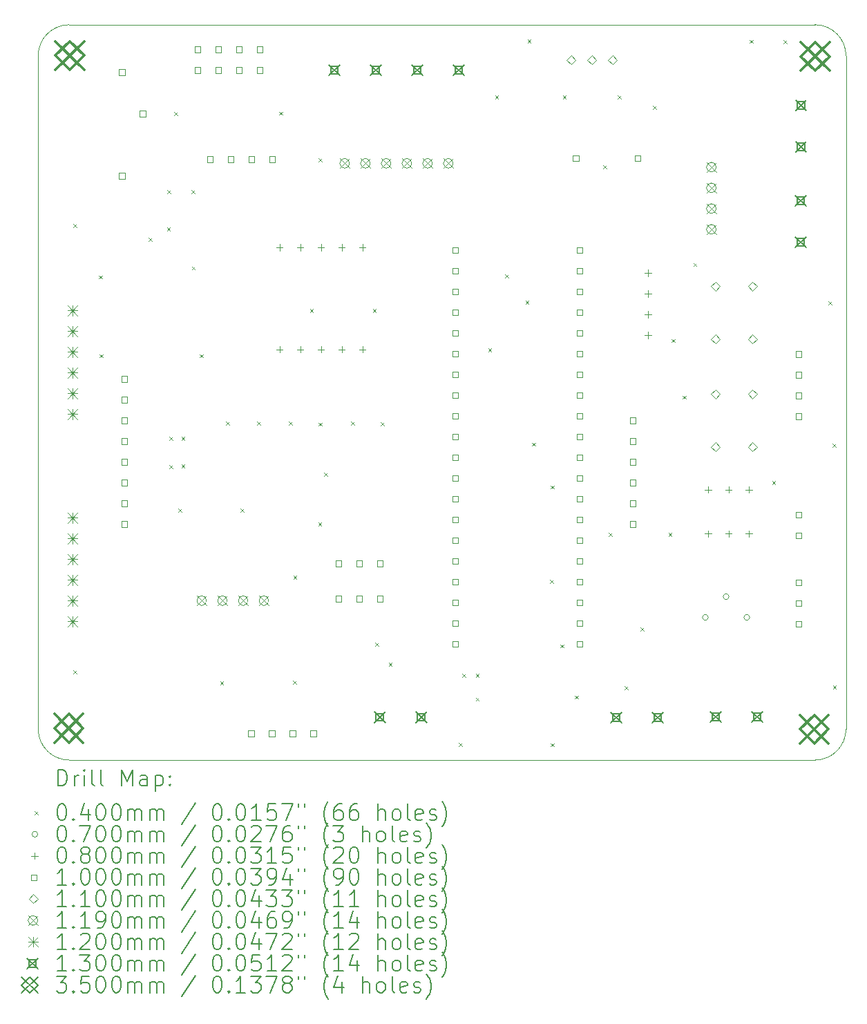
<source format=gbr>
%TF.GenerationSoftware,KiCad,Pcbnew,7.0.1*%
%TF.CreationDate,2023-12-11T01:43:41-03:00*%
%TF.ProjectId,Shield STM32 Bluepill,53686965-6c64-4205-9354-4d333220426c,2.0*%
%TF.SameCoordinates,Original*%
%TF.FileFunction,Drillmap*%
%TF.FilePolarity,Positive*%
%FSLAX45Y45*%
G04 Gerber Fmt 4.5, Leading zero omitted, Abs format (unit mm)*
G04 Created by KiCad (PCBNEW 7.0.1) date 2023-12-11 01:43:41*
%MOMM*%
%LPD*%
G01*
G04 APERTURE LIST*
%ADD10C,0.100000*%
%ADD11C,0.200000*%
%ADD12C,0.040000*%
%ADD13C,0.070000*%
%ADD14C,0.080000*%
%ADD15C,0.110000*%
%ADD16C,0.119000*%
%ADD17C,0.120000*%
%ADD18C,0.130000*%
%ADD19C,0.350000*%
G04 APERTURE END LIST*
D10*
X21460000Y-3050000D02*
G75*
G03*
X21080000Y-2670000I-380000J0D01*
G01*
X21080000Y-11680000D02*
G75*
G03*
X21460000Y-11300000I0J380000D01*
G01*
X11560000Y-11300000D02*
G75*
G03*
X11940000Y-11680000I380000J0D01*
G01*
X11940000Y-11680000D02*
X21080000Y-11680000D01*
X11560000Y-3050000D02*
X11560000Y-11300000D01*
X11940000Y-2670000D02*
G75*
G03*
X11560000Y-3050000I0J-380000D01*
G01*
X21080000Y-2670000D02*
X11940000Y-2670000D01*
X21460000Y-11300000D02*
X21460000Y-3050000D01*
D11*
D12*
X11990000Y-5110000D02*
X12030000Y-5150000D01*
X12030000Y-5110000D02*
X11990000Y-5150000D01*
X11992000Y-10582000D02*
X12032000Y-10622000D01*
X12032000Y-10582000D02*
X11992000Y-10622000D01*
X12301000Y-5741000D02*
X12341000Y-5781000D01*
X12341000Y-5741000D02*
X12301000Y-5781000D01*
X12314000Y-6707000D02*
X12354000Y-6747000D01*
X12354000Y-6707000D02*
X12314000Y-6747000D01*
X12911000Y-5283000D02*
X12951000Y-5323000D01*
X12951000Y-5283000D02*
X12911000Y-5323000D01*
X13138000Y-5155000D02*
X13178000Y-5195000D01*
X13178000Y-5155000D02*
X13138000Y-5195000D01*
X13143000Y-4695000D02*
X13183000Y-4735000D01*
X13183000Y-4695000D02*
X13143000Y-4735000D01*
X13165000Y-8067500D02*
X13205000Y-8107500D01*
X13205000Y-8067500D02*
X13165000Y-8107500D01*
X13166000Y-7720000D02*
X13206000Y-7760000D01*
X13206000Y-7720000D02*
X13166000Y-7760000D01*
X13226100Y-3739200D02*
X13266100Y-3779200D01*
X13266100Y-3739200D02*
X13226100Y-3779200D01*
X13275000Y-8600000D02*
X13315000Y-8640000D01*
X13315000Y-8600000D02*
X13275000Y-8640000D01*
X13315000Y-7719000D02*
X13355000Y-7759000D01*
X13355000Y-7719000D02*
X13315000Y-7759000D01*
X13315000Y-8060000D02*
X13355000Y-8100000D01*
X13355000Y-8060000D02*
X13315000Y-8100000D01*
X13441000Y-4694000D02*
X13481000Y-4734000D01*
X13481000Y-4694000D02*
X13441000Y-4734000D01*
X13442000Y-5631000D02*
X13482000Y-5671000D01*
X13482000Y-5631000D02*
X13442000Y-5671000D01*
X13538000Y-6707000D02*
X13578000Y-6747000D01*
X13578000Y-6707000D02*
X13538000Y-6747000D01*
X13790000Y-10715000D02*
X13830000Y-10755000D01*
X13830000Y-10715000D02*
X13790000Y-10755000D01*
X13862500Y-7535000D02*
X13902500Y-7575000D01*
X13902500Y-7535000D02*
X13862500Y-7575000D01*
X14040000Y-8600000D02*
X14080000Y-8640000D01*
X14080000Y-8600000D02*
X14040000Y-8640000D01*
X14240000Y-7530000D02*
X14280000Y-7570000D01*
X14280000Y-7530000D02*
X14240000Y-7570000D01*
X14515000Y-3735000D02*
X14555000Y-3775000D01*
X14555000Y-3735000D02*
X14515000Y-3775000D01*
X14635000Y-7532500D02*
X14675000Y-7572500D01*
X14675000Y-7532500D02*
X14635000Y-7572500D01*
X14685000Y-10710000D02*
X14725000Y-10750000D01*
X14725000Y-10710000D02*
X14685000Y-10750000D01*
X14687500Y-9420000D02*
X14727500Y-9460000D01*
X14727500Y-9420000D02*
X14687500Y-9460000D01*
X14890000Y-6155000D02*
X14930000Y-6195000D01*
X14930000Y-6155000D02*
X14890000Y-6195000D01*
X14991400Y-8768400D02*
X15031400Y-8808400D01*
X15031400Y-8768400D02*
X14991400Y-8808400D01*
X14997500Y-4305000D02*
X15037500Y-4345000D01*
X15037500Y-4305000D02*
X14997500Y-4345000D01*
X14997500Y-7545000D02*
X15037500Y-7585000D01*
X15037500Y-7545000D02*
X14997500Y-7585000D01*
X15064800Y-8158800D02*
X15104800Y-8198800D01*
X15104800Y-8158800D02*
X15064800Y-8198800D01*
X15392500Y-7535000D02*
X15432500Y-7575000D01*
X15432500Y-7535000D02*
X15392500Y-7575000D01*
X15660000Y-6152500D02*
X15700000Y-6192500D01*
X15700000Y-6152500D02*
X15660000Y-6192500D01*
X15692500Y-10242500D02*
X15732500Y-10282500D01*
X15732500Y-10242500D02*
X15692500Y-10282500D01*
X15760000Y-7540000D02*
X15800000Y-7580000D01*
X15800000Y-7540000D02*
X15760000Y-7580000D01*
X15855000Y-10490000D02*
X15895000Y-10530000D01*
X15895000Y-10490000D02*
X15855000Y-10530000D01*
X16716800Y-11469400D02*
X16756800Y-11509400D01*
X16756800Y-11469400D02*
X16716800Y-11509400D01*
X16760000Y-10625000D02*
X16800000Y-10665000D01*
X16800000Y-10625000D02*
X16760000Y-10665000D01*
X16921800Y-10622600D02*
X16961800Y-10662600D01*
X16961800Y-10622600D02*
X16921800Y-10662600D01*
X16921800Y-10915000D02*
X16961800Y-10955000D01*
X16961800Y-10915000D02*
X16921800Y-10955000D01*
X17074200Y-6634800D02*
X17114200Y-6674800D01*
X17114200Y-6634800D02*
X17074200Y-6674800D01*
X17160000Y-3537500D02*
X17200000Y-3577500D01*
X17200000Y-3537500D02*
X17160000Y-3577500D01*
X17285000Y-5730000D02*
X17325000Y-5770000D01*
X17325000Y-5730000D02*
X17285000Y-5770000D01*
X17531400Y-6050600D02*
X17571400Y-6090600D01*
X17571400Y-6050600D02*
X17531400Y-6090600D01*
X17556800Y-2850200D02*
X17596800Y-2890200D01*
X17596800Y-2850200D02*
X17556800Y-2890200D01*
X17612500Y-7790000D02*
X17652500Y-7830000D01*
X17652500Y-7790000D02*
X17612500Y-7830000D01*
X17832500Y-9472500D02*
X17872500Y-9512500D01*
X17872500Y-9472500D02*
X17832500Y-9512500D01*
X17840000Y-8315000D02*
X17880000Y-8355000D01*
X17880000Y-8315000D02*
X17840000Y-8355000D01*
X17840000Y-11475000D02*
X17880000Y-11515000D01*
X17880000Y-11475000D02*
X17840000Y-11515000D01*
X17960000Y-10262500D02*
X18000000Y-10302500D01*
X18000000Y-10262500D02*
X17960000Y-10302500D01*
X17988600Y-3536000D02*
X18028600Y-3576000D01*
X18028600Y-3536000D02*
X17988600Y-3576000D01*
X18140000Y-10890000D02*
X18180000Y-10930000D01*
X18180000Y-10890000D02*
X18140000Y-10930000D01*
X18485000Y-4390000D02*
X18525000Y-4430000D01*
X18525000Y-4390000D02*
X18485000Y-4430000D01*
X18552500Y-8897500D02*
X18592500Y-8937500D01*
X18592500Y-8897500D02*
X18552500Y-8937500D01*
X18661700Y-3536000D02*
X18701700Y-3576000D01*
X18701700Y-3536000D02*
X18661700Y-3576000D01*
X18747500Y-10777500D02*
X18787500Y-10817500D01*
X18787500Y-10777500D02*
X18747500Y-10817500D01*
X18940000Y-10055000D02*
X18980000Y-10095000D01*
X18980000Y-10055000D02*
X18940000Y-10095000D01*
X19093500Y-3666200D02*
X19133500Y-3706200D01*
X19133500Y-3666200D02*
X19093500Y-3706200D01*
X19284000Y-8895400D02*
X19324000Y-8935400D01*
X19324000Y-8895400D02*
X19284000Y-8935400D01*
X19320000Y-6520000D02*
X19360000Y-6560000D01*
X19360000Y-6520000D02*
X19320000Y-6560000D01*
X19460000Y-7215000D02*
X19500000Y-7255000D01*
X19500000Y-7215000D02*
X19460000Y-7255000D01*
X19590000Y-5590000D02*
X19630000Y-5630000D01*
X19630000Y-5590000D02*
X19590000Y-5630000D01*
X20280000Y-2855000D02*
X20320000Y-2895000D01*
X20320000Y-2855000D02*
X20280000Y-2895000D01*
X20554000Y-8260400D02*
X20594000Y-8300400D01*
X20594000Y-8260400D02*
X20554000Y-8300400D01*
X20695900Y-2859600D02*
X20735900Y-2899600D01*
X20735900Y-2859600D02*
X20695900Y-2899600D01*
X21245000Y-6057500D02*
X21285000Y-6097500D01*
X21285000Y-6057500D02*
X21245000Y-6097500D01*
X21292500Y-7805000D02*
X21332500Y-7845000D01*
X21332500Y-7805000D02*
X21292500Y-7845000D01*
X21300000Y-10765000D02*
X21340000Y-10805000D01*
X21340000Y-10765000D02*
X21300000Y-10805000D01*
D13*
X19770800Y-9931400D02*
G75*
G03*
X19770800Y-9931400I-35000J0D01*
G01*
X20024800Y-9677400D02*
G75*
G03*
X20024800Y-9677400I-35000J0D01*
G01*
X20278800Y-9931400D02*
G75*
G03*
X20278800Y-9931400I-35000J0D01*
G01*
D14*
X14518640Y-5357180D02*
X14518640Y-5437180D01*
X14478640Y-5397180D02*
X14558640Y-5397180D01*
X14518640Y-6607180D02*
X14518640Y-6687180D01*
X14478640Y-6647180D02*
X14558640Y-6647180D01*
X14772640Y-5357180D02*
X14772640Y-5437180D01*
X14732640Y-5397180D02*
X14812640Y-5397180D01*
X14772640Y-6607180D02*
X14772640Y-6687180D01*
X14732640Y-6647180D02*
X14812640Y-6647180D01*
X15026640Y-5357180D02*
X15026640Y-5437180D01*
X14986640Y-5397180D02*
X15066640Y-5397180D01*
X15026640Y-6607180D02*
X15026640Y-6687180D01*
X14986640Y-6647180D02*
X15066640Y-6647180D01*
X15280640Y-5357180D02*
X15280640Y-5437180D01*
X15240640Y-5397180D02*
X15320640Y-5397180D01*
X15280640Y-6607180D02*
X15280640Y-6687180D01*
X15240640Y-6647180D02*
X15320640Y-6647180D01*
X15534640Y-5357180D02*
X15534640Y-5437180D01*
X15494640Y-5397180D02*
X15574640Y-5397180D01*
X15534640Y-6607180D02*
X15534640Y-6687180D01*
X15494640Y-6647180D02*
X15574640Y-6647180D01*
X19035000Y-5673000D02*
X19035000Y-5753000D01*
X18995000Y-5713000D02*
X19075000Y-5713000D01*
X19035000Y-5927000D02*
X19035000Y-6007000D01*
X18995000Y-5967000D02*
X19075000Y-5967000D01*
X19035000Y-6181000D02*
X19035000Y-6261000D01*
X18995000Y-6221000D02*
X19075000Y-6221000D01*
X19035000Y-6435000D02*
X19035000Y-6515000D01*
X18995000Y-6475000D02*
X19075000Y-6475000D01*
X19770200Y-8326000D02*
X19770200Y-8406000D01*
X19730200Y-8366000D02*
X19810200Y-8366000D01*
X19770200Y-8866000D02*
X19770200Y-8946000D01*
X19730200Y-8906000D02*
X19810200Y-8906000D01*
X20020200Y-8326000D02*
X20020200Y-8406000D01*
X19980200Y-8366000D02*
X20060200Y-8366000D01*
X20020200Y-8866000D02*
X20020200Y-8946000D01*
X19980200Y-8906000D02*
X20060200Y-8906000D01*
X20270200Y-8326000D02*
X20270200Y-8406000D01*
X20230200Y-8366000D02*
X20310200Y-8366000D01*
X20270200Y-8866000D02*
X20270200Y-8946000D01*
X20230200Y-8906000D02*
X20310200Y-8906000D01*
D10*
X12621356Y-3287356D02*
X12621356Y-3216644D01*
X12550644Y-3216644D01*
X12550644Y-3287356D01*
X12621356Y-3287356D01*
X12621356Y-4557356D02*
X12621356Y-4486644D01*
X12550644Y-4486644D01*
X12550644Y-4557356D01*
X12621356Y-4557356D01*
X12652356Y-7046356D02*
X12652356Y-6975644D01*
X12581644Y-6975644D01*
X12581644Y-7046356D01*
X12652356Y-7046356D01*
X12652356Y-7300356D02*
X12652356Y-7229644D01*
X12581644Y-7229644D01*
X12581644Y-7300356D01*
X12652356Y-7300356D01*
X12652356Y-7554356D02*
X12652356Y-7483644D01*
X12581644Y-7483644D01*
X12581644Y-7554356D01*
X12652356Y-7554356D01*
X12652356Y-7808356D02*
X12652356Y-7737644D01*
X12581644Y-7737644D01*
X12581644Y-7808356D01*
X12652356Y-7808356D01*
X12652356Y-8062356D02*
X12652356Y-7991644D01*
X12581644Y-7991644D01*
X12581644Y-8062356D01*
X12652356Y-8062356D01*
X12652356Y-8316356D02*
X12652356Y-8245644D01*
X12581644Y-8245644D01*
X12581644Y-8316356D01*
X12652356Y-8316356D01*
X12652356Y-8570356D02*
X12652356Y-8499644D01*
X12581644Y-8499644D01*
X12581644Y-8570356D01*
X12652356Y-8570356D01*
X12652356Y-8824356D02*
X12652356Y-8753644D01*
X12581644Y-8753644D01*
X12581644Y-8824356D01*
X12652356Y-8824356D01*
X12875356Y-3795356D02*
X12875356Y-3724644D01*
X12804644Y-3724644D01*
X12804644Y-3795356D01*
X12875356Y-3795356D01*
X13548156Y-3007156D02*
X13548156Y-2936444D01*
X13477444Y-2936444D01*
X13477444Y-3007156D01*
X13548156Y-3007156D01*
X13548156Y-3261156D02*
X13548156Y-3190444D01*
X13477444Y-3190444D01*
X13477444Y-3261156D01*
X13548156Y-3261156D01*
X13700556Y-4353356D02*
X13700556Y-4282644D01*
X13629844Y-4282644D01*
X13629844Y-4353356D01*
X13700556Y-4353356D01*
X13802156Y-3007156D02*
X13802156Y-2936444D01*
X13731444Y-2936444D01*
X13731444Y-3007156D01*
X13802156Y-3007156D01*
X13802156Y-3261156D02*
X13802156Y-3190444D01*
X13731444Y-3190444D01*
X13731444Y-3261156D01*
X13802156Y-3261156D01*
X13954556Y-4353356D02*
X13954556Y-4282644D01*
X13883844Y-4282644D01*
X13883844Y-4353356D01*
X13954556Y-4353356D01*
X14056156Y-3007156D02*
X14056156Y-2936444D01*
X13985444Y-2936444D01*
X13985444Y-3007156D01*
X14056156Y-3007156D01*
X14056156Y-3261156D02*
X14056156Y-3190444D01*
X13985444Y-3190444D01*
X13985444Y-3261156D01*
X14056156Y-3261156D01*
X14205556Y-11389156D02*
X14205556Y-11318444D01*
X14134844Y-11318444D01*
X14134844Y-11389156D01*
X14205556Y-11389156D01*
X14208556Y-4353356D02*
X14208556Y-4282644D01*
X14137844Y-4282644D01*
X14137844Y-4353356D01*
X14208556Y-4353356D01*
X14310156Y-3007156D02*
X14310156Y-2936444D01*
X14239444Y-2936444D01*
X14239444Y-3007156D01*
X14310156Y-3007156D01*
X14310156Y-3261156D02*
X14310156Y-3190444D01*
X14239444Y-3190444D01*
X14239444Y-3261156D01*
X14310156Y-3261156D01*
X14459556Y-11389156D02*
X14459556Y-11318444D01*
X14388844Y-11318444D01*
X14388844Y-11389156D01*
X14459556Y-11389156D01*
X14462556Y-4353356D02*
X14462556Y-4282644D01*
X14391844Y-4282644D01*
X14391844Y-4353356D01*
X14462556Y-4353356D01*
X14713556Y-11389156D02*
X14713556Y-11318444D01*
X14642844Y-11318444D01*
X14642844Y-11389156D01*
X14713556Y-11389156D01*
X14967556Y-11389156D02*
X14967556Y-11318444D01*
X14896844Y-11318444D01*
X14896844Y-11389156D01*
X14967556Y-11389156D01*
X15275356Y-9306356D02*
X15275356Y-9235644D01*
X15204644Y-9235644D01*
X15204644Y-9306356D01*
X15275356Y-9306356D01*
X15275356Y-9738156D02*
X15275356Y-9667444D01*
X15204644Y-9667444D01*
X15204644Y-9738156D01*
X15275356Y-9738156D01*
X15529356Y-9306356D02*
X15529356Y-9235644D01*
X15458644Y-9235644D01*
X15458644Y-9306356D01*
X15529356Y-9306356D01*
X15529356Y-9738156D02*
X15529356Y-9667444D01*
X15458644Y-9667444D01*
X15458644Y-9738156D01*
X15529356Y-9738156D01*
X15783356Y-9306356D02*
X15783356Y-9235644D01*
X15712644Y-9235644D01*
X15712644Y-9306356D01*
X15783356Y-9306356D01*
X15783356Y-9738156D02*
X15783356Y-9667444D01*
X15712644Y-9667444D01*
X15712644Y-9738156D01*
X15783356Y-9738156D01*
X16708856Y-5469856D02*
X16708856Y-5399144D01*
X16638144Y-5399144D01*
X16638144Y-5469856D01*
X16708856Y-5469856D01*
X16708856Y-5723856D02*
X16708856Y-5653144D01*
X16638144Y-5653144D01*
X16638144Y-5723856D01*
X16708856Y-5723856D01*
X16708856Y-5977856D02*
X16708856Y-5907144D01*
X16638144Y-5907144D01*
X16638144Y-5977856D01*
X16708856Y-5977856D01*
X16708856Y-6231856D02*
X16708856Y-6161144D01*
X16638144Y-6161144D01*
X16638144Y-6231856D01*
X16708856Y-6231856D01*
X16708856Y-6485856D02*
X16708856Y-6415144D01*
X16638144Y-6415144D01*
X16638144Y-6485856D01*
X16708856Y-6485856D01*
X16708856Y-6739856D02*
X16708856Y-6669144D01*
X16638144Y-6669144D01*
X16638144Y-6739856D01*
X16708856Y-6739856D01*
X16708856Y-6993856D02*
X16708856Y-6923144D01*
X16638144Y-6923144D01*
X16638144Y-6993856D01*
X16708856Y-6993856D01*
X16708856Y-7247856D02*
X16708856Y-7177144D01*
X16638144Y-7177144D01*
X16638144Y-7247856D01*
X16708856Y-7247856D01*
X16708856Y-7501856D02*
X16708856Y-7431144D01*
X16638144Y-7431144D01*
X16638144Y-7501856D01*
X16708856Y-7501856D01*
X16708856Y-7755856D02*
X16708856Y-7685144D01*
X16638144Y-7685144D01*
X16638144Y-7755856D01*
X16708856Y-7755856D01*
X16708856Y-8009856D02*
X16708856Y-7939144D01*
X16638144Y-7939144D01*
X16638144Y-8009856D01*
X16708856Y-8009856D01*
X16708856Y-8263856D02*
X16708856Y-8193144D01*
X16638144Y-8193144D01*
X16638144Y-8263856D01*
X16708856Y-8263856D01*
X16708856Y-8517856D02*
X16708856Y-8447144D01*
X16638144Y-8447144D01*
X16638144Y-8517856D01*
X16708856Y-8517856D01*
X16708856Y-8771856D02*
X16708856Y-8701144D01*
X16638144Y-8701144D01*
X16638144Y-8771856D01*
X16708856Y-8771856D01*
X16708856Y-9025856D02*
X16708856Y-8955144D01*
X16638144Y-8955144D01*
X16638144Y-9025856D01*
X16708856Y-9025856D01*
X16708856Y-9279856D02*
X16708856Y-9209144D01*
X16638144Y-9209144D01*
X16638144Y-9279856D01*
X16708856Y-9279856D01*
X16708856Y-9533856D02*
X16708856Y-9463144D01*
X16638144Y-9463144D01*
X16638144Y-9533856D01*
X16708856Y-9533856D01*
X16708856Y-9787856D02*
X16708856Y-9717144D01*
X16638144Y-9717144D01*
X16638144Y-9787856D01*
X16708856Y-9787856D01*
X16708856Y-10041856D02*
X16708856Y-9971144D01*
X16638144Y-9971144D01*
X16638144Y-10041856D01*
X16708856Y-10041856D01*
X16708856Y-10295856D02*
X16708856Y-10225144D01*
X16638144Y-10225144D01*
X16638144Y-10295856D01*
X16708856Y-10295856D01*
X18183656Y-4340656D02*
X18183656Y-4269944D01*
X18112944Y-4269944D01*
X18112944Y-4340656D01*
X18183656Y-4340656D01*
X18232856Y-5469856D02*
X18232856Y-5399144D01*
X18162144Y-5399144D01*
X18162144Y-5469856D01*
X18232856Y-5469856D01*
X18232856Y-5723856D02*
X18232856Y-5653144D01*
X18162144Y-5653144D01*
X18162144Y-5723856D01*
X18232856Y-5723856D01*
X18232856Y-5977856D02*
X18232856Y-5907144D01*
X18162144Y-5907144D01*
X18162144Y-5977856D01*
X18232856Y-5977856D01*
X18232856Y-6231856D02*
X18232856Y-6161144D01*
X18162144Y-6161144D01*
X18162144Y-6231856D01*
X18232856Y-6231856D01*
X18232856Y-6485856D02*
X18232856Y-6415144D01*
X18162144Y-6415144D01*
X18162144Y-6485856D01*
X18232856Y-6485856D01*
X18232856Y-6739856D02*
X18232856Y-6669144D01*
X18162144Y-6669144D01*
X18162144Y-6739856D01*
X18232856Y-6739856D01*
X18232856Y-6993856D02*
X18232856Y-6923144D01*
X18162144Y-6923144D01*
X18162144Y-6993856D01*
X18232856Y-6993856D01*
X18232856Y-7247856D02*
X18232856Y-7177144D01*
X18162144Y-7177144D01*
X18162144Y-7247856D01*
X18232856Y-7247856D01*
X18232856Y-7501856D02*
X18232856Y-7431144D01*
X18162144Y-7431144D01*
X18162144Y-7501856D01*
X18232856Y-7501856D01*
X18232856Y-7755856D02*
X18232856Y-7685144D01*
X18162144Y-7685144D01*
X18162144Y-7755856D01*
X18232856Y-7755856D01*
X18232856Y-8009856D02*
X18232856Y-7939144D01*
X18162144Y-7939144D01*
X18162144Y-8009856D01*
X18232856Y-8009856D01*
X18232856Y-8263856D02*
X18232856Y-8193144D01*
X18162144Y-8193144D01*
X18162144Y-8263856D01*
X18232856Y-8263856D01*
X18232856Y-8517856D02*
X18232856Y-8447144D01*
X18162144Y-8447144D01*
X18162144Y-8517856D01*
X18232856Y-8517856D01*
X18232856Y-8771856D02*
X18232856Y-8701144D01*
X18162144Y-8701144D01*
X18162144Y-8771856D01*
X18232856Y-8771856D01*
X18232856Y-9025856D02*
X18232856Y-8955144D01*
X18162144Y-8955144D01*
X18162144Y-9025856D01*
X18232856Y-9025856D01*
X18232856Y-9279856D02*
X18232856Y-9209144D01*
X18162144Y-9209144D01*
X18162144Y-9279856D01*
X18232856Y-9279856D01*
X18232856Y-9533856D02*
X18232856Y-9463144D01*
X18162144Y-9463144D01*
X18162144Y-9533856D01*
X18232856Y-9533856D01*
X18232856Y-9787856D02*
X18232856Y-9717144D01*
X18162144Y-9717144D01*
X18162144Y-9787856D01*
X18232856Y-9787856D01*
X18232856Y-10041856D02*
X18232856Y-9971144D01*
X18162144Y-9971144D01*
X18162144Y-10041856D01*
X18232856Y-10041856D01*
X18232856Y-10295856D02*
X18232856Y-10225144D01*
X18162144Y-10225144D01*
X18162144Y-10295856D01*
X18232856Y-10295856D01*
X18882156Y-7553756D02*
X18882156Y-7483044D01*
X18811444Y-7483044D01*
X18811444Y-7553756D01*
X18882156Y-7553756D01*
X18882156Y-7807756D02*
X18882156Y-7737044D01*
X18811444Y-7737044D01*
X18811444Y-7807756D01*
X18882156Y-7807756D01*
X18882156Y-8061756D02*
X18882156Y-7991044D01*
X18811444Y-7991044D01*
X18811444Y-8061756D01*
X18882156Y-8061756D01*
X18882156Y-8315756D02*
X18882156Y-8245044D01*
X18811444Y-8245044D01*
X18811444Y-8315756D01*
X18882156Y-8315756D01*
X18882156Y-8569756D02*
X18882156Y-8499044D01*
X18811444Y-8499044D01*
X18811444Y-8569756D01*
X18882156Y-8569756D01*
X18882156Y-8823756D02*
X18882156Y-8753044D01*
X18811444Y-8753044D01*
X18811444Y-8823756D01*
X18882156Y-8823756D01*
X18943656Y-4340656D02*
X18943656Y-4269944D01*
X18872944Y-4269944D01*
X18872944Y-4340656D01*
X18943656Y-4340656D01*
X20914156Y-6740956D02*
X20914156Y-6670244D01*
X20843444Y-6670244D01*
X20843444Y-6740956D01*
X20914156Y-6740956D01*
X20914156Y-6994956D02*
X20914156Y-6924244D01*
X20843444Y-6924244D01*
X20843444Y-6994956D01*
X20914156Y-6994956D01*
X20914156Y-7248956D02*
X20914156Y-7178244D01*
X20843444Y-7178244D01*
X20843444Y-7248956D01*
X20914156Y-7248956D01*
X20914156Y-7502956D02*
X20914156Y-7432244D01*
X20843444Y-7432244D01*
X20843444Y-7502956D01*
X20914156Y-7502956D01*
X20914156Y-8709456D02*
X20914156Y-8638744D01*
X20843444Y-8638744D01*
X20843444Y-8709456D01*
X20914156Y-8709456D01*
X20914156Y-8963456D02*
X20914156Y-8892744D01*
X20843444Y-8892744D01*
X20843444Y-8963456D01*
X20914156Y-8963456D01*
X20914156Y-9539356D02*
X20914156Y-9468644D01*
X20843444Y-9468644D01*
X20843444Y-9539356D01*
X20914156Y-9539356D01*
X20914156Y-9793356D02*
X20914156Y-9722644D01*
X20843444Y-9722644D01*
X20843444Y-9793356D01*
X20914156Y-9793356D01*
X20914156Y-10047356D02*
X20914156Y-9976644D01*
X20843444Y-9976644D01*
X20843444Y-10047356D01*
X20914156Y-10047356D01*
D15*
X18090000Y-3155000D02*
X18145000Y-3100000D01*
X18090000Y-3045000D01*
X18035000Y-3100000D01*
X18090000Y-3155000D01*
X18344000Y-3155000D02*
X18399000Y-3100000D01*
X18344000Y-3045000D01*
X18289000Y-3100000D01*
X18344000Y-3155000D01*
X18598000Y-3155000D02*
X18653000Y-3100000D01*
X18598000Y-3045000D01*
X18543000Y-3100000D01*
X18598000Y-3155000D01*
X19862800Y-5927600D02*
X19917800Y-5872600D01*
X19862800Y-5817600D01*
X19807800Y-5872600D01*
X19862800Y-5927600D01*
X19862800Y-6577600D02*
X19917800Y-6522600D01*
X19862800Y-6467600D01*
X19807800Y-6522600D01*
X19862800Y-6577600D01*
X19862800Y-7248400D02*
X19917800Y-7193400D01*
X19862800Y-7138400D01*
X19807800Y-7193400D01*
X19862800Y-7248400D01*
X19862800Y-7898400D02*
X19917800Y-7843400D01*
X19862800Y-7788400D01*
X19807800Y-7843400D01*
X19862800Y-7898400D01*
X20312800Y-5927600D02*
X20367800Y-5872600D01*
X20312800Y-5817600D01*
X20257800Y-5872600D01*
X20312800Y-5927600D01*
X20312800Y-6577600D02*
X20367800Y-6522600D01*
X20312800Y-6467600D01*
X20257800Y-6522600D01*
X20312800Y-6577600D01*
X20312800Y-7248400D02*
X20367800Y-7193400D01*
X20312800Y-7138400D01*
X20257800Y-7193400D01*
X20312800Y-7248400D01*
X20312800Y-7898400D02*
X20367800Y-7843400D01*
X20312800Y-7788400D01*
X20257800Y-7843400D01*
X20312800Y-7898400D01*
D16*
X13504100Y-9666700D02*
X13623100Y-9785700D01*
X13623100Y-9666700D02*
X13504100Y-9785700D01*
X13623100Y-9726200D02*
G75*
G03*
X13623100Y-9726200I-59500J0D01*
G01*
X13758100Y-9666700D02*
X13877100Y-9785700D01*
X13877100Y-9666700D02*
X13758100Y-9785700D01*
X13877100Y-9726200D02*
G75*
G03*
X13877100Y-9726200I-59500J0D01*
G01*
X14012100Y-9666700D02*
X14131100Y-9785700D01*
X14131100Y-9666700D02*
X14012100Y-9785700D01*
X14131100Y-9726200D02*
G75*
G03*
X14131100Y-9726200I-59500J0D01*
G01*
X14266100Y-9666700D02*
X14385100Y-9785700D01*
X14385100Y-9666700D02*
X14266100Y-9785700D01*
X14385100Y-9726200D02*
G75*
G03*
X14385100Y-9726200I-59500J0D01*
G01*
X15256700Y-4309300D02*
X15375700Y-4428300D01*
X15375700Y-4309300D02*
X15256700Y-4428300D01*
X15375700Y-4368800D02*
G75*
G03*
X15375700Y-4368800I-59500J0D01*
G01*
X15510700Y-4309300D02*
X15629700Y-4428300D01*
X15629700Y-4309300D02*
X15510700Y-4428300D01*
X15629700Y-4368800D02*
G75*
G03*
X15629700Y-4368800I-59500J0D01*
G01*
X15764700Y-4309300D02*
X15883700Y-4428300D01*
X15883700Y-4309300D02*
X15764700Y-4428300D01*
X15883700Y-4368800D02*
G75*
G03*
X15883700Y-4368800I-59500J0D01*
G01*
X16018700Y-4309300D02*
X16137700Y-4428300D01*
X16137700Y-4309300D02*
X16018700Y-4428300D01*
X16137700Y-4368800D02*
G75*
G03*
X16137700Y-4368800I-59500J0D01*
G01*
X16272700Y-4309300D02*
X16391700Y-4428300D01*
X16391700Y-4309300D02*
X16272700Y-4428300D01*
X16391700Y-4368800D02*
G75*
G03*
X16391700Y-4368800I-59500J0D01*
G01*
X16526700Y-4309300D02*
X16645700Y-4428300D01*
X16645700Y-4309300D02*
X16526700Y-4428300D01*
X16645700Y-4368800D02*
G75*
G03*
X16645700Y-4368800I-59500J0D01*
G01*
X19750500Y-4355500D02*
X19869500Y-4474500D01*
X19869500Y-4355500D02*
X19750500Y-4474500D01*
X19869500Y-4415000D02*
G75*
G03*
X19869500Y-4415000I-59500J0D01*
G01*
X19750500Y-4609500D02*
X19869500Y-4728500D01*
X19869500Y-4609500D02*
X19750500Y-4728500D01*
X19869500Y-4669000D02*
G75*
G03*
X19869500Y-4669000I-59500J0D01*
G01*
X19750500Y-4863500D02*
X19869500Y-4982500D01*
X19869500Y-4863500D02*
X19750500Y-4982500D01*
X19869500Y-4923000D02*
G75*
G03*
X19869500Y-4923000I-59500J0D01*
G01*
X19750500Y-5117500D02*
X19869500Y-5236500D01*
X19869500Y-5117500D02*
X19750500Y-5236500D01*
X19869500Y-5177000D02*
G75*
G03*
X19869500Y-5177000I-59500J0D01*
G01*
D17*
X11918640Y-6112200D02*
X12038640Y-6232200D01*
X12038640Y-6112200D02*
X11918640Y-6232200D01*
X11978640Y-6112200D02*
X11978640Y-6232200D01*
X11918640Y-6172200D02*
X12038640Y-6172200D01*
X11918640Y-6366200D02*
X12038640Y-6486200D01*
X12038640Y-6366200D02*
X11918640Y-6486200D01*
X11978640Y-6366200D02*
X11978640Y-6486200D01*
X11918640Y-6426200D02*
X12038640Y-6426200D01*
X11918640Y-6620200D02*
X12038640Y-6740200D01*
X12038640Y-6620200D02*
X11918640Y-6740200D01*
X11978640Y-6620200D02*
X11978640Y-6740200D01*
X11918640Y-6680200D02*
X12038640Y-6680200D01*
X11918640Y-6874200D02*
X12038640Y-6994200D01*
X12038640Y-6874200D02*
X11918640Y-6994200D01*
X11978640Y-6874200D02*
X11978640Y-6994200D01*
X11918640Y-6934200D02*
X12038640Y-6934200D01*
X11918640Y-7128200D02*
X12038640Y-7248200D01*
X12038640Y-7128200D02*
X11918640Y-7248200D01*
X11978640Y-7128200D02*
X11978640Y-7248200D01*
X11918640Y-7188200D02*
X12038640Y-7188200D01*
X11918640Y-7382200D02*
X12038640Y-7502200D01*
X12038640Y-7382200D02*
X11918640Y-7502200D01*
X11978640Y-7382200D02*
X11978640Y-7502200D01*
X11918640Y-7442200D02*
X12038640Y-7442200D01*
X11918640Y-8652200D02*
X12038640Y-8772200D01*
X12038640Y-8652200D02*
X11918640Y-8772200D01*
X11978640Y-8652200D02*
X11978640Y-8772200D01*
X11918640Y-8712200D02*
X12038640Y-8712200D01*
X11918640Y-8906200D02*
X12038640Y-9026200D01*
X12038640Y-8906200D02*
X11918640Y-9026200D01*
X11978640Y-8906200D02*
X11978640Y-9026200D01*
X11918640Y-8966200D02*
X12038640Y-8966200D01*
X11918640Y-9160200D02*
X12038640Y-9280200D01*
X12038640Y-9160200D02*
X11918640Y-9280200D01*
X11978640Y-9160200D02*
X11978640Y-9280200D01*
X11918640Y-9220200D02*
X12038640Y-9220200D01*
X11918640Y-9414200D02*
X12038640Y-9534200D01*
X12038640Y-9414200D02*
X11918640Y-9534200D01*
X11978640Y-9414200D02*
X11978640Y-9534200D01*
X11918640Y-9474200D02*
X12038640Y-9474200D01*
X11918640Y-9668200D02*
X12038640Y-9788200D01*
X12038640Y-9668200D02*
X11918640Y-9788200D01*
X11978640Y-9668200D02*
X11978640Y-9788200D01*
X11918640Y-9728200D02*
X12038640Y-9728200D01*
X11918640Y-9922200D02*
X12038640Y-10042200D01*
X12038640Y-9922200D02*
X11918640Y-10042200D01*
X11978640Y-9922200D02*
X11978640Y-10042200D01*
X11918640Y-9982200D02*
X12038640Y-9982200D01*
D18*
X15124200Y-3160800D02*
X15254200Y-3290800D01*
X15254200Y-3160800D02*
X15124200Y-3290800D01*
X15235162Y-3271762D02*
X15235162Y-3179838D01*
X15143238Y-3179838D01*
X15143238Y-3271762D01*
X15235162Y-3271762D01*
X15632200Y-3160800D02*
X15762200Y-3290800D01*
X15762200Y-3160800D02*
X15632200Y-3290800D01*
X15743162Y-3271762D02*
X15743162Y-3179838D01*
X15651238Y-3179838D01*
X15651238Y-3271762D01*
X15743162Y-3271762D01*
X15682500Y-11090700D02*
X15812500Y-11220700D01*
X15812500Y-11090700D02*
X15682500Y-11220700D01*
X15793462Y-11201662D02*
X15793462Y-11109738D01*
X15701538Y-11109738D01*
X15701538Y-11201662D01*
X15793462Y-11201662D01*
X16140200Y-3160800D02*
X16270200Y-3290800D01*
X16270200Y-3160800D02*
X16140200Y-3290800D01*
X16251162Y-3271762D02*
X16251162Y-3179838D01*
X16159238Y-3179838D01*
X16159238Y-3271762D01*
X16251162Y-3271762D01*
X16190500Y-11090700D02*
X16320500Y-11220700D01*
X16320500Y-11090700D02*
X16190500Y-11220700D01*
X16301462Y-11201662D02*
X16301462Y-11109738D01*
X16209538Y-11109738D01*
X16209538Y-11201662D01*
X16301462Y-11201662D01*
X16648200Y-3160800D02*
X16778200Y-3290800D01*
X16778200Y-3160800D02*
X16648200Y-3290800D01*
X16759162Y-3271762D02*
X16759162Y-3179838D01*
X16667238Y-3179838D01*
X16667238Y-3271762D01*
X16759162Y-3271762D01*
X18578600Y-11092000D02*
X18708600Y-11222000D01*
X18708600Y-11092000D02*
X18578600Y-11222000D01*
X18689562Y-11202962D02*
X18689562Y-11111038D01*
X18597638Y-11111038D01*
X18597638Y-11202962D01*
X18689562Y-11202962D01*
X19086600Y-11092000D02*
X19216600Y-11222000D01*
X19216600Y-11092000D02*
X19086600Y-11222000D01*
X19197562Y-11202962D02*
X19197562Y-11111038D01*
X19105638Y-11111038D01*
X19105638Y-11202962D01*
X19197562Y-11202962D01*
X19797800Y-11085600D02*
X19927800Y-11215600D01*
X19927800Y-11085600D02*
X19797800Y-11215600D01*
X19908762Y-11196562D02*
X19908762Y-11104638D01*
X19816838Y-11104638D01*
X19816838Y-11196562D01*
X19908762Y-11196562D01*
X20305800Y-11085600D02*
X20435800Y-11215600D01*
X20435800Y-11085600D02*
X20305800Y-11215600D01*
X20416762Y-11196562D02*
X20416762Y-11104638D01*
X20324838Y-11104638D01*
X20324838Y-11196562D01*
X20416762Y-11196562D01*
X20839200Y-4761000D02*
X20969200Y-4891000D01*
X20969200Y-4761000D02*
X20839200Y-4891000D01*
X20950162Y-4871962D02*
X20950162Y-4780038D01*
X20858238Y-4780038D01*
X20858238Y-4871962D01*
X20950162Y-4871962D01*
X20839200Y-5269000D02*
X20969200Y-5399000D01*
X20969200Y-5269000D02*
X20839200Y-5399000D01*
X20950162Y-5379962D02*
X20950162Y-5288038D01*
X20858238Y-5288038D01*
X20858238Y-5379962D01*
X20950162Y-5379962D01*
X20844300Y-3593100D02*
X20974300Y-3723100D01*
X20974300Y-3593100D02*
X20844300Y-3723100D01*
X20955262Y-3704062D02*
X20955262Y-3612138D01*
X20863338Y-3612138D01*
X20863338Y-3704062D01*
X20955262Y-3704062D01*
X20844300Y-4101100D02*
X20974300Y-4231100D01*
X20974300Y-4101100D02*
X20844300Y-4231100D01*
X20955262Y-4212062D02*
X20955262Y-4120138D01*
X20863338Y-4120138D01*
X20863338Y-4212062D01*
X20955262Y-4212062D01*
D19*
X11762000Y-11117000D02*
X12112000Y-11467000D01*
X12112000Y-11117000D02*
X11762000Y-11467000D01*
X11937000Y-11467000D02*
X12112000Y-11292000D01*
X11937000Y-11117000D01*
X11762000Y-11292000D01*
X11937000Y-11467000D01*
X11773000Y-2872000D02*
X12123000Y-3222000D01*
X12123000Y-2872000D02*
X11773000Y-3222000D01*
X11948000Y-3222000D02*
X12123000Y-3047000D01*
X11948000Y-2872000D01*
X11773000Y-3047000D01*
X11948000Y-3222000D01*
X20897000Y-11128000D02*
X21247000Y-11478000D01*
X21247000Y-11128000D02*
X20897000Y-11478000D01*
X21072000Y-11478000D02*
X21247000Y-11303000D01*
X21072000Y-11128000D01*
X20897000Y-11303000D01*
X21072000Y-11478000D01*
X20908000Y-2883000D02*
X21258000Y-3233000D01*
X21258000Y-2883000D02*
X20908000Y-3233000D01*
X21083000Y-3233000D02*
X21258000Y-3058000D01*
X21083000Y-2883000D01*
X20908000Y-3058000D01*
X21083000Y-3233000D01*
D11*
X11802619Y-11997524D02*
X11802619Y-11797524D01*
X11802619Y-11797524D02*
X11850238Y-11797524D01*
X11850238Y-11797524D02*
X11878809Y-11807048D01*
X11878809Y-11807048D02*
X11897857Y-11826095D01*
X11897857Y-11826095D02*
X11907381Y-11845143D01*
X11907381Y-11845143D02*
X11916905Y-11883238D01*
X11916905Y-11883238D02*
X11916905Y-11911809D01*
X11916905Y-11911809D02*
X11907381Y-11949905D01*
X11907381Y-11949905D02*
X11897857Y-11968952D01*
X11897857Y-11968952D02*
X11878809Y-11988000D01*
X11878809Y-11988000D02*
X11850238Y-11997524D01*
X11850238Y-11997524D02*
X11802619Y-11997524D01*
X12002619Y-11997524D02*
X12002619Y-11864190D01*
X12002619Y-11902286D02*
X12012143Y-11883238D01*
X12012143Y-11883238D02*
X12021667Y-11873714D01*
X12021667Y-11873714D02*
X12040714Y-11864190D01*
X12040714Y-11864190D02*
X12059762Y-11864190D01*
X12126428Y-11997524D02*
X12126428Y-11864190D01*
X12126428Y-11797524D02*
X12116905Y-11807048D01*
X12116905Y-11807048D02*
X12126428Y-11816571D01*
X12126428Y-11816571D02*
X12135952Y-11807048D01*
X12135952Y-11807048D02*
X12126428Y-11797524D01*
X12126428Y-11797524D02*
X12126428Y-11816571D01*
X12250238Y-11997524D02*
X12231190Y-11988000D01*
X12231190Y-11988000D02*
X12221667Y-11968952D01*
X12221667Y-11968952D02*
X12221667Y-11797524D01*
X12355000Y-11997524D02*
X12335952Y-11988000D01*
X12335952Y-11988000D02*
X12326428Y-11968952D01*
X12326428Y-11968952D02*
X12326428Y-11797524D01*
X12583571Y-11997524D02*
X12583571Y-11797524D01*
X12583571Y-11797524D02*
X12650238Y-11940381D01*
X12650238Y-11940381D02*
X12716905Y-11797524D01*
X12716905Y-11797524D02*
X12716905Y-11997524D01*
X12897857Y-11997524D02*
X12897857Y-11892762D01*
X12897857Y-11892762D02*
X12888333Y-11873714D01*
X12888333Y-11873714D02*
X12869286Y-11864190D01*
X12869286Y-11864190D02*
X12831190Y-11864190D01*
X12831190Y-11864190D02*
X12812143Y-11873714D01*
X12897857Y-11988000D02*
X12878809Y-11997524D01*
X12878809Y-11997524D02*
X12831190Y-11997524D01*
X12831190Y-11997524D02*
X12812143Y-11988000D01*
X12812143Y-11988000D02*
X12802619Y-11968952D01*
X12802619Y-11968952D02*
X12802619Y-11949905D01*
X12802619Y-11949905D02*
X12812143Y-11930857D01*
X12812143Y-11930857D02*
X12831190Y-11921333D01*
X12831190Y-11921333D02*
X12878809Y-11921333D01*
X12878809Y-11921333D02*
X12897857Y-11911809D01*
X12993095Y-11864190D02*
X12993095Y-12064190D01*
X12993095Y-11873714D02*
X13012143Y-11864190D01*
X13012143Y-11864190D02*
X13050238Y-11864190D01*
X13050238Y-11864190D02*
X13069286Y-11873714D01*
X13069286Y-11873714D02*
X13078809Y-11883238D01*
X13078809Y-11883238D02*
X13088333Y-11902286D01*
X13088333Y-11902286D02*
X13088333Y-11959428D01*
X13088333Y-11959428D02*
X13078809Y-11978476D01*
X13078809Y-11978476D02*
X13069286Y-11988000D01*
X13069286Y-11988000D02*
X13050238Y-11997524D01*
X13050238Y-11997524D02*
X13012143Y-11997524D01*
X13012143Y-11997524D02*
X12993095Y-11988000D01*
X13174048Y-11978476D02*
X13183571Y-11988000D01*
X13183571Y-11988000D02*
X13174048Y-11997524D01*
X13174048Y-11997524D02*
X13164524Y-11988000D01*
X13164524Y-11988000D02*
X13174048Y-11978476D01*
X13174048Y-11978476D02*
X13174048Y-11997524D01*
X13174048Y-11873714D02*
X13183571Y-11883238D01*
X13183571Y-11883238D02*
X13174048Y-11892762D01*
X13174048Y-11892762D02*
X13164524Y-11883238D01*
X13164524Y-11883238D02*
X13174048Y-11873714D01*
X13174048Y-11873714D02*
X13174048Y-11892762D01*
D12*
X11515000Y-12305000D02*
X11555000Y-12345000D01*
X11555000Y-12305000D02*
X11515000Y-12345000D01*
D11*
X11840714Y-12217524D02*
X11859762Y-12217524D01*
X11859762Y-12217524D02*
X11878809Y-12227048D01*
X11878809Y-12227048D02*
X11888333Y-12236571D01*
X11888333Y-12236571D02*
X11897857Y-12255619D01*
X11897857Y-12255619D02*
X11907381Y-12293714D01*
X11907381Y-12293714D02*
X11907381Y-12341333D01*
X11907381Y-12341333D02*
X11897857Y-12379428D01*
X11897857Y-12379428D02*
X11888333Y-12398476D01*
X11888333Y-12398476D02*
X11878809Y-12408000D01*
X11878809Y-12408000D02*
X11859762Y-12417524D01*
X11859762Y-12417524D02*
X11840714Y-12417524D01*
X11840714Y-12417524D02*
X11821667Y-12408000D01*
X11821667Y-12408000D02*
X11812143Y-12398476D01*
X11812143Y-12398476D02*
X11802619Y-12379428D01*
X11802619Y-12379428D02*
X11793095Y-12341333D01*
X11793095Y-12341333D02*
X11793095Y-12293714D01*
X11793095Y-12293714D02*
X11802619Y-12255619D01*
X11802619Y-12255619D02*
X11812143Y-12236571D01*
X11812143Y-12236571D02*
X11821667Y-12227048D01*
X11821667Y-12227048D02*
X11840714Y-12217524D01*
X11993095Y-12398476D02*
X12002619Y-12408000D01*
X12002619Y-12408000D02*
X11993095Y-12417524D01*
X11993095Y-12417524D02*
X11983571Y-12408000D01*
X11983571Y-12408000D02*
X11993095Y-12398476D01*
X11993095Y-12398476D02*
X11993095Y-12417524D01*
X12174048Y-12284190D02*
X12174048Y-12417524D01*
X12126428Y-12208000D02*
X12078809Y-12350857D01*
X12078809Y-12350857D02*
X12202619Y-12350857D01*
X12316905Y-12217524D02*
X12335952Y-12217524D01*
X12335952Y-12217524D02*
X12355000Y-12227048D01*
X12355000Y-12227048D02*
X12364524Y-12236571D01*
X12364524Y-12236571D02*
X12374048Y-12255619D01*
X12374048Y-12255619D02*
X12383571Y-12293714D01*
X12383571Y-12293714D02*
X12383571Y-12341333D01*
X12383571Y-12341333D02*
X12374048Y-12379428D01*
X12374048Y-12379428D02*
X12364524Y-12398476D01*
X12364524Y-12398476D02*
X12355000Y-12408000D01*
X12355000Y-12408000D02*
X12335952Y-12417524D01*
X12335952Y-12417524D02*
X12316905Y-12417524D01*
X12316905Y-12417524D02*
X12297857Y-12408000D01*
X12297857Y-12408000D02*
X12288333Y-12398476D01*
X12288333Y-12398476D02*
X12278809Y-12379428D01*
X12278809Y-12379428D02*
X12269286Y-12341333D01*
X12269286Y-12341333D02*
X12269286Y-12293714D01*
X12269286Y-12293714D02*
X12278809Y-12255619D01*
X12278809Y-12255619D02*
X12288333Y-12236571D01*
X12288333Y-12236571D02*
X12297857Y-12227048D01*
X12297857Y-12227048D02*
X12316905Y-12217524D01*
X12507381Y-12217524D02*
X12526429Y-12217524D01*
X12526429Y-12217524D02*
X12545476Y-12227048D01*
X12545476Y-12227048D02*
X12555000Y-12236571D01*
X12555000Y-12236571D02*
X12564524Y-12255619D01*
X12564524Y-12255619D02*
X12574048Y-12293714D01*
X12574048Y-12293714D02*
X12574048Y-12341333D01*
X12574048Y-12341333D02*
X12564524Y-12379428D01*
X12564524Y-12379428D02*
X12555000Y-12398476D01*
X12555000Y-12398476D02*
X12545476Y-12408000D01*
X12545476Y-12408000D02*
X12526429Y-12417524D01*
X12526429Y-12417524D02*
X12507381Y-12417524D01*
X12507381Y-12417524D02*
X12488333Y-12408000D01*
X12488333Y-12408000D02*
X12478809Y-12398476D01*
X12478809Y-12398476D02*
X12469286Y-12379428D01*
X12469286Y-12379428D02*
X12459762Y-12341333D01*
X12459762Y-12341333D02*
X12459762Y-12293714D01*
X12459762Y-12293714D02*
X12469286Y-12255619D01*
X12469286Y-12255619D02*
X12478809Y-12236571D01*
X12478809Y-12236571D02*
X12488333Y-12227048D01*
X12488333Y-12227048D02*
X12507381Y-12217524D01*
X12659762Y-12417524D02*
X12659762Y-12284190D01*
X12659762Y-12303238D02*
X12669286Y-12293714D01*
X12669286Y-12293714D02*
X12688333Y-12284190D01*
X12688333Y-12284190D02*
X12716905Y-12284190D01*
X12716905Y-12284190D02*
X12735952Y-12293714D01*
X12735952Y-12293714D02*
X12745476Y-12312762D01*
X12745476Y-12312762D02*
X12745476Y-12417524D01*
X12745476Y-12312762D02*
X12755000Y-12293714D01*
X12755000Y-12293714D02*
X12774048Y-12284190D01*
X12774048Y-12284190D02*
X12802619Y-12284190D01*
X12802619Y-12284190D02*
X12821667Y-12293714D01*
X12821667Y-12293714D02*
X12831190Y-12312762D01*
X12831190Y-12312762D02*
X12831190Y-12417524D01*
X12926429Y-12417524D02*
X12926429Y-12284190D01*
X12926429Y-12303238D02*
X12935952Y-12293714D01*
X12935952Y-12293714D02*
X12955000Y-12284190D01*
X12955000Y-12284190D02*
X12983571Y-12284190D01*
X12983571Y-12284190D02*
X13002619Y-12293714D01*
X13002619Y-12293714D02*
X13012143Y-12312762D01*
X13012143Y-12312762D02*
X13012143Y-12417524D01*
X13012143Y-12312762D02*
X13021667Y-12293714D01*
X13021667Y-12293714D02*
X13040714Y-12284190D01*
X13040714Y-12284190D02*
X13069286Y-12284190D01*
X13069286Y-12284190D02*
X13088333Y-12293714D01*
X13088333Y-12293714D02*
X13097857Y-12312762D01*
X13097857Y-12312762D02*
X13097857Y-12417524D01*
X13488333Y-12208000D02*
X13316905Y-12465143D01*
X13745476Y-12217524D02*
X13764524Y-12217524D01*
X13764524Y-12217524D02*
X13783572Y-12227048D01*
X13783572Y-12227048D02*
X13793095Y-12236571D01*
X13793095Y-12236571D02*
X13802619Y-12255619D01*
X13802619Y-12255619D02*
X13812143Y-12293714D01*
X13812143Y-12293714D02*
X13812143Y-12341333D01*
X13812143Y-12341333D02*
X13802619Y-12379428D01*
X13802619Y-12379428D02*
X13793095Y-12398476D01*
X13793095Y-12398476D02*
X13783572Y-12408000D01*
X13783572Y-12408000D02*
X13764524Y-12417524D01*
X13764524Y-12417524D02*
X13745476Y-12417524D01*
X13745476Y-12417524D02*
X13726429Y-12408000D01*
X13726429Y-12408000D02*
X13716905Y-12398476D01*
X13716905Y-12398476D02*
X13707381Y-12379428D01*
X13707381Y-12379428D02*
X13697857Y-12341333D01*
X13697857Y-12341333D02*
X13697857Y-12293714D01*
X13697857Y-12293714D02*
X13707381Y-12255619D01*
X13707381Y-12255619D02*
X13716905Y-12236571D01*
X13716905Y-12236571D02*
X13726429Y-12227048D01*
X13726429Y-12227048D02*
X13745476Y-12217524D01*
X13897857Y-12398476D02*
X13907381Y-12408000D01*
X13907381Y-12408000D02*
X13897857Y-12417524D01*
X13897857Y-12417524D02*
X13888333Y-12408000D01*
X13888333Y-12408000D02*
X13897857Y-12398476D01*
X13897857Y-12398476D02*
X13897857Y-12417524D01*
X14031191Y-12217524D02*
X14050238Y-12217524D01*
X14050238Y-12217524D02*
X14069286Y-12227048D01*
X14069286Y-12227048D02*
X14078810Y-12236571D01*
X14078810Y-12236571D02*
X14088333Y-12255619D01*
X14088333Y-12255619D02*
X14097857Y-12293714D01*
X14097857Y-12293714D02*
X14097857Y-12341333D01*
X14097857Y-12341333D02*
X14088333Y-12379428D01*
X14088333Y-12379428D02*
X14078810Y-12398476D01*
X14078810Y-12398476D02*
X14069286Y-12408000D01*
X14069286Y-12408000D02*
X14050238Y-12417524D01*
X14050238Y-12417524D02*
X14031191Y-12417524D01*
X14031191Y-12417524D02*
X14012143Y-12408000D01*
X14012143Y-12408000D02*
X14002619Y-12398476D01*
X14002619Y-12398476D02*
X13993095Y-12379428D01*
X13993095Y-12379428D02*
X13983572Y-12341333D01*
X13983572Y-12341333D02*
X13983572Y-12293714D01*
X13983572Y-12293714D02*
X13993095Y-12255619D01*
X13993095Y-12255619D02*
X14002619Y-12236571D01*
X14002619Y-12236571D02*
X14012143Y-12227048D01*
X14012143Y-12227048D02*
X14031191Y-12217524D01*
X14288333Y-12417524D02*
X14174048Y-12417524D01*
X14231191Y-12417524D02*
X14231191Y-12217524D01*
X14231191Y-12217524D02*
X14212143Y-12246095D01*
X14212143Y-12246095D02*
X14193095Y-12265143D01*
X14193095Y-12265143D02*
X14174048Y-12274667D01*
X14469286Y-12217524D02*
X14374048Y-12217524D01*
X14374048Y-12217524D02*
X14364524Y-12312762D01*
X14364524Y-12312762D02*
X14374048Y-12303238D01*
X14374048Y-12303238D02*
X14393095Y-12293714D01*
X14393095Y-12293714D02*
X14440714Y-12293714D01*
X14440714Y-12293714D02*
X14459762Y-12303238D01*
X14459762Y-12303238D02*
X14469286Y-12312762D01*
X14469286Y-12312762D02*
X14478810Y-12331809D01*
X14478810Y-12331809D02*
X14478810Y-12379428D01*
X14478810Y-12379428D02*
X14469286Y-12398476D01*
X14469286Y-12398476D02*
X14459762Y-12408000D01*
X14459762Y-12408000D02*
X14440714Y-12417524D01*
X14440714Y-12417524D02*
X14393095Y-12417524D01*
X14393095Y-12417524D02*
X14374048Y-12408000D01*
X14374048Y-12408000D02*
X14364524Y-12398476D01*
X14545476Y-12217524D02*
X14678810Y-12217524D01*
X14678810Y-12217524D02*
X14593095Y-12417524D01*
X14745476Y-12217524D02*
X14745476Y-12255619D01*
X14821667Y-12217524D02*
X14821667Y-12255619D01*
X15116905Y-12493714D02*
X15107381Y-12484190D01*
X15107381Y-12484190D02*
X15088334Y-12455619D01*
X15088334Y-12455619D02*
X15078810Y-12436571D01*
X15078810Y-12436571D02*
X15069286Y-12408000D01*
X15069286Y-12408000D02*
X15059762Y-12360381D01*
X15059762Y-12360381D02*
X15059762Y-12322286D01*
X15059762Y-12322286D02*
X15069286Y-12274667D01*
X15069286Y-12274667D02*
X15078810Y-12246095D01*
X15078810Y-12246095D02*
X15088334Y-12227048D01*
X15088334Y-12227048D02*
X15107381Y-12198476D01*
X15107381Y-12198476D02*
X15116905Y-12188952D01*
X15278810Y-12217524D02*
X15240714Y-12217524D01*
X15240714Y-12217524D02*
X15221667Y-12227048D01*
X15221667Y-12227048D02*
X15212143Y-12236571D01*
X15212143Y-12236571D02*
X15193095Y-12265143D01*
X15193095Y-12265143D02*
X15183572Y-12303238D01*
X15183572Y-12303238D02*
X15183572Y-12379428D01*
X15183572Y-12379428D02*
X15193095Y-12398476D01*
X15193095Y-12398476D02*
X15202619Y-12408000D01*
X15202619Y-12408000D02*
X15221667Y-12417524D01*
X15221667Y-12417524D02*
X15259762Y-12417524D01*
X15259762Y-12417524D02*
X15278810Y-12408000D01*
X15278810Y-12408000D02*
X15288334Y-12398476D01*
X15288334Y-12398476D02*
X15297857Y-12379428D01*
X15297857Y-12379428D02*
X15297857Y-12331809D01*
X15297857Y-12331809D02*
X15288334Y-12312762D01*
X15288334Y-12312762D02*
X15278810Y-12303238D01*
X15278810Y-12303238D02*
X15259762Y-12293714D01*
X15259762Y-12293714D02*
X15221667Y-12293714D01*
X15221667Y-12293714D02*
X15202619Y-12303238D01*
X15202619Y-12303238D02*
X15193095Y-12312762D01*
X15193095Y-12312762D02*
X15183572Y-12331809D01*
X15469286Y-12217524D02*
X15431191Y-12217524D01*
X15431191Y-12217524D02*
X15412143Y-12227048D01*
X15412143Y-12227048D02*
X15402619Y-12236571D01*
X15402619Y-12236571D02*
X15383572Y-12265143D01*
X15383572Y-12265143D02*
X15374048Y-12303238D01*
X15374048Y-12303238D02*
X15374048Y-12379428D01*
X15374048Y-12379428D02*
X15383572Y-12398476D01*
X15383572Y-12398476D02*
X15393095Y-12408000D01*
X15393095Y-12408000D02*
X15412143Y-12417524D01*
X15412143Y-12417524D02*
X15450238Y-12417524D01*
X15450238Y-12417524D02*
X15469286Y-12408000D01*
X15469286Y-12408000D02*
X15478810Y-12398476D01*
X15478810Y-12398476D02*
X15488334Y-12379428D01*
X15488334Y-12379428D02*
X15488334Y-12331809D01*
X15488334Y-12331809D02*
X15478810Y-12312762D01*
X15478810Y-12312762D02*
X15469286Y-12303238D01*
X15469286Y-12303238D02*
X15450238Y-12293714D01*
X15450238Y-12293714D02*
X15412143Y-12293714D01*
X15412143Y-12293714D02*
X15393095Y-12303238D01*
X15393095Y-12303238D02*
X15383572Y-12312762D01*
X15383572Y-12312762D02*
X15374048Y-12331809D01*
X15726429Y-12417524D02*
X15726429Y-12217524D01*
X15812143Y-12417524D02*
X15812143Y-12312762D01*
X15812143Y-12312762D02*
X15802619Y-12293714D01*
X15802619Y-12293714D02*
X15783572Y-12284190D01*
X15783572Y-12284190D02*
X15755000Y-12284190D01*
X15755000Y-12284190D02*
X15735953Y-12293714D01*
X15735953Y-12293714D02*
X15726429Y-12303238D01*
X15935953Y-12417524D02*
X15916905Y-12408000D01*
X15916905Y-12408000D02*
X15907381Y-12398476D01*
X15907381Y-12398476D02*
X15897857Y-12379428D01*
X15897857Y-12379428D02*
X15897857Y-12322286D01*
X15897857Y-12322286D02*
X15907381Y-12303238D01*
X15907381Y-12303238D02*
X15916905Y-12293714D01*
X15916905Y-12293714D02*
X15935953Y-12284190D01*
X15935953Y-12284190D02*
X15964524Y-12284190D01*
X15964524Y-12284190D02*
X15983572Y-12293714D01*
X15983572Y-12293714D02*
X15993096Y-12303238D01*
X15993096Y-12303238D02*
X16002619Y-12322286D01*
X16002619Y-12322286D02*
X16002619Y-12379428D01*
X16002619Y-12379428D02*
X15993096Y-12398476D01*
X15993096Y-12398476D02*
X15983572Y-12408000D01*
X15983572Y-12408000D02*
X15964524Y-12417524D01*
X15964524Y-12417524D02*
X15935953Y-12417524D01*
X16116905Y-12417524D02*
X16097857Y-12408000D01*
X16097857Y-12408000D02*
X16088334Y-12388952D01*
X16088334Y-12388952D02*
X16088334Y-12217524D01*
X16269286Y-12408000D02*
X16250238Y-12417524D01*
X16250238Y-12417524D02*
X16212143Y-12417524D01*
X16212143Y-12417524D02*
X16193096Y-12408000D01*
X16193096Y-12408000D02*
X16183572Y-12388952D01*
X16183572Y-12388952D02*
X16183572Y-12312762D01*
X16183572Y-12312762D02*
X16193096Y-12293714D01*
X16193096Y-12293714D02*
X16212143Y-12284190D01*
X16212143Y-12284190D02*
X16250238Y-12284190D01*
X16250238Y-12284190D02*
X16269286Y-12293714D01*
X16269286Y-12293714D02*
X16278810Y-12312762D01*
X16278810Y-12312762D02*
X16278810Y-12331809D01*
X16278810Y-12331809D02*
X16183572Y-12350857D01*
X16355000Y-12408000D02*
X16374048Y-12417524D01*
X16374048Y-12417524D02*
X16412143Y-12417524D01*
X16412143Y-12417524D02*
X16431191Y-12408000D01*
X16431191Y-12408000D02*
X16440715Y-12388952D01*
X16440715Y-12388952D02*
X16440715Y-12379428D01*
X16440715Y-12379428D02*
X16431191Y-12360381D01*
X16431191Y-12360381D02*
X16412143Y-12350857D01*
X16412143Y-12350857D02*
X16383572Y-12350857D01*
X16383572Y-12350857D02*
X16364524Y-12341333D01*
X16364524Y-12341333D02*
X16355000Y-12322286D01*
X16355000Y-12322286D02*
X16355000Y-12312762D01*
X16355000Y-12312762D02*
X16364524Y-12293714D01*
X16364524Y-12293714D02*
X16383572Y-12284190D01*
X16383572Y-12284190D02*
X16412143Y-12284190D01*
X16412143Y-12284190D02*
X16431191Y-12293714D01*
X16507381Y-12493714D02*
X16516905Y-12484190D01*
X16516905Y-12484190D02*
X16535953Y-12455619D01*
X16535953Y-12455619D02*
X16545477Y-12436571D01*
X16545477Y-12436571D02*
X16555000Y-12408000D01*
X16555000Y-12408000D02*
X16564524Y-12360381D01*
X16564524Y-12360381D02*
X16564524Y-12322286D01*
X16564524Y-12322286D02*
X16555000Y-12274667D01*
X16555000Y-12274667D02*
X16545477Y-12246095D01*
X16545477Y-12246095D02*
X16535953Y-12227048D01*
X16535953Y-12227048D02*
X16516905Y-12198476D01*
X16516905Y-12198476D02*
X16507381Y-12188952D01*
D13*
X11555000Y-12589000D02*
G75*
G03*
X11555000Y-12589000I-35000J0D01*
G01*
D11*
X11840714Y-12481524D02*
X11859762Y-12481524D01*
X11859762Y-12481524D02*
X11878809Y-12491048D01*
X11878809Y-12491048D02*
X11888333Y-12500571D01*
X11888333Y-12500571D02*
X11897857Y-12519619D01*
X11897857Y-12519619D02*
X11907381Y-12557714D01*
X11907381Y-12557714D02*
X11907381Y-12605333D01*
X11907381Y-12605333D02*
X11897857Y-12643428D01*
X11897857Y-12643428D02*
X11888333Y-12662476D01*
X11888333Y-12662476D02*
X11878809Y-12672000D01*
X11878809Y-12672000D02*
X11859762Y-12681524D01*
X11859762Y-12681524D02*
X11840714Y-12681524D01*
X11840714Y-12681524D02*
X11821667Y-12672000D01*
X11821667Y-12672000D02*
X11812143Y-12662476D01*
X11812143Y-12662476D02*
X11802619Y-12643428D01*
X11802619Y-12643428D02*
X11793095Y-12605333D01*
X11793095Y-12605333D02*
X11793095Y-12557714D01*
X11793095Y-12557714D02*
X11802619Y-12519619D01*
X11802619Y-12519619D02*
X11812143Y-12500571D01*
X11812143Y-12500571D02*
X11821667Y-12491048D01*
X11821667Y-12491048D02*
X11840714Y-12481524D01*
X11993095Y-12662476D02*
X12002619Y-12672000D01*
X12002619Y-12672000D02*
X11993095Y-12681524D01*
X11993095Y-12681524D02*
X11983571Y-12672000D01*
X11983571Y-12672000D02*
X11993095Y-12662476D01*
X11993095Y-12662476D02*
X11993095Y-12681524D01*
X12069286Y-12481524D02*
X12202619Y-12481524D01*
X12202619Y-12481524D02*
X12116905Y-12681524D01*
X12316905Y-12481524D02*
X12335952Y-12481524D01*
X12335952Y-12481524D02*
X12355000Y-12491048D01*
X12355000Y-12491048D02*
X12364524Y-12500571D01*
X12364524Y-12500571D02*
X12374048Y-12519619D01*
X12374048Y-12519619D02*
X12383571Y-12557714D01*
X12383571Y-12557714D02*
X12383571Y-12605333D01*
X12383571Y-12605333D02*
X12374048Y-12643428D01*
X12374048Y-12643428D02*
X12364524Y-12662476D01*
X12364524Y-12662476D02*
X12355000Y-12672000D01*
X12355000Y-12672000D02*
X12335952Y-12681524D01*
X12335952Y-12681524D02*
X12316905Y-12681524D01*
X12316905Y-12681524D02*
X12297857Y-12672000D01*
X12297857Y-12672000D02*
X12288333Y-12662476D01*
X12288333Y-12662476D02*
X12278809Y-12643428D01*
X12278809Y-12643428D02*
X12269286Y-12605333D01*
X12269286Y-12605333D02*
X12269286Y-12557714D01*
X12269286Y-12557714D02*
X12278809Y-12519619D01*
X12278809Y-12519619D02*
X12288333Y-12500571D01*
X12288333Y-12500571D02*
X12297857Y-12491048D01*
X12297857Y-12491048D02*
X12316905Y-12481524D01*
X12507381Y-12481524D02*
X12526429Y-12481524D01*
X12526429Y-12481524D02*
X12545476Y-12491048D01*
X12545476Y-12491048D02*
X12555000Y-12500571D01*
X12555000Y-12500571D02*
X12564524Y-12519619D01*
X12564524Y-12519619D02*
X12574048Y-12557714D01*
X12574048Y-12557714D02*
X12574048Y-12605333D01*
X12574048Y-12605333D02*
X12564524Y-12643428D01*
X12564524Y-12643428D02*
X12555000Y-12662476D01*
X12555000Y-12662476D02*
X12545476Y-12672000D01*
X12545476Y-12672000D02*
X12526429Y-12681524D01*
X12526429Y-12681524D02*
X12507381Y-12681524D01*
X12507381Y-12681524D02*
X12488333Y-12672000D01*
X12488333Y-12672000D02*
X12478809Y-12662476D01*
X12478809Y-12662476D02*
X12469286Y-12643428D01*
X12469286Y-12643428D02*
X12459762Y-12605333D01*
X12459762Y-12605333D02*
X12459762Y-12557714D01*
X12459762Y-12557714D02*
X12469286Y-12519619D01*
X12469286Y-12519619D02*
X12478809Y-12500571D01*
X12478809Y-12500571D02*
X12488333Y-12491048D01*
X12488333Y-12491048D02*
X12507381Y-12481524D01*
X12659762Y-12681524D02*
X12659762Y-12548190D01*
X12659762Y-12567238D02*
X12669286Y-12557714D01*
X12669286Y-12557714D02*
X12688333Y-12548190D01*
X12688333Y-12548190D02*
X12716905Y-12548190D01*
X12716905Y-12548190D02*
X12735952Y-12557714D01*
X12735952Y-12557714D02*
X12745476Y-12576762D01*
X12745476Y-12576762D02*
X12745476Y-12681524D01*
X12745476Y-12576762D02*
X12755000Y-12557714D01*
X12755000Y-12557714D02*
X12774048Y-12548190D01*
X12774048Y-12548190D02*
X12802619Y-12548190D01*
X12802619Y-12548190D02*
X12821667Y-12557714D01*
X12821667Y-12557714D02*
X12831190Y-12576762D01*
X12831190Y-12576762D02*
X12831190Y-12681524D01*
X12926429Y-12681524D02*
X12926429Y-12548190D01*
X12926429Y-12567238D02*
X12935952Y-12557714D01*
X12935952Y-12557714D02*
X12955000Y-12548190D01*
X12955000Y-12548190D02*
X12983571Y-12548190D01*
X12983571Y-12548190D02*
X13002619Y-12557714D01*
X13002619Y-12557714D02*
X13012143Y-12576762D01*
X13012143Y-12576762D02*
X13012143Y-12681524D01*
X13012143Y-12576762D02*
X13021667Y-12557714D01*
X13021667Y-12557714D02*
X13040714Y-12548190D01*
X13040714Y-12548190D02*
X13069286Y-12548190D01*
X13069286Y-12548190D02*
X13088333Y-12557714D01*
X13088333Y-12557714D02*
X13097857Y-12576762D01*
X13097857Y-12576762D02*
X13097857Y-12681524D01*
X13488333Y-12472000D02*
X13316905Y-12729143D01*
X13745476Y-12481524D02*
X13764524Y-12481524D01*
X13764524Y-12481524D02*
X13783572Y-12491048D01*
X13783572Y-12491048D02*
X13793095Y-12500571D01*
X13793095Y-12500571D02*
X13802619Y-12519619D01*
X13802619Y-12519619D02*
X13812143Y-12557714D01*
X13812143Y-12557714D02*
X13812143Y-12605333D01*
X13812143Y-12605333D02*
X13802619Y-12643428D01*
X13802619Y-12643428D02*
X13793095Y-12662476D01*
X13793095Y-12662476D02*
X13783572Y-12672000D01*
X13783572Y-12672000D02*
X13764524Y-12681524D01*
X13764524Y-12681524D02*
X13745476Y-12681524D01*
X13745476Y-12681524D02*
X13726429Y-12672000D01*
X13726429Y-12672000D02*
X13716905Y-12662476D01*
X13716905Y-12662476D02*
X13707381Y-12643428D01*
X13707381Y-12643428D02*
X13697857Y-12605333D01*
X13697857Y-12605333D02*
X13697857Y-12557714D01*
X13697857Y-12557714D02*
X13707381Y-12519619D01*
X13707381Y-12519619D02*
X13716905Y-12500571D01*
X13716905Y-12500571D02*
X13726429Y-12491048D01*
X13726429Y-12491048D02*
X13745476Y-12481524D01*
X13897857Y-12662476D02*
X13907381Y-12672000D01*
X13907381Y-12672000D02*
X13897857Y-12681524D01*
X13897857Y-12681524D02*
X13888333Y-12672000D01*
X13888333Y-12672000D02*
X13897857Y-12662476D01*
X13897857Y-12662476D02*
X13897857Y-12681524D01*
X14031191Y-12481524D02*
X14050238Y-12481524D01*
X14050238Y-12481524D02*
X14069286Y-12491048D01*
X14069286Y-12491048D02*
X14078810Y-12500571D01*
X14078810Y-12500571D02*
X14088333Y-12519619D01*
X14088333Y-12519619D02*
X14097857Y-12557714D01*
X14097857Y-12557714D02*
X14097857Y-12605333D01*
X14097857Y-12605333D02*
X14088333Y-12643428D01*
X14088333Y-12643428D02*
X14078810Y-12662476D01*
X14078810Y-12662476D02*
X14069286Y-12672000D01*
X14069286Y-12672000D02*
X14050238Y-12681524D01*
X14050238Y-12681524D02*
X14031191Y-12681524D01*
X14031191Y-12681524D02*
X14012143Y-12672000D01*
X14012143Y-12672000D02*
X14002619Y-12662476D01*
X14002619Y-12662476D02*
X13993095Y-12643428D01*
X13993095Y-12643428D02*
X13983572Y-12605333D01*
X13983572Y-12605333D02*
X13983572Y-12557714D01*
X13983572Y-12557714D02*
X13993095Y-12519619D01*
X13993095Y-12519619D02*
X14002619Y-12500571D01*
X14002619Y-12500571D02*
X14012143Y-12491048D01*
X14012143Y-12491048D02*
X14031191Y-12481524D01*
X14174048Y-12500571D02*
X14183572Y-12491048D01*
X14183572Y-12491048D02*
X14202619Y-12481524D01*
X14202619Y-12481524D02*
X14250238Y-12481524D01*
X14250238Y-12481524D02*
X14269286Y-12491048D01*
X14269286Y-12491048D02*
X14278810Y-12500571D01*
X14278810Y-12500571D02*
X14288333Y-12519619D01*
X14288333Y-12519619D02*
X14288333Y-12538667D01*
X14288333Y-12538667D02*
X14278810Y-12567238D01*
X14278810Y-12567238D02*
X14164524Y-12681524D01*
X14164524Y-12681524D02*
X14288333Y-12681524D01*
X14355000Y-12481524D02*
X14488333Y-12481524D01*
X14488333Y-12481524D02*
X14402619Y-12681524D01*
X14650238Y-12481524D02*
X14612143Y-12481524D01*
X14612143Y-12481524D02*
X14593095Y-12491048D01*
X14593095Y-12491048D02*
X14583572Y-12500571D01*
X14583572Y-12500571D02*
X14564524Y-12529143D01*
X14564524Y-12529143D02*
X14555000Y-12567238D01*
X14555000Y-12567238D02*
X14555000Y-12643428D01*
X14555000Y-12643428D02*
X14564524Y-12662476D01*
X14564524Y-12662476D02*
X14574048Y-12672000D01*
X14574048Y-12672000D02*
X14593095Y-12681524D01*
X14593095Y-12681524D02*
X14631191Y-12681524D01*
X14631191Y-12681524D02*
X14650238Y-12672000D01*
X14650238Y-12672000D02*
X14659762Y-12662476D01*
X14659762Y-12662476D02*
X14669286Y-12643428D01*
X14669286Y-12643428D02*
X14669286Y-12595809D01*
X14669286Y-12595809D02*
X14659762Y-12576762D01*
X14659762Y-12576762D02*
X14650238Y-12567238D01*
X14650238Y-12567238D02*
X14631191Y-12557714D01*
X14631191Y-12557714D02*
X14593095Y-12557714D01*
X14593095Y-12557714D02*
X14574048Y-12567238D01*
X14574048Y-12567238D02*
X14564524Y-12576762D01*
X14564524Y-12576762D02*
X14555000Y-12595809D01*
X14745476Y-12481524D02*
X14745476Y-12519619D01*
X14821667Y-12481524D02*
X14821667Y-12519619D01*
X15116905Y-12757714D02*
X15107381Y-12748190D01*
X15107381Y-12748190D02*
X15088334Y-12719619D01*
X15088334Y-12719619D02*
X15078810Y-12700571D01*
X15078810Y-12700571D02*
X15069286Y-12672000D01*
X15069286Y-12672000D02*
X15059762Y-12624381D01*
X15059762Y-12624381D02*
X15059762Y-12586286D01*
X15059762Y-12586286D02*
X15069286Y-12538667D01*
X15069286Y-12538667D02*
X15078810Y-12510095D01*
X15078810Y-12510095D02*
X15088334Y-12491048D01*
X15088334Y-12491048D02*
X15107381Y-12462476D01*
X15107381Y-12462476D02*
X15116905Y-12452952D01*
X15174048Y-12481524D02*
X15297857Y-12481524D01*
X15297857Y-12481524D02*
X15231191Y-12557714D01*
X15231191Y-12557714D02*
X15259762Y-12557714D01*
X15259762Y-12557714D02*
X15278810Y-12567238D01*
X15278810Y-12567238D02*
X15288334Y-12576762D01*
X15288334Y-12576762D02*
X15297857Y-12595809D01*
X15297857Y-12595809D02*
X15297857Y-12643428D01*
X15297857Y-12643428D02*
X15288334Y-12662476D01*
X15288334Y-12662476D02*
X15278810Y-12672000D01*
X15278810Y-12672000D02*
X15259762Y-12681524D01*
X15259762Y-12681524D02*
X15202619Y-12681524D01*
X15202619Y-12681524D02*
X15183572Y-12672000D01*
X15183572Y-12672000D02*
X15174048Y-12662476D01*
X15535953Y-12681524D02*
X15535953Y-12481524D01*
X15621667Y-12681524D02*
X15621667Y-12576762D01*
X15621667Y-12576762D02*
X15612143Y-12557714D01*
X15612143Y-12557714D02*
X15593096Y-12548190D01*
X15593096Y-12548190D02*
X15564524Y-12548190D01*
X15564524Y-12548190D02*
X15545476Y-12557714D01*
X15545476Y-12557714D02*
X15535953Y-12567238D01*
X15745476Y-12681524D02*
X15726429Y-12672000D01*
X15726429Y-12672000D02*
X15716905Y-12662476D01*
X15716905Y-12662476D02*
X15707381Y-12643428D01*
X15707381Y-12643428D02*
X15707381Y-12586286D01*
X15707381Y-12586286D02*
X15716905Y-12567238D01*
X15716905Y-12567238D02*
X15726429Y-12557714D01*
X15726429Y-12557714D02*
X15745476Y-12548190D01*
X15745476Y-12548190D02*
X15774048Y-12548190D01*
X15774048Y-12548190D02*
X15793096Y-12557714D01*
X15793096Y-12557714D02*
X15802619Y-12567238D01*
X15802619Y-12567238D02*
X15812143Y-12586286D01*
X15812143Y-12586286D02*
X15812143Y-12643428D01*
X15812143Y-12643428D02*
X15802619Y-12662476D01*
X15802619Y-12662476D02*
X15793096Y-12672000D01*
X15793096Y-12672000D02*
X15774048Y-12681524D01*
X15774048Y-12681524D02*
X15745476Y-12681524D01*
X15926429Y-12681524D02*
X15907381Y-12672000D01*
X15907381Y-12672000D02*
X15897857Y-12652952D01*
X15897857Y-12652952D02*
X15897857Y-12481524D01*
X16078810Y-12672000D02*
X16059762Y-12681524D01*
X16059762Y-12681524D02*
X16021667Y-12681524D01*
X16021667Y-12681524D02*
X16002619Y-12672000D01*
X16002619Y-12672000D02*
X15993096Y-12652952D01*
X15993096Y-12652952D02*
X15993096Y-12576762D01*
X15993096Y-12576762D02*
X16002619Y-12557714D01*
X16002619Y-12557714D02*
X16021667Y-12548190D01*
X16021667Y-12548190D02*
X16059762Y-12548190D01*
X16059762Y-12548190D02*
X16078810Y-12557714D01*
X16078810Y-12557714D02*
X16088334Y-12576762D01*
X16088334Y-12576762D02*
X16088334Y-12595809D01*
X16088334Y-12595809D02*
X15993096Y-12614857D01*
X16164524Y-12672000D02*
X16183572Y-12681524D01*
X16183572Y-12681524D02*
X16221667Y-12681524D01*
X16221667Y-12681524D02*
X16240715Y-12672000D01*
X16240715Y-12672000D02*
X16250238Y-12652952D01*
X16250238Y-12652952D02*
X16250238Y-12643428D01*
X16250238Y-12643428D02*
X16240715Y-12624381D01*
X16240715Y-12624381D02*
X16221667Y-12614857D01*
X16221667Y-12614857D02*
X16193096Y-12614857D01*
X16193096Y-12614857D02*
X16174048Y-12605333D01*
X16174048Y-12605333D02*
X16164524Y-12586286D01*
X16164524Y-12586286D02*
X16164524Y-12576762D01*
X16164524Y-12576762D02*
X16174048Y-12557714D01*
X16174048Y-12557714D02*
X16193096Y-12548190D01*
X16193096Y-12548190D02*
X16221667Y-12548190D01*
X16221667Y-12548190D02*
X16240715Y-12557714D01*
X16316905Y-12757714D02*
X16326429Y-12748190D01*
X16326429Y-12748190D02*
X16345477Y-12719619D01*
X16345477Y-12719619D02*
X16355000Y-12700571D01*
X16355000Y-12700571D02*
X16364524Y-12672000D01*
X16364524Y-12672000D02*
X16374048Y-12624381D01*
X16374048Y-12624381D02*
X16374048Y-12586286D01*
X16374048Y-12586286D02*
X16364524Y-12538667D01*
X16364524Y-12538667D02*
X16355000Y-12510095D01*
X16355000Y-12510095D02*
X16345477Y-12491048D01*
X16345477Y-12491048D02*
X16326429Y-12462476D01*
X16326429Y-12462476D02*
X16316905Y-12452952D01*
D14*
X11515000Y-12813000D02*
X11515000Y-12893000D01*
X11475000Y-12853000D02*
X11555000Y-12853000D01*
D11*
X11840714Y-12745524D02*
X11859762Y-12745524D01*
X11859762Y-12745524D02*
X11878809Y-12755048D01*
X11878809Y-12755048D02*
X11888333Y-12764571D01*
X11888333Y-12764571D02*
X11897857Y-12783619D01*
X11897857Y-12783619D02*
X11907381Y-12821714D01*
X11907381Y-12821714D02*
X11907381Y-12869333D01*
X11907381Y-12869333D02*
X11897857Y-12907428D01*
X11897857Y-12907428D02*
X11888333Y-12926476D01*
X11888333Y-12926476D02*
X11878809Y-12936000D01*
X11878809Y-12936000D02*
X11859762Y-12945524D01*
X11859762Y-12945524D02*
X11840714Y-12945524D01*
X11840714Y-12945524D02*
X11821667Y-12936000D01*
X11821667Y-12936000D02*
X11812143Y-12926476D01*
X11812143Y-12926476D02*
X11802619Y-12907428D01*
X11802619Y-12907428D02*
X11793095Y-12869333D01*
X11793095Y-12869333D02*
X11793095Y-12821714D01*
X11793095Y-12821714D02*
X11802619Y-12783619D01*
X11802619Y-12783619D02*
X11812143Y-12764571D01*
X11812143Y-12764571D02*
X11821667Y-12755048D01*
X11821667Y-12755048D02*
X11840714Y-12745524D01*
X11993095Y-12926476D02*
X12002619Y-12936000D01*
X12002619Y-12936000D02*
X11993095Y-12945524D01*
X11993095Y-12945524D02*
X11983571Y-12936000D01*
X11983571Y-12936000D02*
X11993095Y-12926476D01*
X11993095Y-12926476D02*
X11993095Y-12945524D01*
X12116905Y-12831238D02*
X12097857Y-12821714D01*
X12097857Y-12821714D02*
X12088333Y-12812190D01*
X12088333Y-12812190D02*
X12078809Y-12793143D01*
X12078809Y-12793143D02*
X12078809Y-12783619D01*
X12078809Y-12783619D02*
X12088333Y-12764571D01*
X12088333Y-12764571D02*
X12097857Y-12755048D01*
X12097857Y-12755048D02*
X12116905Y-12745524D01*
X12116905Y-12745524D02*
X12155000Y-12745524D01*
X12155000Y-12745524D02*
X12174048Y-12755048D01*
X12174048Y-12755048D02*
X12183571Y-12764571D01*
X12183571Y-12764571D02*
X12193095Y-12783619D01*
X12193095Y-12783619D02*
X12193095Y-12793143D01*
X12193095Y-12793143D02*
X12183571Y-12812190D01*
X12183571Y-12812190D02*
X12174048Y-12821714D01*
X12174048Y-12821714D02*
X12155000Y-12831238D01*
X12155000Y-12831238D02*
X12116905Y-12831238D01*
X12116905Y-12831238D02*
X12097857Y-12840762D01*
X12097857Y-12840762D02*
X12088333Y-12850286D01*
X12088333Y-12850286D02*
X12078809Y-12869333D01*
X12078809Y-12869333D02*
X12078809Y-12907428D01*
X12078809Y-12907428D02*
X12088333Y-12926476D01*
X12088333Y-12926476D02*
X12097857Y-12936000D01*
X12097857Y-12936000D02*
X12116905Y-12945524D01*
X12116905Y-12945524D02*
X12155000Y-12945524D01*
X12155000Y-12945524D02*
X12174048Y-12936000D01*
X12174048Y-12936000D02*
X12183571Y-12926476D01*
X12183571Y-12926476D02*
X12193095Y-12907428D01*
X12193095Y-12907428D02*
X12193095Y-12869333D01*
X12193095Y-12869333D02*
X12183571Y-12850286D01*
X12183571Y-12850286D02*
X12174048Y-12840762D01*
X12174048Y-12840762D02*
X12155000Y-12831238D01*
X12316905Y-12745524D02*
X12335952Y-12745524D01*
X12335952Y-12745524D02*
X12355000Y-12755048D01*
X12355000Y-12755048D02*
X12364524Y-12764571D01*
X12364524Y-12764571D02*
X12374048Y-12783619D01*
X12374048Y-12783619D02*
X12383571Y-12821714D01*
X12383571Y-12821714D02*
X12383571Y-12869333D01*
X12383571Y-12869333D02*
X12374048Y-12907428D01*
X12374048Y-12907428D02*
X12364524Y-12926476D01*
X12364524Y-12926476D02*
X12355000Y-12936000D01*
X12355000Y-12936000D02*
X12335952Y-12945524D01*
X12335952Y-12945524D02*
X12316905Y-12945524D01*
X12316905Y-12945524D02*
X12297857Y-12936000D01*
X12297857Y-12936000D02*
X12288333Y-12926476D01*
X12288333Y-12926476D02*
X12278809Y-12907428D01*
X12278809Y-12907428D02*
X12269286Y-12869333D01*
X12269286Y-12869333D02*
X12269286Y-12821714D01*
X12269286Y-12821714D02*
X12278809Y-12783619D01*
X12278809Y-12783619D02*
X12288333Y-12764571D01*
X12288333Y-12764571D02*
X12297857Y-12755048D01*
X12297857Y-12755048D02*
X12316905Y-12745524D01*
X12507381Y-12745524D02*
X12526429Y-12745524D01*
X12526429Y-12745524D02*
X12545476Y-12755048D01*
X12545476Y-12755048D02*
X12555000Y-12764571D01*
X12555000Y-12764571D02*
X12564524Y-12783619D01*
X12564524Y-12783619D02*
X12574048Y-12821714D01*
X12574048Y-12821714D02*
X12574048Y-12869333D01*
X12574048Y-12869333D02*
X12564524Y-12907428D01*
X12564524Y-12907428D02*
X12555000Y-12926476D01*
X12555000Y-12926476D02*
X12545476Y-12936000D01*
X12545476Y-12936000D02*
X12526429Y-12945524D01*
X12526429Y-12945524D02*
X12507381Y-12945524D01*
X12507381Y-12945524D02*
X12488333Y-12936000D01*
X12488333Y-12936000D02*
X12478809Y-12926476D01*
X12478809Y-12926476D02*
X12469286Y-12907428D01*
X12469286Y-12907428D02*
X12459762Y-12869333D01*
X12459762Y-12869333D02*
X12459762Y-12821714D01*
X12459762Y-12821714D02*
X12469286Y-12783619D01*
X12469286Y-12783619D02*
X12478809Y-12764571D01*
X12478809Y-12764571D02*
X12488333Y-12755048D01*
X12488333Y-12755048D02*
X12507381Y-12745524D01*
X12659762Y-12945524D02*
X12659762Y-12812190D01*
X12659762Y-12831238D02*
X12669286Y-12821714D01*
X12669286Y-12821714D02*
X12688333Y-12812190D01*
X12688333Y-12812190D02*
X12716905Y-12812190D01*
X12716905Y-12812190D02*
X12735952Y-12821714D01*
X12735952Y-12821714D02*
X12745476Y-12840762D01*
X12745476Y-12840762D02*
X12745476Y-12945524D01*
X12745476Y-12840762D02*
X12755000Y-12821714D01*
X12755000Y-12821714D02*
X12774048Y-12812190D01*
X12774048Y-12812190D02*
X12802619Y-12812190D01*
X12802619Y-12812190D02*
X12821667Y-12821714D01*
X12821667Y-12821714D02*
X12831190Y-12840762D01*
X12831190Y-12840762D02*
X12831190Y-12945524D01*
X12926429Y-12945524D02*
X12926429Y-12812190D01*
X12926429Y-12831238D02*
X12935952Y-12821714D01*
X12935952Y-12821714D02*
X12955000Y-12812190D01*
X12955000Y-12812190D02*
X12983571Y-12812190D01*
X12983571Y-12812190D02*
X13002619Y-12821714D01*
X13002619Y-12821714D02*
X13012143Y-12840762D01*
X13012143Y-12840762D02*
X13012143Y-12945524D01*
X13012143Y-12840762D02*
X13021667Y-12821714D01*
X13021667Y-12821714D02*
X13040714Y-12812190D01*
X13040714Y-12812190D02*
X13069286Y-12812190D01*
X13069286Y-12812190D02*
X13088333Y-12821714D01*
X13088333Y-12821714D02*
X13097857Y-12840762D01*
X13097857Y-12840762D02*
X13097857Y-12945524D01*
X13488333Y-12736000D02*
X13316905Y-12993143D01*
X13745476Y-12745524D02*
X13764524Y-12745524D01*
X13764524Y-12745524D02*
X13783572Y-12755048D01*
X13783572Y-12755048D02*
X13793095Y-12764571D01*
X13793095Y-12764571D02*
X13802619Y-12783619D01*
X13802619Y-12783619D02*
X13812143Y-12821714D01*
X13812143Y-12821714D02*
X13812143Y-12869333D01*
X13812143Y-12869333D02*
X13802619Y-12907428D01*
X13802619Y-12907428D02*
X13793095Y-12926476D01*
X13793095Y-12926476D02*
X13783572Y-12936000D01*
X13783572Y-12936000D02*
X13764524Y-12945524D01*
X13764524Y-12945524D02*
X13745476Y-12945524D01*
X13745476Y-12945524D02*
X13726429Y-12936000D01*
X13726429Y-12936000D02*
X13716905Y-12926476D01*
X13716905Y-12926476D02*
X13707381Y-12907428D01*
X13707381Y-12907428D02*
X13697857Y-12869333D01*
X13697857Y-12869333D02*
X13697857Y-12821714D01*
X13697857Y-12821714D02*
X13707381Y-12783619D01*
X13707381Y-12783619D02*
X13716905Y-12764571D01*
X13716905Y-12764571D02*
X13726429Y-12755048D01*
X13726429Y-12755048D02*
X13745476Y-12745524D01*
X13897857Y-12926476D02*
X13907381Y-12936000D01*
X13907381Y-12936000D02*
X13897857Y-12945524D01*
X13897857Y-12945524D02*
X13888333Y-12936000D01*
X13888333Y-12936000D02*
X13897857Y-12926476D01*
X13897857Y-12926476D02*
X13897857Y-12945524D01*
X14031191Y-12745524D02*
X14050238Y-12745524D01*
X14050238Y-12745524D02*
X14069286Y-12755048D01*
X14069286Y-12755048D02*
X14078810Y-12764571D01*
X14078810Y-12764571D02*
X14088333Y-12783619D01*
X14088333Y-12783619D02*
X14097857Y-12821714D01*
X14097857Y-12821714D02*
X14097857Y-12869333D01*
X14097857Y-12869333D02*
X14088333Y-12907428D01*
X14088333Y-12907428D02*
X14078810Y-12926476D01*
X14078810Y-12926476D02*
X14069286Y-12936000D01*
X14069286Y-12936000D02*
X14050238Y-12945524D01*
X14050238Y-12945524D02*
X14031191Y-12945524D01*
X14031191Y-12945524D02*
X14012143Y-12936000D01*
X14012143Y-12936000D02*
X14002619Y-12926476D01*
X14002619Y-12926476D02*
X13993095Y-12907428D01*
X13993095Y-12907428D02*
X13983572Y-12869333D01*
X13983572Y-12869333D02*
X13983572Y-12821714D01*
X13983572Y-12821714D02*
X13993095Y-12783619D01*
X13993095Y-12783619D02*
X14002619Y-12764571D01*
X14002619Y-12764571D02*
X14012143Y-12755048D01*
X14012143Y-12755048D02*
X14031191Y-12745524D01*
X14164524Y-12745524D02*
X14288333Y-12745524D01*
X14288333Y-12745524D02*
X14221667Y-12821714D01*
X14221667Y-12821714D02*
X14250238Y-12821714D01*
X14250238Y-12821714D02*
X14269286Y-12831238D01*
X14269286Y-12831238D02*
X14278810Y-12840762D01*
X14278810Y-12840762D02*
X14288333Y-12859809D01*
X14288333Y-12859809D02*
X14288333Y-12907428D01*
X14288333Y-12907428D02*
X14278810Y-12926476D01*
X14278810Y-12926476D02*
X14269286Y-12936000D01*
X14269286Y-12936000D02*
X14250238Y-12945524D01*
X14250238Y-12945524D02*
X14193095Y-12945524D01*
X14193095Y-12945524D02*
X14174048Y-12936000D01*
X14174048Y-12936000D02*
X14164524Y-12926476D01*
X14478810Y-12945524D02*
X14364524Y-12945524D01*
X14421667Y-12945524D02*
X14421667Y-12745524D01*
X14421667Y-12745524D02*
X14402619Y-12774095D01*
X14402619Y-12774095D02*
X14383572Y-12793143D01*
X14383572Y-12793143D02*
X14364524Y-12802667D01*
X14659762Y-12745524D02*
X14564524Y-12745524D01*
X14564524Y-12745524D02*
X14555000Y-12840762D01*
X14555000Y-12840762D02*
X14564524Y-12831238D01*
X14564524Y-12831238D02*
X14583572Y-12821714D01*
X14583572Y-12821714D02*
X14631191Y-12821714D01*
X14631191Y-12821714D02*
X14650238Y-12831238D01*
X14650238Y-12831238D02*
X14659762Y-12840762D01*
X14659762Y-12840762D02*
X14669286Y-12859809D01*
X14669286Y-12859809D02*
X14669286Y-12907428D01*
X14669286Y-12907428D02*
X14659762Y-12926476D01*
X14659762Y-12926476D02*
X14650238Y-12936000D01*
X14650238Y-12936000D02*
X14631191Y-12945524D01*
X14631191Y-12945524D02*
X14583572Y-12945524D01*
X14583572Y-12945524D02*
X14564524Y-12936000D01*
X14564524Y-12936000D02*
X14555000Y-12926476D01*
X14745476Y-12745524D02*
X14745476Y-12783619D01*
X14821667Y-12745524D02*
X14821667Y-12783619D01*
X15116905Y-13021714D02*
X15107381Y-13012190D01*
X15107381Y-13012190D02*
X15088334Y-12983619D01*
X15088334Y-12983619D02*
X15078810Y-12964571D01*
X15078810Y-12964571D02*
X15069286Y-12936000D01*
X15069286Y-12936000D02*
X15059762Y-12888381D01*
X15059762Y-12888381D02*
X15059762Y-12850286D01*
X15059762Y-12850286D02*
X15069286Y-12802667D01*
X15069286Y-12802667D02*
X15078810Y-12774095D01*
X15078810Y-12774095D02*
X15088334Y-12755048D01*
X15088334Y-12755048D02*
X15107381Y-12726476D01*
X15107381Y-12726476D02*
X15116905Y-12716952D01*
X15183572Y-12764571D02*
X15193095Y-12755048D01*
X15193095Y-12755048D02*
X15212143Y-12745524D01*
X15212143Y-12745524D02*
X15259762Y-12745524D01*
X15259762Y-12745524D02*
X15278810Y-12755048D01*
X15278810Y-12755048D02*
X15288334Y-12764571D01*
X15288334Y-12764571D02*
X15297857Y-12783619D01*
X15297857Y-12783619D02*
X15297857Y-12802667D01*
X15297857Y-12802667D02*
X15288334Y-12831238D01*
X15288334Y-12831238D02*
X15174048Y-12945524D01*
X15174048Y-12945524D02*
X15297857Y-12945524D01*
X15421667Y-12745524D02*
X15440715Y-12745524D01*
X15440715Y-12745524D02*
X15459762Y-12755048D01*
X15459762Y-12755048D02*
X15469286Y-12764571D01*
X15469286Y-12764571D02*
X15478810Y-12783619D01*
X15478810Y-12783619D02*
X15488334Y-12821714D01*
X15488334Y-12821714D02*
X15488334Y-12869333D01*
X15488334Y-12869333D02*
X15478810Y-12907428D01*
X15478810Y-12907428D02*
X15469286Y-12926476D01*
X15469286Y-12926476D02*
X15459762Y-12936000D01*
X15459762Y-12936000D02*
X15440715Y-12945524D01*
X15440715Y-12945524D02*
X15421667Y-12945524D01*
X15421667Y-12945524D02*
X15402619Y-12936000D01*
X15402619Y-12936000D02*
X15393095Y-12926476D01*
X15393095Y-12926476D02*
X15383572Y-12907428D01*
X15383572Y-12907428D02*
X15374048Y-12869333D01*
X15374048Y-12869333D02*
X15374048Y-12821714D01*
X15374048Y-12821714D02*
X15383572Y-12783619D01*
X15383572Y-12783619D02*
X15393095Y-12764571D01*
X15393095Y-12764571D02*
X15402619Y-12755048D01*
X15402619Y-12755048D02*
X15421667Y-12745524D01*
X15726429Y-12945524D02*
X15726429Y-12745524D01*
X15812143Y-12945524D02*
X15812143Y-12840762D01*
X15812143Y-12840762D02*
X15802619Y-12821714D01*
X15802619Y-12821714D02*
X15783572Y-12812190D01*
X15783572Y-12812190D02*
X15755000Y-12812190D01*
X15755000Y-12812190D02*
X15735953Y-12821714D01*
X15735953Y-12821714D02*
X15726429Y-12831238D01*
X15935953Y-12945524D02*
X15916905Y-12936000D01*
X15916905Y-12936000D02*
X15907381Y-12926476D01*
X15907381Y-12926476D02*
X15897857Y-12907428D01*
X15897857Y-12907428D02*
X15897857Y-12850286D01*
X15897857Y-12850286D02*
X15907381Y-12831238D01*
X15907381Y-12831238D02*
X15916905Y-12821714D01*
X15916905Y-12821714D02*
X15935953Y-12812190D01*
X15935953Y-12812190D02*
X15964524Y-12812190D01*
X15964524Y-12812190D02*
X15983572Y-12821714D01*
X15983572Y-12821714D02*
X15993096Y-12831238D01*
X15993096Y-12831238D02*
X16002619Y-12850286D01*
X16002619Y-12850286D02*
X16002619Y-12907428D01*
X16002619Y-12907428D02*
X15993096Y-12926476D01*
X15993096Y-12926476D02*
X15983572Y-12936000D01*
X15983572Y-12936000D02*
X15964524Y-12945524D01*
X15964524Y-12945524D02*
X15935953Y-12945524D01*
X16116905Y-12945524D02*
X16097857Y-12936000D01*
X16097857Y-12936000D02*
X16088334Y-12916952D01*
X16088334Y-12916952D02*
X16088334Y-12745524D01*
X16269286Y-12936000D02*
X16250238Y-12945524D01*
X16250238Y-12945524D02*
X16212143Y-12945524D01*
X16212143Y-12945524D02*
X16193096Y-12936000D01*
X16193096Y-12936000D02*
X16183572Y-12916952D01*
X16183572Y-12916952D02*
X16183572Y-12840762D01*
X16183572Y-12840762D02*
X16193096Y-12821714D01*
X16193096Y-12821714D02*
X16212143Y-12812190D01*
X16212143Y-12812190D02*
X16250238Y-12812190D01*
X16250238Y-12812190D02*
X16269286Y-12821714D01*
X16269286Y-12821714D02*
X16278810Y-12840762D01*
X16278810Y-12840762D02*
X16278810Y-12859809D01*
X16278810Y-12859809D02*
X16183572Y-12878857D01*
X16355000Y-12936000D02*
X16374048Y-12945524D01*
X16374048Y-12945524D02*
X16412143Y-12945524D01*
X16412143Y-12945524D02*
X16431191Y-12936000D01*
X16431191Y-12936000D02*
X16440715Y-12916952D01*
X16440715Y-12916952D02*
X16440715Y-12907428D01*
X16440715Y-12907428D02*
X16431191Y-12888381D01*
X16431191Y-12888381D02*
X16412143Y-12878857D01*
X16412143Y-12878857D02*
X16383572Y-12878857D01*
X16383572Y-12878857D02*
X16364524Y-12869333D01*
X16364524Y-12869333D02*
X16355000Y-12850286D01*
X16355000Y-12850286D02*
X16355000Y-12840762D01*
X16355000Y-12840762D02*
X16364524Y-12821714D01*
X16364524Y-12821714D02*
X16383572Y-12812190D01*
X16383572Y-12812190D02*
X16412143Y-12812190D01*
X16412143Y-12812190D02*
X16431191Y-12821714D01*
X16507381Y-13021714D02*
X16516905Y-13012190D01*
X16516905Y-13012190D02*
X16535953Y-12983619D01*
X16535953Y-12983619D02*
X16545477Y-12964571D01*
X16545477Y-12964571D02*
X16555000Y-12936000D01*
X16555000Y-12936000D02*
X16564524Y-12888381D01*
X16564524Y-12888381D02*
X16564524Y-12850286D01*
X16564524Y-12850286D02*
X16555000Y-12802667D01*
X16555000Y-12802667D02*
X16545477Y-12774095D01*
X16545477Y-12774095D02*
X16535953Y-12755048D01*
X16535953Y-12755048D02*
X16516905Y-12726476D01*
X16516905Y-12726476D02*
X16507381Y-12716952D01*
D10*
X11540356Y-13152356D02*
X11540356Y-13081644D01*
X11469644Y-13081644D01*
X11469644Y-13152356D01*
X11540356Y-13152356D01*
D11*
X11907381Y-13209524D02*
X11793095Y-13209524D01*
X11850238Y-13209524D02*
X11850238Y-13009524D01*
X11850238Y-13009524D02*
X11831190Y-13038095D01*
X11831190Y-13038095D02*
X11812143Y-13057143D01*
X11812143Y-13057143D02*
X11793095Y-13066667D01*
X11993095Y-13190476D02*
X12002619Y-13200000D01*
X12002619Y-13200000D02*
X11993095Y-13209524D01*
X11993095Y-13209524D02*
X11983571Y-13200000D01*
X11983571Y-13200000D02*
X11993095Y-13190476D01*
X11993095Y-13190476D02*
X11993095Y-13209524D01*
X12126428Y-13009524D02*
X12145476Y-13009524D01*
X12145476Y-13009524D02*
X12164524Y-13019048D01*
X12164524Y-13019048D02*
X12174048Y-13028571D01*
X12174048Y-13028571D02*
X12183571Y-13047619D01*
X12183571Y-13047619D02*
X12193095Y-13085714D01*
X12193095Y-13085714D02*
X12193095Y-13133333D01*
X12193095Y-13133333D02*
X12183571Y-13171428D01*
X12183571Y-13171428D02*
X12174048Y-13190476D01*
X12174048Y-13190476D02*
X12164524Y-13200000D01*
X12164524Y-13200000D02*
X12145476Y-13209524D01*
X12145476Y-13209524D02*
X12126428Y-13209524D01*
X12126428Y-13209524D02*
X12107381Y-13200000D01*
X12107381Y-13200000D02*
X12097857Y-13190476D01*
X12097857Y-13190476D02*
X12088333Y-13171428D01*
X12088333Y-13171428D02*
X12078809Y-13133333D01*
X12078809Y-13133333D02*
X12078809Y-13085714D01*
X12078809Y-13085714D02*
X12088333Y-13047619D01*
X12088333Y-13047619D02*
X12097857Y-13028571D01*
X12097857Y-13028571D02*
X12107381Y-13019048D01*
X12107381Y-13019048D02*
X12126428Y-13009524D01*
X12316905Y-13009524D02*
X12335952Y-13009524D01*
X12335952Y-13009524D02*
X12355000Y-13019048D01*
X12355000Y-13019048D02*
X12364524Y-13028571D01*
X12364524Y-13028571D02*
X12374048Y-13047619D01*
X12374048Y-13047619D02*
X12383571Y-13085714D01*
X12383571Y-13085714D02*
X12383571Y-13133333D01*
X12383571Y-13133333D02*
X12374048Y-13171428D01*
X12374048Y-13171428D02*
X12364524Y-13190476D01*
X12364524Y-13190476D02*
X12355000Y-13200000D01*
X12355000Y-13200000D02*
X12335952Y-13209524D01*
X12335952Y-13209524D02*
X12316905Y-13209524D01*
X12316905Y-13209524D02*
X12297857Y-13200000D01*
X12297857Y-13200000D02*
X12288333Y-13190476D01*
X12288333Y-13190476D02*
X12278809Y-13171428D01*
X12278809Y-13171428D02*
X12269286Y-13133333D01*
X12269286Y-13133333D02*
X12269286Y-13085714D01*
X12269286Y-13085714D02*
X12278809Y-13047619D01*
X12278809Y-13047619D02*
X12288333Y-13028571D01*
X12288333Y-13028571D02*
X12297857Y-13019048D01*
X12297857Y-13019048D02*
X12316905Y-13009524D01*
X12507381Y-13009524D02*
X12526429Y-13009524D01*
X12526429Y-13009524D02*
X12545476Y-13019048D01*
X12545476Y-13019048D02*
X12555000Y-13028571D01*
X12555000Y-13028571D02*
X12564524Y-13047619D01*
X12564524Y-13047619D02*
X12574048Y-13085714D01*
X12574048Y-13085714D02*
X12574048Y-13133333D01*
X12574048Y-13133333D02*
X12564524Y-13171428D01*
X12564524Y-13171428D02*
X12555000Y-13190476D01*
X12555000Y-13190476D02*
X12545476Y-13200000D01*
X12545476Y-13200000D02*
X12526429Y-13209524D01*
X12526429Y-13209524D02*
X12507381Y-13209524D01*
X12507381Y-13209524D02*
X12488333Y-13200000D01*
X12488333Y-13200000D02*
X12478809Y-13190476D01*
X12478809Y-13190476D02*
X12469286Y-13171428D01*
X12469286Y-13171428D02*
X12459762Y-13133333D01*
X12459762Y-13133333D02*
X12459762Y-13085714D01*
X12459762Y-13085714D02*
X12469286Y-13047619D01*
X12469286Y-13047619D02*
X12478809Y-13028571D01*
X12478809Y-13028571D02*
X12488333Y-13019048D01*
X12488333Y-13019048D02*
X12507381Y-13009524D01*
X12659762Y-13209524D02*
X12659762Y-13076190D01*
X12659762Y-13095238D02*
X12669286Y-13085714D01*
X12669286Y-13085714D02*
X12688333Y-13076190D01*
X12688333Y-13076190D02*
X12716905Y-13076190D01*
X12716905Y-13076190D02*
X12735952Y-13085714D01*
X12735952Y-13085714D02*
X12745476Y-13104762D01*
X12745476Y-13104762D02*
X12745476Y-13209524D01*
X12745476Y-13104762D02*
X12755000Y-13085714D01*
X12755000Y-13085714D02*
X12774048Y-13076190D01*
X12774048Y-13076190D02*
X12802619Y-13076190D01*
X12802619Y-13076190D02*
X12821667Y-13085714D01*
X12821667Y-13085714D02*
X12831190Y-13104762D01*
X12831190Y-13104762D02*
X12831190Y-13209524D01*
X12926429Y-13209524D02*
X12926429Y-13076190D01*
X12926429Y-13095238D02*
X12935952Y-13085714D01*
X12935952Y-13085714D02*
X12955000Y-13076190D01*
X12955000Y-13076190D02*
X12983571Y-13076190D01*
X12983571Y-13076190D02*
X13002619Y-13085714D01*
X13002619Y-13085714D02*
X13012143Y-13104762D01*
X13012143Y-13104762D02*
X13012143Y-13209524D01*
X13012143Y-13104762D02*
X13021667Y-13085714D01*
X13021667Y-13085714D02*
X13040714Y-13076190D01*
X13040714Y-13076190D02*
X13069286Y-13076190D01*
X13069286Y-13076190D02*
X13088333Y-13085714D01*
X13088333Y-13085714D02*
X13097857Y-13104762D01*
X13097857Y-13104762D02*
X13097857Y-13209524D01*
X13488333Y-13000000D02*
X13316905Y-13257143D01*
X13745476Y-13009524D02*
X13764524Y-13009524D01*
X13764524Y-13009524D02*
X13783572Y-13019048D01*
X13783572Y-13019048D02*
X13793095Y-13028571D01*
X13793095Y-13028571D02*
X13802619Y-13047619D01*
X13802619Y-13047619D02*
X13812143Y-13085714D01*
X13812143Y-13085714D02*
X13812143Y-13133333D01*
X13812143Y-13133333D02*
X13802619Y-13171428D01*
X13802619Y-13171428D02*
X13793095Y-13190476D01*
X13793095Y-13190476D02*
X13783572Y-13200000D01*
X13783572Y-13200000D02*
X13764524Y-13209524D01*
X13764524Y-13209524D02*
X13745476Y-13209524D01*
X13745476Y-13209524D02*
X13726429Y-13200000D01*
X13726429Y-13200000D02*
X13716905Y-13190476D01*
X13716905Y-13190476D02*
X13707381Y-13171428D01*
X13707381Y-13171428D02*
X13697857Y-13133333D01*
X13697857Y-13133333D02*
X13697857Y-13085714D01*
X13697857Y-13085714D02*
X13707381Y-13047619D01*
X13707381Y-13047619D02*
X13716905Y-13028571D01*
X13716905Y-13028571D02*
X13726429Y-13019048D01*
X13726429Y-13019048D02*
X13745476Y-13009524D01*
X13897857Y-13190476D02*
X13907381Y-13200000D01*
X13907381Y-13200000D02*
X13897857Y-13209524D01*
X13897857Y-13209524D02*
X13888333Y-13200000D01*
X13888333Y-13200000D02*
X13897857Y-13190476D01*
X13897857Y-13190476D02*
X13897857Y-13209524D01*
X14031191Y-13009524D02*
X14050238Y-13009524D01*
X14050238Y-13009524D02*
X14069286Y-13019048D01*
X14069286Y-13019048D02*
X14078810Y-13028571D01*
X14078810Y-13028571D02*
X14088333Y-13047619D01*
X14088333Y-13047619D02*
X14097857Y-13085714D01*
X14097857Y-13085714D02*
X14097857Y-13133333D01*
X14097857Y-13133333D02*
X14088333Y-13171428D01*
X14088333Y-13171428D02*
X14078810Y-13190476D01*
X14078810Y-13190476D02*
X14069286Y-13200000D01*
X14069286Y-13200000D02*
X14050238Y-13209524D01*
X14050238Y-13209524D02*
X14031191Y-13209524D01*
X14031191Y-13209524D02*
X14012143Y-13200000D01*
X14012143Y-13200000D02*
X14002619Y-13190476D01*
X14002619Y-13190476D02*
X13993095Y-13171428D01*
X13993095Y-13171428D02*
X13983572Y-13133333D01*
X13983572Y-13133333D02*
X13983572Y-13085714D01*
X13983572Y-13085714D02*
X13993095Y-13047619D01*
X13993095Y-13047619D02*
X14002619Y-13028571D01*
X14002619Y-13028571D02*
X14012143Y-13019048D01*
X14012143Y-13019048D02*
X14031191Y-13009524D01*
X14164524Y-13009524D02*
X14288333Y-13009524D01*
X14288333Y-13009524D02*
X14221667Y-13085714D01*
X14221667Y-13085714D02*
X14250238Y-13085714D01*
X14250238Y-13085714D02*
X14269286Y-13095238D01*
X14269286Y-13095238D02*
X14278810Y-13104762D01*
X14278810Y-13104762D02*
X14288333Y-13123809D01*
X14288333Y-13123809D02*
X14288333Y-13171428D01*
X14288333Y-13171428D02*
X14278810Y-13190476D01*
X14278810Y-13190476D02*
X14269286Y-13200000D01*
X14269286Y-13200000D02*
X14250238Y-13209524D01*
X14250238Y-13209524D02*
X14193095Y-13209524D01*
X14193095Y-13209524D02*
X14174048Y-13200000D01*
X14174048Y-13200000D02*
X14164524Y-13190476D01*
X14383572Y-13209524D02*
X14421667Y-13209524D01*
X14421667Y-13209524D02*
X14440714Y-13200000D01*
X14440714Y-13200000D02*
X14450238Y-13190476D01*
X14450238Y-13190476D02*
X14469286Y-13161905D01*
X14469286Y-13161905D02*
X14478810Y-13123809D01*
X14478810Y-13123809D02*
X14478810Y-13047619D01*
X14478810Y-13047619D02*
X14469286Y-13028571D01*
X14469286Y-13028571D02*
X14459762Y-13019048D01*
X14459762Y-13019048D02*
X14440714Y-13009524D01*
X14440714Y-13009524D02*
X14402619Y-13009524D01*
X14402619Y-13009524D02*
X14383572Y-13019048D01*
X14383572Y-13019048D02*
X14374048Y-13028571D01*
X14374048Y-13028571D02*
X14364524Y-13047619D01*
X14364524Y-13047619D02*
X14364524Y-13095238D01*
X14364524Y-13095238D02*
X14374048Y-13114286D01*
X14374048Y-13114286D02*
X14383572Y-13123809D01*
X14383572Y-13123809D02*
X14402619Y-13133333D01*
X14402619Y-13133333D02*
X14440714Y-13133333D01*
X14440714Y-13133333D02*
X14459762Y-13123809D01*
X14459762Y-13123809D02*
X14469286Y-13114286D01*
X14469286Y-13114286D02*
X14478810Y-13095238D01*
X14650238Y-13076190D02*
X14650238Y-13209524D01*
X14602619Y-13000000D02*
X14555000Y-13142857D01*
X14555000Y-13142857D02*
X14678810Y-13142857D01*
X14745476Y-13009524D02*
X14745476Y-13047619D01*
X14821667Y-13009524D02*
X14821667Y-13047619D01*
X15116905Y-13285714D02*
X15107381Y-13276190D01*
X15107381Y-13276190D02*
X15088334Y-13247619D01*
X15088334Y-13247619D02*
X15078810Y-13228571D01*
X15078810Y-13228571D02*
X15069286Y-13200000D01*
X15069286Y-13200000D02*
X15059762Y-13152381D01*
X15059762Y-13152381D02*
X15059762Y-13114286D01*
X15059762Y-13114286D02*
X15069286Y-13066667D01*
X15069286Y-13066667D02*
X15078810Y-13038095D01*
X15078810Y-13038095D02*
X15088334Y-13019048D01*
X15088334Y-13019048D02*
X15107381Y-12990476D01*
X15107381Y-12990476D02*
X15116905Y-12980952D01*
X15202619Y-13209524D02*
X15240714Y-13209524D01*
X15240714Y-13209524D02*
X15259762Y-13200000D01*
X15259762Y-13200000D02*
X15269286Y-13190476D01*
X15269286Y-13190476D02*
X15288334Y-13161905D01*
X15288334Y-13161905D02*
X15297857Y-13123809D01*
X15297857Y-13123809D02*
X15297857Y-13047619D01*
X15297857Y-13047619D02*
X15288334Y-13028571D01*
X15288334Y-13028571D02*
X15278810Y-13019048D01*
X15278810Y-13019048D02*
X15259762Y-13009524D01*
X15259762Y-13009524D02*
X15221667Y-13009524D01*
X15221667Y-13009524D02*
X15202619Y-13019048D01*
X15202619Y-13019048D02*
X15193095Y-13028571D01*
X15193095Y-13028571D02*
X15183572Y-13047619D01*
X15183572Y-13047619D02*
X15183572Y-13095238D01*
X15183572Y-13095238D02*
X15193095Y-13114286D01*
X15193095Y-13114286D02*
X15202619Y-13123809D01*
X15202619Y-13123809D02*
X15221667Y-13133333D01*
X15221667Y-13133333D02*
X15259762Y-13133333D01*
X15259762Y-13133333D02*
X15278810Y-13123809D01*
X15278810Y-13123809D02*
X15288334Y-13114286D01*
X15288334Y-13114286D02*
X15297857Y-13095238D01*
X15421667Y-13009524D02*
X15440715Y-13009524D01*
X15440715Y-13009524D02*
X15459762Y-13019048D01*
X15459762Y-13019048D02*
X15469286Y-13028571D01*
X15469286Y-13028571D02*
X15478810Y-13047619D01*
X15478810Y-13047619D02*
X15488334Y-13085714D01*
X15488334Y-13085714D02*
X15488334Y-13133333D01*
X15488334Y-13133333D02*
X15478810Y-13171428D01*
X15478810Y-13171428D02*
X15469286Y-13190476D01*
X15469286Y-13190476D02*
X15459762Y-13200000D01*
X15459762Y-13200000D02*
X15440715Y-13209524D01*
X15440715Y-13209524D02*
X15421667Y-13209524D01*
X15421667Y-13209524D02*
X15402619Y-13200000D01*
X15402619Y-13200000D02*
X15393095Y-13190476D01*
X15393095Y-13190476D02*
X15383572Y-13171428D01*
X15383572Y-13171428D02*
X15374048Y-13133333D01*
X15374048Y-13133333D02*
X15374048Y-13085714D01*
X15374048Y-13085714D02*
X15383572Y-13047619D01*
X15383572Y-13047619D02*
X15393095Y-13028571D01*
X15393095Y-13028571D02*
X15402619Y-13019048D01*
X15402619Y-13019048D02*
X15421667Y-13009524D01*
X15726429Y-13209524D02*
X15726429Y-13009524D01*
X15812143Y-13209524D02*
X15812143Y-13104762D01*
X15812143Y-13104762D02*
X15802619Y-13085714D01*
X15802619Y-13085714D02*
X15783572Y-13076190D01*
X15783572Y-13076190D02*
X15755000Y-13076190D01*
X15755000Y-13076190D02*
X15735953Y-13085714D01*
X15735953Y-13085714D02*
X15726429Y-13095238D01*
X15935953Y-13209524D02*
X15916905Y-13200000D01*
X15916905Y-13200000D02*
X15907381Y-13190476D01*
X15907381Y-13190476D02*
X15897857Y-13171428D01*
X15897857Y-13171428D02*
X15897857Y-13114286D01*
X15897857Y-13114286D02*
X15907381Y-13095238D01*
X15907381Y-13095238D02*
X15916905Y-13085714D01*
X15916905Y-13085714D02*
X15935953Y-13076190D01*
X15935953Y-13076190D02*
X15964524Y-13076190D01*
X15964524Y-13076190D02*
X15983572Y-13085714D01*
X15983572Y-13085714D02*
X15993096Y-13095238D01*
X15993096Y-13095238D02*
X16002619Y-13114286D01*
X16002619Y-13114286D02*
X16002619Y-13171428D01*
X16002619Y-13171428D02*
X15993096Y-13190476D01*
X15993096Y-13190476D02*
X15983572Y-13200000D01*
X15983572Y-13200000D02*
X15964524Y-13209524D01*
X15964524Y-13209524D02*
X15935953Y-13209524D01*
X16116905Y-13209524D02*
X16097857Y-13200000D01*
X16097857Y-13200000D02*
X16088334Y-13180952D01*
X16088334Y-13180952D02*
X16088334Y-13009524D01*
X16269286Y-13200000D02*
X16250238Y-13209524D01*
X16250238Y-13209524D02*
X16212143Y-13209524D01*
X16212143Y-13209524D02*
X16193096Y-13200000D01*
X16193096Y-13200000D02*
X16183572Y-13180952D01*
X16183572Y-13180952D02*
X16183572Y-13104762D01*
X16183572Y-13104762D02*
X16193096Y-13085714D01*
X16193096Y-13085714D02*
X16212143Y-13076190D01*
X16212143Y-13076190D02*
X16250238Y-13076190D01*
X16250238Y-13076190D02*
X16269286Y-13085714D01*
X16269286Y-13085714D02*
X16278810Y-13104762D01*
X16278810Y-13104762D02*
X16278810Y-13123809D01*
X16278810Y-13123809D02*
X16183572Y-13142857D01*
X16355000Y-13200000D02*
X16374048Y-13209524D01*
X16374048Y-13209524D02*
X16412143Y-13209524D01*
X16412143Y-13209524D02*
X16431191Y-13200000D01*
X16431191Y-13200000D02*
X16440715Y-13180952D01*
X16440715Y-13180952D02*
X16440715Y-13171428D01*
X16440715Y-13171428D02*
X16431191Y-13152381D01*
X16431191Y-13152381D02*
X16412143Y-13142857D01*
X16412143Y-13142857D02*
X16383572Y-13142857D01*
X16383572Y-13142857D02*
X16364524Y-13133333D01*
X16364524Y-13133333D02*
X16355000Y-13114286D01*
X16355000Y-13114286D02*
X16355000Y-13104762D01*
X16355000Y-13104762D02*
X16364524Y-13085714D01*
X16364524Y-13085714D02*
X16383572Y-13076190D01*
X16383572Y-13076190D02*
X16412143Y-13076190D01*
X16412143Y-13076190D02*
X16431191Y-13085714D01*
X16507381Y-13285714D02*
X16516905Y-13276190D01*
X16516905Y-13276190D02*
X16535953Y-13247619D01*
X16535953Y-13247619D02*
X16545477Y-13228571D01*
X16545477Y-13228571D02*
X16555000Y-13200000D01*
X16555000Y-13200000D02*
X16564524Y-13152381D01*
X16564524Y-13152381D02*
X16564524Y-13114286D01*
X16564524Y-13114286D02*
X16555000Y-13066667D01*
X16555000Y-13066667D02*
X16545477Y-13038095D01*
X16545477Y-13038095D02*
X16535953Y-13019048D01*
X16535953Y-13019048D02*
X16516905Y-12990476D01*
X16516905Y-12990476D02*
X16507381Y-12980952D01*
D15*
X11500000Y-13436000D02*
X11555000Y-13381000D01*
X11500000Y-13326000D01*
X11445000Y-13381000D01*
X11500000Y-13436000D01*
D11*
X11907381Y-13473524D02*
X11793095Y-13473524D01*
X11850238Y-13473524D02*
X11850238Y-13273524D01*
X11850238Y-13273524D02*
X11831190Y-13302095D01*
X11831190Y-13302095D02*
X11812143Y-13321143D01*
X11812143Y-13321143D02*
X11793095Y-13330667D01*
X11993095Y-13454476D02*
X12002619Y-13464000D01*
X12002619Y-13464000D02*
X11993095Y-13473524D01*
X11993095Y-13473524D02*
X11983571Y-13464000D01*
X11983571Y-13464000D02*
X11993095Y-13454476D01*
X11993095Y-13454476D02*
X11993095Y-13473524D01*
X12193095Y-13473524D02*
X12078809Y-13473524D01*
X12135952Y-13473524D02*
X12135952Y-13273524D01*
X12135952Y-13273524D02*
X12116905Y-13302095D01*
X12116905Y-13302095D02*
X12097857Y-13321143D01*
X12097857Y-13321143D02*
X12078809Y-13330667D01*
X12316905Y-13273524D02*
X12335952Y-13273524D01*
X12335952Y-13273524D02*
X12355000Y-13283048D01*
X12355000Y-13283048D02*
X12364524Y-13292571D01*
X12364524Y-13292571D02*
X12374048Y-13311619D01*
X12374048Y-13311619D02*
X12383571Y-13349714D01*
X12383571Y-13349714D02*
X12383571Y-13397333D01*
X12383571Y-13397333D02*
X12374048Y-13435428D01*
X12374048Y-13435428D02*
X12364524Y-13454476D01*
X12364524Y-13454476D02*
X12355000Y-13464000D01*
X12355000Y-13464000D02*
X12335952Y-13473524D01*
X12335952Y-13473524D02*
X12316905Y-13473524D01*
X12316905Y-13473524D02*
X12297857Y-13464000D01*
X12297857Y-13464000D02*
X12288333Y-13454476D01*
X12288333Y-13454476D02*
X12278809Y-13435428D01*
X12278809Y-13435428D02*
X12269286Y-13397333D01*
X12269286Y-13397333D02*
X12269286Y-13349714D01*
X12269286Y-13349714D02*
X12278809Y-13311619D01*
X12278809Y-13311619D02*
X12288333Y-13292571D01*
X12288333Y-13292571D02*
X12297857Y-13283048D01*
X12297857Y-13283048D02*
X12316905Y-13273524D01*
X12507381Y-13273524D02*
X12526429Y-13273524D01*
X12526429Y-13273524D02*
X12545476Y-13283048D01*
X12545476Y-13283048D02*
X12555000Y-13292571D01*
X12555000Y-13292571D02*
X12564524Y-13311619D01*
X12564524Y-13311619D02*
X12574048Y-13349714D01*
X12574048Y-13349714D02*
X12574048Y-13397333D01*
X12574048Y-13397333D02*
X12564524Y-13435428D01*
X12564524Y-13435428D02*
X12555000Y-13454476D01*
X12555000Y-13454476D02*
X12545476Y-13464000D01*
X12545476Y-13464000D02*
X12526429Y-13473524D01*
X12526429Y-13473524D02*
X12507381Y-13473524D01*
X12507381Y-13473524D02*
X12488333Y-13464000D01*
X12488333Y-13464000D02*
X12478809Y-13454476D01*
X12478809Y-13454476D02*
X12469286Y-13435428D01*
X12469286Y-13435428D02*
X12459762Y-13397333D01*
X12459762Y-13397333D02*
X12459762Y-13349714D01*
X12459762Y-13349714D02*
X12469286Y-13311619D01*
X12469286Y-13311619D02*
X12478809Y-13292571D01*
X12478809Y-13292571D02*
X12488333Y-13283048D01*
X12488333Y-13283048D02*
X12507381Y-13273524D01*
X12659762Y-13473524D02*
X12659762Y-13340190D01*
X12659762Y-13359238D02*
X12669286Y-13349714D01*
X12669286Y-13349714D02*
X12688333Y-13340190D01*
X12688333Y-13340190D02*
X12716905Y-13340190D01*
X12716905Y-13340190D02*
X12735952Y-13349714D01*
X12735952Y-13349714D02*
X12745476Y-13368762D01*
X12745476Y-13368762D02*
X12745476Y-13473524D01*
X12745476Y-13368762D02*
X12755000Y-13349714D01*
X12755000Y-13349714D02*
X12774048Y-13340190D01*
X12774048Y-13340190D02*
X12802619Y-13340190D01*
X12802619Y-13340190D02*
X12821667Y-13349714D01*
X12821667Y-13349714D02*
X12831190Y-13368762D01*
X12831190Y-13368762D02*
X12831190Y-13473524D01*
X12926429Y-13473524D02*
X12926429Y-13340190D01*
X12926429Y-13359238D02*
X12935952Y-13349714D01*
X12935952Y-13349714D02*
X12955000Y-13340190D01*
X12955000Y-13340190D02*
X12983571Y-13340190D01*
X12983571Y-13340190D02*
X13002619Y-13349714D01*
X13002619Y-13349714D02*
X13012143Y-13368762D01*
X13012143Y-13368762D02*
X13012143Y-13473524D01*
X13012143Y-13368762D02*
X13021667Y-13349714D01*
X13021667Y-13349714D02*
X13040714Y-13340190D01*
X13040714Y-13340190D02*
X13069286Y-13340190D01*
X13069286Y-13340190D02*
X13088333Y-13349714D01*
X13088333Y-13349714D02*
X13097857Y-13368762D01*
X13097857Y-13368762D02*
X13097857Y-13473524D01*
X13488333Y-13264000D02*
X13316905Y-13521143D01*
X13745476Y-13273524D02*
X13764524Y-13273524D01*
X13764524Y-13273524D02*
X13783572Y-13283048D01*
X13783572Y-13283048D02*
X13793095Y-13292571D01*
X13793095Y-13292571D02*
X13802619Y-13311619D01*
X13802619Y-13311619D02*
X13812143Y-13349714D01*
X13812143Y-13349714D02*
X13812143Y-13397333D01*
X13812143Y-13397333D02*
X13802619Y-13435428D01*
X13802619Y-13435428D02*
X13793095Y-13454476D01*
X13793095Y-13454476D02*
X13783572Y-13464000D01*
X13783572Y-13464000D02*
X13764524Y-13473524D01*
X13764524Y-13473524D02*
X13745476Y-13473524D01*
X13745476Y-13473524D02*
X13726429Y-13464000D01*
X13726429Y-13464000D02*
X13716905Y-13454476D01*
X13716905Y-13454476D02*
X13707381Y-13435428D01*
X13707381Y-13435428D02*
X13697857Y-13397333D01*
X13697857Y-13397333D02*
X13697857Y-13349714D01*
X13697857Y-13349714D02*
X13707381Y-13311619D01*
X13707381Y-13311619D02*
X13716905Y-13292571D01*
X13716905Y-13292571D02*
X13726429Y-13283048D01*
X13726429Y-13283048D02*
X13745476Y-13273524D01*
X13897857Y-13454476D02*
X13907381Y-13464000D01*
X13907381Y-13464000D02*
X13897857Y-13473524D01*
X13897857Y-13473524D02*
X13888333Y-13464000D01*
X13888333Y-13464000D02*
X13897857Y-13454476D01*
X13897857Y-13454476D02*
X13897857Y-13473524D01*
X14031191Y-13273524D02*
X14050238Y-13273524D01*
X14050238Y-13273524D02*
X14069286Y-13283048D01*
X14069286Y-13283048D02*
X14078810Y-13292571D01*
X14078810Y-13292571D02*
X14088333Y-13311619D01*
X14088333Y-13311619D02*
X14097857Y-13349714D01*
X14097857Y-13349714D02*
X14097857Y-13397333D01*
X14097857Y-13397333D02*
X14088333Y-13435428D01*
X14088333Y-13435428D02*
X14078810Y-13454476D01*
X14078810Y-13454476D02*
X14069286Y-13464000D01*
X14069286Y-13464000D02*
X14050238Y-13473524D01*
X14050238Y-13473524D02*
X14031191Y-13473524D01*
X14031191Y-13473524D02*
X14012143Y-13464000D01*
X14012143Y-13464000D02*
X14002619Y-13454476D01*
X14002619Y-13454476D02*
X13993095Y-13435428D01*
X13993095Y-13435428D02*
X13983572Y-13397333D01*
X13983572Y-13397333D02*
X13983572Y-13349714D01*
X13983572Y-13349714D02*
X13993095Y-13311619D01*
X13993095Y-13311619D02*
X14002619Y-13292571D01*
X14002619Y-13292571D02*
X14012143Y-13283048D01*
X14012143Y-13283048D02*
X14031191Y-13273524D01*
X14269286Y-13340190D02*
X14269286Y-13473524D01*
X14221667Y-13264000D02*
X14174048Y-13406857D01*
X14174048Y-13406857D02*
X14297857Y-13406857D01*
X14355000Y-13273524D02*
X14478810Y-13273524D01*
X14478810Y-13273524D02*
X14412143Y-13349714D01*
X14412143Y-13349714D02*
X14440714Y-13349714D01*
X14440714Y-13349714D02*
X14459762Y-13359238D01*
X14459762Y-13359238D02*
X14469286Y-13368762D01*
X14469286Y-13368762D02*
X14478810Y-13387809D01*
X14478810Y-13387809D02*
X14478810Y-13435428D01*
X14478810Y-13435428D02*
X14469286Y-13454476D01*
X14469286Y-13454476D02*
X14459762Y-13464000D01*
X14459762Y-13464000D02*
X14440714Y-13473524D01*
X14440714Y-13473524D02*
X14383572Y-13473524D01*
X14383572Y-13473524D02*
X14364524Y-13464000D01*
X14364524Y-13464000D02*
X14355000Y-13454476D01*
X14545476Y-13273524D02*
X14669286Y-13273524D01*
X14669286Y-13273524D02*
X14602619Y-13349714D01*
X14602619Y-13349714D02*
X14631191Y-13349714D01*
X14631191Y-13349714D02*
X14650238Y-13359238D01*
X14650238Y-13359238D02*
X14659762Y-13368762D01*
X14659762Y-13368762D02*
X14669286Y-13387809D01*
X14669286Y-13387809D02*
X14669286Y-13435428D01*
X14669286Y-13435428D02*
X14659762Y-13454476D01*
X14659762Y-13454476D02*
X14650238Y-13464000D01*
X14650238Y-13464000D02*
X14631191Y-13473524D01*
X14631191Y-13473524D02*
X14574048Y-13473524D01*
X14574048Y-13473524D02*
X14555000Y-13464000D01*
X14555000Y-13464000D02*
X14545476Y-13454476D01*
X14745476Y-13273524D02*
X14745476Y-13311619D01*
X14821667Y-13273524D02*
X14821667Y-13311619D01*
X15116905Y-13549714D02*
X15107381Y-13540190D01*
X15107381Y-13540190D02*
X15088334Y-13511619D01*
X15088334Y-13511619D02*
X15078810Y-13492571D01*
X15078810Y-13492571D02*
X15069286Y-13464000D01*
X15069286Y-13464000D02*
X15059762Y-13416381D01*
X15059762Y-13416381D02*
X15059762Y-13378286D01*
X15059762Y-13378286D02*
X15069286Y-13330667D01*
X15069286Y-13330667D02*
X15078810Y-13302095D01*
X15078810Y-13302095D02*
X15088334Y-13283048D01*
X15088334Y-13283048D02*
X15107381Y-13254476D01*
X15107381Y-13254476D02*
X15116905Y-13244952D01*
X15297857Y-13473524D02*
X15183572Y-13473524D01*
X15240714Y-13473524D02*
X15240714Y-13273524D01*
X15240714Y-13273524D02*
X15221667Y-13302095D01*
X15221667Y-13302095D02*
X15202619Y-13321143D01*
X15202619Y-13321143D02*
X15183572Y-13330667D01*
X15488334Y-13473524D02*
X15374048Y-13473524D01*
X15431191Y-13473524D02*
X15431191Y-13273524D01*
X15431191Y-13273524D02*
X15412143Y-13302095D01*
X15412143Y-13302095D02*
X15393095Y-13321143D01*
X15393095Y-13321143D02*
X15374048Y-13330667D01*
X15726429Y-13473524D02*
X15726429Y-13273524D01*
X15812143Y-13473524D02*
X15812143Y-13368762D01*
X15812143Y-13368762D02*
X15802619Y-13349714D01*
X15802619Y-13349714D02*
X15783572Y-13340190D01*
X15783572Y-13340190D02*
X15755000Y-13340190D01*
X15755000Y-13340190D02*
X15735953Y-13349714D01*
X15735953Y-13349714D02*
X15726429Y-13359238D01*
X15935953Y-13473524D02*
X15916905Y-13464000D01*
X15916905Y-13464000D02*
X15907381Y-13454476D01*
X15907381Y-13454476D02*
X15897857Y-13435428D01*
X15897857Y-13435428D02*
X15897857Y-13378286D01*
X15897857Y-13378286D02*
X15907381Y-13359238D01*
X15907381Y-13359238D02*
X15916905Y-13349714D01*
X15916905Y-13349714D02*
X15935953Y-13340190D01*
X15935953Y-13340190D02*
X15964524Y-13340190D01*
X15964524Y-13340190D02*
X15983572Y-13349714D01*
X15983572Y-13349714D02*
X15993096Y-13359238D01*
X15993096Y-13359238D02*
X16002619Y-13378286D01*
X16002619Y-13378286D02*
X16002619Y-13435428D01*
X16002619Y-13435428D02*
X15993096Y-13454476D01*
X15993096Y-13454476D02*
X15983572Y-13464000D01*
X15983572Y-13464000D02*
X15964524Y-13473524D01*
X15964524Y-13473524D02*
X15935953Y-13473524D01*
X16116905Y-13473524D02*
X16097857Y-13464000D01*
X16097857Y-13464000D02*
X16088334Y-13444952D01*
X16088334Y-13444952D02*
X16088334Y-13273524D01*
X16269286Y-13464000D02*
X16250238Y-13473524D01*
X16250238Y-13473524D02*
X16212143Y-13473524D01*
X16212143Y-13473524D02*
X16193096Y-13464000D01*
X16193096Y-13464000D02*
X16183572Y-13444952D01*
X16183572Y-13444952D02*
X16183572Y-13368762D01*
X16183572Y-13368762D02*
X16193096Y-13349714D01*
X16193096Y-13349714D02*
X16212143Y-13340190D01*
X16212143Y-13340190D02*
X16250238Y-13340190D01*
X16250238Y-13340190D02*
X16269286Y-13349714D01*
X16269286Y-13349714D02*
X16278810Y-13368762D01*
X16278810Y-13368762D02*
X16278810Y-13387809D01*
X16278810Y-13387809D02*
X16183572Y-13406857D01*
X16355000Y-13464000D02*
X16374048Y-13473524D01*
X16374048Y-13473524D02*
X16412143Y-13473524D01*
X16412143Y-13473524D02*
X16431191Y-13464000D01*
X16431191Y-13464000D02*
X16440715Y-13444952D01*
X16440715Y-13444952D02*
X16440715Y-13435428D01*
X16440715Y-13435428D02*
X16431191Y-13416381D01*
X16431191Y-13416381D02*
X16412143Y-13406857D01*
X16412143Y-13406857D02*
X16383572Y-13406857D01*
X16383572Y-13406857D02*
X16364524Y-13397333D01*
X16364524Y-13397333D02*
X16355000Y-13378286D01*
X16355000Y-13378286D02*
X16355000Y-13368762D01*
X16355000Y-13368762D02*
X16364524Y-13349714D01*
X16364524Y-13349714D02*
X16383572Y-13340190D01*
X16383572Y-13340190D02*
X16412143Y-13340190D01*
X16412143Y-13340190D02*
X16431191Y-13349714D01*
X16507381Y-13549714D02*
X16516905Y-13540190D01*
X16516905Y-13540190D02*
X16535953Y-13511619D01*
X16535953Y-13511619D02*
X16545477Y-13492571D01*
X16545477Y-13492571D02*
X16555000Y-13464000D01*
X16555000Y-13464000D02*
X16564524Y-13416381D01*
X16564524Y-13416381D02*
X16564524Y-13378286D01*
X16564524Y-13378286D02*
X16555000Y-13330667D01*
X16555000Y-13330667D02*
X16545477Y-13302095D01*
X16545477Y-13302095D02*
X16535953Y-13283048D01*
X16535953Y-13283048D02*
X16516905Y-13254476D01*
X16516905Y-13254476D02*
X16507381Y-13244952D01*
D16*
X11436000Y-13585500D02*
X11555000Y-13704500D01*
X11555000Y-13585500D02*
X11436000Y-13704500D01*
X11555000Y-13645000D02*
G75*
G03*
X11555000Y-13645000I-59500J0D01*
G01*
D11*
X11907381Y-13737524D02*
X11793095Y-13737524D01*
X11850238Y-13737524D02*
X11850238Y-13537524D01*
X11850238Y-13537524D02*
X11831190Y-13566095D01*
X11831190Y-13566095D02*
X11812143Y-13585143D01*
X11812143Y-13585143D02*
X11793095Y-13594667D01*
X11993095Y-13718476D02*
X12002619Y-13728000D01*
X12002619Y-13728000D02*
X11993095Y-13737524D01*
X11993095Y-13737524D02*
X11983571Y-13728000D01*
X11983571Y-13728000D02*
X11993095Y-13718476D01*
X11993095Y-13718476D02*
X11993095Y-13737524D01*
X12193095Y-13737524D02*
X12078809Y-13737524D01*
X12135952Y-13737524D02*
X12135952Y-13537524D01*
X12135952Y-13537524D02*
X12116905Y-13566095D01*
X12116905Y-13566095D02*
X12097857Y-13585143D01*
X12097857Y-13585143D02*
X12078809Y-13594667D01*
X12288333Y-13737524D02*
X12326428Y-13737524D01*
X12326428Y-13737524D02*
X12345476Y-13728000D01*
X12345476Y-13728000D02*
X12355000Y-13718476D01*
X12355000Y-13718476D02*
X12374048Y-13689905D01*
X12374048Y-13689905D02*
X12383571Y-13651809D01*
X12383571Y-13651809D02*
X12383571Y-13575619D01*
X12383571Y-13575619D02*
X12374048Y-13556571D01*
X12374048Y-13556571D02*
X12364524Y-13547048D01*
X12364524Y-13547048D02*
X12345476Y-13537524D01*
X12345476Y-13537524D02*
X12307381Y-13537524D01*
X12307381Y-13537524D02*
X12288333Y-13547048D01*
X12288333Y-13547048D02*
X12278809Y-13556571D01*
X12278809Y-13556571D02*
X12269286Y-13575619D01*
X12269286Y-13575619D02*
X12269286Y-13623238D01*
X12269286Y-13623238D02*
X12278809Y-13642286D01*
X12278809Y-13642286D02*
X12288333Y-13651809D01*
X12288333Y-13651809D02*
X12307381Y-13661333D01*
X12307381Y-13661333D02*
X12345476Y-13661333D01*
X12345476Y-13661333D02*
X12364524Y-13651809D01*
X12364524Y-13651809D02*
X12374048Y-13642286D01*
X12374048Y-13642286D02*
X12383571Y-13623238D01*
X12507381Y-13537524D02*
X12526429Y-13537524D01*
X12526429Y-13537524D02*
X12545476Y-13547048D01*
X12545476Y-13547048D02*
X12555000Y-13556571D01*
X12555000Y-13556571D02*
X12564524Y-13575619D01*
X12564524Y-13575619D02*
X12574048Y-13613714D01*
X12574048Y-13613714D02*
X12574048Y-13661333D01*
X12574048Y-13661333D02*
X12564524Y-13699428D01*
X12564524Y-13699428D02*
X12555000Y-13718476D01*
X12555000Y-13718476D02*
X12545476Y-13728000D01*
X12545476Y-13728000D02*
X12526429Y-13737524D01*
X12526429Y-13737524D02*
X12507381Y-13737524D01*
X12507381Y-13737524D02*
X12488333Y-13728000D01*
X12488333Y-13728000D02*
X12478809Y-13718476D01*
X12478809Y-13718476D02*
X12469286Y-13699428D01*
X12469286Y-13699428D02*
X12459762Y-13661333D01*
X12459762Y-13661333D02*
X12459762Y-13613714D01*
X12459762Y-13613714D02*
X12469286Y-13575619D01*
X12469286Y-13575619D02*
X12478809Y-13556571D01*
X12478809Y-13556571D02*
X12488333Y-13547048D01*
X12488333Y-13547048D02*
X12507381Y-13537524D01*
X12659762Y-13737524D02*
X12659762Y-13604190D01*
X12659762Y-13623238D02*
X12669286Y-13613714D01*
X12669286Y-13613714D02*
X12688333Y-13604190D01*
X12688333Y-13604190D02*
X12716905Y-13604190D01*
X12716905Y-13604190D02*
X12735952Y-13613714D01*
X12735952Y-13613714D02*
X12745476Y-13632762D01*
X12745476Y-13632762D02*
X12745476Y-13737524D01*
X12745476Y-13632762D02*
X12755000Y-13613714D01*
X12755000Y-13613714D02*
X12774048Y-13604190D01*
X12774048Y-13604190D02*
X12802619Y-13604190D01*
X12802619Y-13604190D02*
X12821667Y-13613714D01*
X12821667Y-13613714D02*
X12831190Y-13632762D01*
X12831190Y-13632762D02*
X12831190Y-13737524D01*
X12926429Y-13737524D02*
X12926429Y-13604190D01*
X12926429Y-13623238D02*
X12935952Y-13613714D01*
X12935952Y-13613714D02*
X12955000Y-13604190D01*
X12955000Y-13604190D02*
X12983571Y-13604190D01*
X12983571Y-13604190D02*
X13002619Y-13613714D01*
X13002619Y-13613714D02*
X13012143Y-13632762D01*
X13012143Y-13632762D02*
X13012143Y-13737524D01*
X13012143Y-13632762D02*
X13021667Y-13613714D01*
X13021667Y-13613714D02*
X13040714Y-13604190D01*
X13040714Y-13604190D02*
X13069286Y-13604190D01*
X13069286Y-13604190D02*
X13088333Y-13613714D01*
X13088333Y-13613714D02*
X13097857Y-13632762D01*
X13097857Y-13632762D02*
X13097857Y-13737524D01*
X13488333Y-13528000D02*
X13316905Y-13785143D01*
X13745476Y-13537524D02*
X13764524Y-13537524D01*
X13764524Y-13537524D02*
X13783572Y-13547048D01*
X13783572Y-13547048D02*
X13793095Y-13556571D01*
X13793095Y-13556571D02*
X13802619Y-13575619D01*
X13802619Y-13575619D02*
X13812143Y-13613714D01*
X13812143Y-13613714D02*
X13812143Y-13661333D01*
X13812143Y-13661333D02*
X13802619Y-13699428D01*
X13802619Y-13699428D02*
X13793095Y-13718476D01*
X13793095Y-13718476D02*
X13783572Y-13728000D01*
X13783572Y-13728000D02*
X13764524Y-13737524D01*
X13764524Y-13737524D02*
X13745476Y-13737524D01*
X13745476Y-13737524D02*
X13726429Y-13728000D01*
X13726429Y-13728000D02*
X13716905Y-13718476D01*
X13716905Y-13718476D02*
X13707381Y-13699428D01*
X13707381Y-13699428D02*
X13697857Y-13661333D01*
X13697857Y-13661333D02*
X13697857Y-13613714D01*
X13697857Y-13613714D02*
X13707381Y-13575619D01*
X13707381Y-13575619D02*
X13716905Y-13556571D01*
X13716905Y-13556571D02*
X13726429Y-13547048D01*
X13726429Y-13547048D02*
X13745476Y-13537524D01*
X13897857Y-13718476D02*
X13907381Y-13728000D01*
X13907381Y-13728000D02*
X13897857Y-13737524D01*
X13897857Y-13737524D02*
X13888333Y-13728000D01*
X13888333Y-13728000D02*
X13897857Y-13718476D01*
X13897857Y-13718476D02*
X13897857Y-13737524D01*
X14031191Y-13537524D02*
X14050238Y-13537524D01*
X14050238Y-13537524D02*
X14069286Y-13547048D01*
X14069286Y-13547048D02*
X14078810Y-13556571D01*
X14078810Y-13556571D02*
X14088333Y-13575619D01*
X14088333Y-13575619D02*
X14097857Y-13613714D01*
X14097857Y-13613714D02*
X14097857Y-13661333D01*
X14097857Y-13661333D02*
X14088333Y-13699428D01*
X14088333Y-13699428D02*
X14078810Y-13718476D01*
X14078810Y-13718476D02*
X14069286Y-13728000D01*
X14069286Y-13728000D02*
X14050238Y-13737524D01*
X14050238Y-13737524D02*
X14031191Y-13737524D01*
X14031191Y-13737524D02*
X14012143Y-13728000D01*
X14012143Y-13728000D02*
X14002619Y-13718476D01*
X14002619Y-13718476D02*
X13993095Y-13699428D01*
X13993095Y-13699428D02*
X13983572Y-13661333D01*
X13983572Y-13661333D02*
X13983572Y-13613714D01*
X13983572Y-13613714D02*
X13993095Y-13575619D01*
X13993095Y-13575619D02*
X14002619Y-13556571D01*
X14002619Y-13556571D02*
X14012143Y-13547048D01*
X14012143Y-13547048D02*
X14031191Y-13537524D01*
X14269286Y-13604190D02*
X14269286Y-13737524D01*
X14221667Y-13528000D02*
X14174048Y-13670857D01*
X14174048Y-13670857D02*
X14297857Y-13670857D01*
X14459762Y-13537524D02*
X14421667Y-13537524D01*
X14421667Y-13537524D02*
X14402619Y-13547048D01*
X14402619Y-13547048D02*
X14393095Y-13556571D01*
X14393095Y-13556571D02*
X14374048Y-13585143D01*
X14374048Y-13585143D02*
X14364524Y-13623238D01*
X14364524Y-13623238D02*
X14364524Y-13699428D01*
X14364524Y-13699428D02*
X14374048Y-13718476D01*
X14374048Y-13718476D02*
X14383572Y-13728000D01*
X14383572Y-13728000D02*
X14402619Y-13737524D01*
X14402619Y-13737524D02*
X14440714Y-13737524D01*
X14440714Y-13737524D02*
X14459762Y-13728000D01*
X14459762Y-13728000D02*
X14469286Y-13718476D01*
X14469286Y-13718476D02*
X14478810Y-13699428D01*
X14478810Y-13699428D02*
X14478810Y-13651809D01*
X14478810Y-13651809D02*
X14469286Y-13632762D01*
X14469286Y-13632762D02*
X14459762Y-13623238D01*
X14459762Y-13623238D02*
X14440714Y-13613714D01*
X14440714Y-13613714D02*
X14402619Y-13613714D01*
X14402619Y-13613714D02*
X14383572Y-13623238D01*
X14383572Y-13623238D02*
X14374048Y-13632762D01*
X14374048Y-13632762D02*
X14364524Y-13651809D01*
X14574048Y-13737524D02*
X14612143Y-13737524D01*
X14612143Y-13737524D02*
X14631191Y-13728000D01*
X14631191Y-13728000D02*
X14640714Y-13718476D01*
X14640714Y-13718476D02*
X14659762Y-13689905D01*
X14659762Y-13689905D02*
X14669286Y-13651809D01*
X14669286Y-13651809D02*
X14669286Y-13575619D01*
X14669286Y-13575619D02*
X14659762Y-13556571D01*
X14659762Y-13556571D02*
X14650238Y-13547048D01*
X14650238Y-13547048D02*
X14631191Y-13537524D01*
X14631191Y-13537524D02*
X14593095Y-13537524D01*
X14593095Y-13537524D02*
X14574048Y-13547048D01*
X14574048Y-13547048D02*
X14564524Y-13556571D01*
X14564524Y-13556571D02*
X14555000Y-13575619D01*
X14555000Y-13575619D02*
X14555000Y-13623238D01*
X14555000Y-13623238D02*
X14564524Y-13642286D01*
X14564524Y-13642286D02*
X14574048Y-13651809D01*
X14574048Y-13651809D02*
X14593095Y-13661333D01*
X14593095Y-13661333D02*
X14631191Y-13661333D01*
X14631191Y-13661333D02*
X14650238Y-13651809D01*
X14650238Y-13651809D02*
X14659762Y-13642286D01*
X14659762Y-13642286D02*
X14669286Y-13623238D01*
X14745476Y-13537524D02*
X14745476Y-13575619D01*
X14821667Y-13537524D02*
X14821667Y-13575619D01*
X15116905Y-13813714D02*
X15107381Y-13804190D01*
X15107381Y-13804190D02*
X15088334Y-13775619D01*
X15088334Y-13775619D02*
X15078810Y-13756571D01*
X15078810Y-13756571D02*
X15069286Y-13728000D01*
X15069286Y-13728000D02*
X15059762Y-13680381D01*
X15059762Y-13680381D02*
X15059762Y-13642286D01*
X15059762Y-13642286D02*
X15069286Y-13594667D01*
X15069286Y-13594667D02*
X15078810Y-13566095D01*
X15078810Y-13566095D02*
X15088334Y-13547048D01*
X15088334Y-13547048D02*
X15107381Y-13518476D01*
X15107381Y-13518476D02*
X15116905Y-13508952D01*
X15297857Y-13737524D02*
X15183572Y-13737524D01*
X15240714Y-13737524D02*
X15240714Y-13537524D01*
X15240714Y-13537524D02*
X15221667Y-13566095D01*
X15221667Y-13566095D02*
X15202619Y-13585143D01*
X15202619Y-13585143D02*
X15183572Y-13594667D01*
X15469286Y-13604190D02*
X15469286Y-13737524D01*
X15421667Y-13528000D02*
X15374048Y-13670857D01*
X15374048Y-13670857D02*
X15497857Y-13670857D01*
X15726429Y-13737524D02*
X15726429Y-13537524D01*
X15812143Y-13737524D02*
X15812143Y-13632762D01*
X15812143Y-13632762D02*
X15802619Y-13613714D01*
X15802619Y-13613714D02*
X15783572Y-13604190D01*
X15783572Y-13604190D02*
X15755000Y-13604190D01*
X15755000Y-13604190D02*
X15735953Y-13613714D01*
X15735953Y-13613714D02*
X15726429Y-13623238D01*
X15935953Y-13737524D02*
X15916905Y-13728000D01*
X15916905Y-13728000D02*
X15907381Y-13718476D01*
X15907381Y-13718476D02*
X15897857Y-13699428D01*
X15897857Y-13699428D02*
X15897857Y-13642286D01*
X15897857Y-13642286D02*
X15907381Y-13623238D01*
X15907381Y-13623238D02*
X15916905Y-13613714D01*
X15916905Y-13613714D02*
X15935953Y-13604190D01*
X15935953Y-13604190D02*
X15964524Y-13604190D01*
X15964524Y-13604190D02*
X15983572Y-13613714D01*
X15983572Y-13613714D02*
X15993096Y-13623238D01*
X15993096Y-13623238D02*
X16002619Y-13642286D01*
X16002619Y-13642286D02*
X16002619Y-13699428D01*
X16002619Y-13699428D02*
X15993096Y-13718476D01*
X15993096Y-13718476D02*
X15983572Y-13728000D01*
X15983572Y-13728000D02*
X15964524Y-13737524D01*
X15964524Y-13737524D02*
X15935953Y-13737524D01*
X16116905Y-13737524D02*
X16097857Y-13728000D01*
X16097857Y-13728000D02*
X16088334Y-13708952D01*
X16088334Y-13708952D02*
X16088334Y-13537524D01*
X16269286Y-13728000D02*
X16250238Y-13737524D01*
X16250238Y-13737524D02*
X16212143Y-13737524D01*
X16212143Y-13737524D02*
X16193096Y-13728000D01*
X16193096Y-13728000D02*
X16183572Y-13708952D01*
X16183572Y-13708952D02*
X16183572Y-13632762D01*
X16183572Y-13632762D02*
X16193096Y-13613714D01*
X16193096Y-13613714D02*
X16212143Y-13604190D01*
X16212143Y-13604190D02*
X16250238Y-13604190D01*
X16250238Y-13604190D02*
X16269286Y-13613714D01*
X16269286Y-13613714D02*
X16278810Y-13632762D01*
X16278810Y-13632762D02*
X16278810Y-13651809D01*
X16278810Y-13651809D02*
X16183572Y-13670857D01*
X16355000Y-13728000D02*
X16374048Y-13737524D01*
X16374048Y-13737524D02*
X16412143Y-13737524D01*
X16412143Y-13737524D02*
X16431191Y-13728000D01*
X16431191Y-13728000D02*
X16440715Y-13708952D01*
X16440715Y-13708952D02*
X16440715Y-13699428D01*
X16440715Y-13699428D02*
X16431191Y-13680381D01*
X16431191Y-13680381D02*
X16412143Y-13670857D01*
X16412143Y-13670857D02*
X16383572Y-13670857D01*
X16383572Y-13670857D02*
X16364524Y-13661333D01*
X16364524Y-13661333D02*
X16355000Y-13642286D01*
X16355000Y-13642286D02*
X16355000Y-13632762D01*
X16355000Y-13632762D02*
X16364524Y-13613714D01*
X16364524Y-13613714D02*
X16383572Y-13604190D01*
X16383572Y-13604190D02*
X16412143Y-13604190D01*
X16412143Y-13604190D02*
X16431191Y-13613714D01*
X16507381Y-13813714D02*
X16516905Y-13804190D01*
X16516905Y-13804190D02*
X16535953Y-13775619D01*
X16535953Y-13775619D02*
X16545477Y-13756571D01*
X16545477Y-13756571D02*
X16555000Y-13728000D01*
X16555000Y-13728000D02*
X16564524Y-13680381D01*
X16564524Y-13680381D02*
X16564524Y-13642286D01*
X16564524Y-13642286D02*
X16555000Y-13594667D01*
X16555000Y-13594667D02*
X16545477Y-13566095D01*
X16545477Y-13566095D02*
X16535953Y-13547048D01*
X16535953Y-13547048D02*
X16516905Y-13518476D01*
X16516905Y-13518476D02*
X16507381Y-13508952D01*
D17*
X11435000Y-13849000D02*
X11555000Y-13969000D01*
X11555000Y-13849000D02*
X11435000Y-13969000D01*
X11495000Y-13849000D02*
X11495000Y-13969000D01*
X11435000Y-13909000D02*
X11555000Y-13909000D01*
D11*
X11907381Y-14001524D02*
X11793095Y-14001524D01*
X11850238Y-14001524D02*
X11850238Y-13801524D01*
X11850238Y-13801524D02*
X11831190Y-13830095D01*
X11831190Y-13830095D02*
X11812143Y-13849143D01*
X11812143Y-13849143D02*
X11793095Y-13858667D01*
X11993095Y-13982476D02*
X12002619Y-13992000D01*
X12002619Y-13992000D02*
X11993095Y-14001524D01*
X11993095Y-14001524D02*
X11983571Y-13992000D01*
X11983571Y-13992000D02*
X11993095Y-13982476D01*
X11993095Y-13982476D02*
X11993095Y-14001524D01*
X12078809Y-13820571D02*
X12088333Y-13811048D01*
X12088333Y-13811048D02*
X12107381Y-13801524D01*
X12107381Y-13801524D02*
X12155000Y-13801524D01*
X12155000Y-13801524D02*
X12174048Y-13811048D01*
X12174048Y-13811048D02*
X12183571Y-13820571D01*
X12183571Y-13820571D02*
X12193095Y-13839619D01*
X12193095Y-13839619D02*
X12193095Y-13858667D01*
X12193095Y-13858667D02*
X12183571Y-13887238D01*
X12183571Y-13887238D02*
X12069286Y-14001524D01*
X12069286Y-14001524D02*
X12193095Y-14001524D01*
X12316905Y-13801524D02*
X12335952Y-13801524D01*
X12335952Y-13801524D02*
X12355000Y-13811048D01*
X12355000Y-13811048D02*
X12364524Y-13820571D01*
X12364524Y-13820571D02*
X12374048Y-13839619D01*
X12374048Y-13839619D02*
X12383571Y-13877714D01*
X12383571Y-13877714D02*
X12383571Y-13925333D01*
X12383571Y-13925333D02*
X12374048Y-13963428D01*
X12374048Y-13963428D02*
X12364524Y-13982476D01*
X12364524Y-13982476D02*
X12355000Y-13992000D01*
X12355000Y-13992000D02*
X12335952Y-14001524D01*
X12335952Y-14001524D02*
X12316905Y-14001524D01*
X12316905Y-14001524D02*
X12297857Y-13992000D01*
X12297857Y-13992000D02*
X12288333Y-13982476D01*
X12288333Y-13982476D02*
X12278809Y-13963428D01*
X12278809Y-13963428D02*
X12269286Y-13925333D01*
X12269286Y-13925333D02*
X12269286Y-13877714D01*
X12269286Y-13877714D02*
X12278809Y-13839619D01*
X12278809Y-13839619D02*
X12288333Y-13820571D01*
X12288333Y-13820571D02*
X12297857Y-13811048D01*
X12297857Y-13811048D02*
X12316905Y-13801524D01*
X12507381Y-13801524D02*
X12526429Y-13801524D01*
X12526429Y-13801524D02*
X12545476Y-13811048D01*
X12545476Y-13811048D02*
X12555000Y-13820571D01*
X12555000Y-13820571D02*
X12564524Y-13839619D01*
X12564524Y-13839619D02*
X12574048Y-13877714D01*
X12574048Y-13877714D02*
X12574048Y-13925333D01*
X12574048Y-13925333D02*
X12564524Y-13963428D01*
X12564524Y-13963428D02*
X12555000Y-13982476D01*
X12555000Y-13982476D02*
X12545476Y-13992000D01*
X12545476Y-13992000D02*
X12526429Y-14001524D01*
X12526429Y-14001524D02*
X12507381Y-14001524D01*
X12507381Y-14001524D02*
X12488333Y-13992000D01*
X12488333Y-13992000D02*
X12478809Y-13982476D01*
X12478809Y-13982476D02*
X12469286Y-13963428D01*
X12469286Y-13963428D02*
X12459762Y-13925333D01*
X12459762Y-13925333D02*
X12459762Y-13877714D01*
X12459762Y-13877714D02*
X12469286Y-13839619D01*
X12469286Y-13839619D02*
X12478809Y-13820571D01*
X12478809Y-13820571D02*
X12488333Y-13811048D01*
X12488333Y-13811048D02*
X12507381Y-13801524D01*
X12659762Y-14001524D02*
X12659762Y-13868190D01*
X12659762Y-13887238D02*
X12669286Y-13877714D01*
X12669286Y-13877714D02*
X12688333Y-13868190D01*
X12688333Y-13868190D02*
X12716905Y-13868190D01*
X12716905Y-13868190D02*
X12735952Y-13877714D01*
X12735952Y-13877714D02*
X12745476Y-13896762D01*
X12745476Y-13896762D02*
X12745476Y-14001524D01*
X12745476Y-13896762D02*
X12755000Y-13877714D01*
X12755000Y-13877714D02*
X12774048Y-13868190D01*
X12774048Y-13868190D02*
X12802619Y-13868190D01*
X12802619Y-13868190D02*
X12821667Y-13877714D01*
X12821667Y-13877714D02*
X12831190Y-13896762D01*
X12831190Y-13896762D02*
X12831190Y-14001524D01*
X12926429Y-14001524D02*
X12926429Y-13868190D01*
X12926429Y-13887238D02*
X12935952Y-13877714D01*
X12935952Y-13877714D02*
X12955000Y-13868190D01*
X12955000Y-13868190D02*
X12983571Y-13868190D01*
X12983571Y-13868190D02*
X13002619Y-13877714D01*
X13002619Y-13877714D02*
X13012143Y-13896762D01*
X13012143Y-13896762D02*
X13012143Y-14001524D01*
X13012143Y-13896762D02*
X13021667Y-13877714D01*
X13021667Y-13877714D02*
X13040714Y-13868190D01*
X13040714Y-13868190D02*
X13069286Y-13868190D01*
X13069286Y-13868190D02*
X13088333Y-13877714D01*
X13088333Y-13877714D02*
X13097857Y-13896762D01*
X13097857Y-13896762D02*
X13097857Y-14001524D01*
X13488333Y-13792000D02*
X13316905Y-14049143D01*
X13745476Y-13801524D02*
X13764524Y-13801524D01*
X13764524Y-13801524D02*
X13783572Y-13811048D01*
X13783572Y-13811048D02*
X13793095Y-13820571D01*
X13793095Y-13820571D02*
X13802619Y-13839619D01*
X13802619Y-13839619D02*
X13812143Y-13877714D01*
X13812143Y-13877714D02*
X13812143Y-13925333D01*
X13812143Y-13925333D02*
X13802619Y-13963428D01*
X13802619Y-13963428D02*
X13793095Y-13982476D01*
X13793095Y-13982476D02*
X13783572Y-13992000D01*
X13783572Y-13992000D02*
X13764524Y-14001524D01*
X13764524Y-14001524D02*
X13745476Y-14001524D01*
X13745476Y-14001524D02*
X13726429Y-13992000D01*
X13726429Y-13992000D02*
X13716905Y-13982476D01*
X13716905Y-13982476D02*
X13707381Y-13963428D01*
X13707381Y-13963428D02*
X13697857Y-13925333D01*
X13697857Y-13925333D02*
X13697857Y-13877714D01*
X13697857Y-13877714D02*
X13707381Y-13839619D01*
X13707381Y-13839619D02*
X13716905Y-13820571D01*
X13716905Y-13820571D02*
X13726429Y-13811048D01*
X13726429Y-13811048D02*
X13745476Y-13801524D01*
X13897857Y-13982476D02*
X13907381Y-13992000D01*
X13907381Y-13992000D02*
X13897857Y-14001524D01*
X13897857Y-14001524D02*
X13888333Y-13992000D01*
X13888333Y-13992000D02*
X13897857Y-13982476D01*
X13897857Y-13982476D02*
X13897857Y-14001524D01*
X14031191Y-13801524D02*
X14050238Y-13801524D01*
X14050238Y-13801524D02*
X14069286Y-13811048D01*
X14069286Y-13811048D02*
X14078810Y-13820571D01*
X14078810Y-13820571D02*
X14088333Y-13839619D01*
X14088333Y-13839619D02*
X14097857Y-13877714D01*
X14097857Y-13877714D02*
X14097857Y-13925333D01*
X14097857Y-13925333D02*
X14088333Y-13963428D01*
X14088333Y-13963428D02*
X14078810Y-13982476D01*
X14078810Y-13982476D02*
X14069286Y-13992000D01*
X14069286Y-13992000D02*
X14050238Y-14001524D01*
X14050238Y-14001524D02*
X14031191Y-14001524D01*
X14031191Y-14001524D02*
X14012143Y-13992000D01*
X14012143Y-13992000D02*
X14002619Y-13982476D01*
X14002619Y-13982476D02*
X13993095Y-13963428D01*
X13993095Y-13963428D02*
X13983572Y-13925333D01*
X13983572Y-13925333D02*
X13983572Y-13877714D01*
X13983572Y-13877714D02*
X13993095Y-13839619D01*
X13993095Y-13839619D02*
X14002619Y-13820571D01*
X14002619Y-13820571D02*
X14012143Y-13811048D01*
X14012143Y-13811048D02*
X14031191Y-13801524D01*
X14269286Y-13868190D02*
X14269286Y-14001524D01*
X14221667Y-13792000D02*
X14174048Y-13934857D01*
X14174048Y-13934857D02*
X14297857Y-13934857D01*
X14355000Y-13801524D02*
X14488333Y-13801524D01*
X14488333Y-13801524D02*
X14402619Y-14001524D01*
X14555000Y-13820571D02*
X14564524Y-13811048D01*
X14564524Y-13811048D02*
X14583572Y-13801524D01*
X14583572Y-13801524D02*
X14631191Y-13801524D01*
X14631191Y-13801524D02*
X14650238Y-13811048D01*
X14650238Y-13811048D02*
X14659762Y-13820571D01*
X14659762Y-13820571D02*
X14669286Y-13839619D01*
X14669286Y-13839619D02*
X14669286Y-13858667D01*
X14669286Y-13858667D02*
X14659762Y-13887238D01*
X14659762Y-13887238D02*
X14545476Y-14001524D01*
X14545476Y-14001524D02*
X14669286Y-14001524D01*
X14745476Y-13801524D02*
X14745476Y-13839619D01*
X14821667Y-13801524D02*
X14821667Y-13839619D01*
X15116905Y-14077714D02*
X15107381Y-14068190D01*
X15107381Y-14068190D02*
X15088334Y-14039619D01*
X15088334Y-14039619D02*
X15078810Y-14020571D01*
X15078810Y-14020571D02*
X15069286Y-13992000D01*
X15069286Y-13992000D02*
X15059762Y-13944381D01*
X15059762Y-13944381D02*
X15059762Y-13906286D01*
X15059762Y-13906286D02*
X15069286Y-13858667D01*
X15069286Y-13858667D02*
X15078810Y-13830095D01*
X15078810Y-13830095D02*
X15088334Y-13811048D01*
X15088334Y-13811048D02*
X15107381Y-13782476D01*
X15107381Y-13782476D02*
X15116905Y-13772952D01*
X15297857Y-14001524D02*
X15183572Y-14001524D01*
X15240714Y-14001524D02*
X15240714Y-13801524D01*
X15240714Y-13801524D02*
X15221667Y-13830095D01*
X15221667Y-13830095D02*
X15202619Y-13849143D01*
X15202619Y-13849143D02*
X15183572Y-13858667D01*
X15374048Y-13820571D02*
X15383572Y-13811048D01*
X15383572Y-13811048D02*
X15402619Y-13801524D01*
X15402619Y-13801524D02*
X15450238Y-13801524D01*
X15450238Y-13801524D02*
X15469286Y-13811048D01*
X15469286Y-13811048D02*
X15478810Y-13820571D01*
X15478810Y-13820571D02*
X15488334Y-13839619D01*
X15488334Y-13839619D02*
X15488334Y-13858667D01*
X15488334Y-13858667D02*
X15478810Y-13887238D01*
X15478810Y-13887238D02*
X15364524Y-14001524D01*
X15364524Y-14001524D02*
X15488334Y-14001524D01*
X15726429Y-14001524D02*
X15726429Y-13801524D01*
X15812143Y-14001524D02*
X15812143Y-13896762D01*
X15812143Y-13896762D02*
X15802619Y-13877714D01*
X15802619Y-13877714D02*
X15783572Y-13868190D01*
X15783572Y-13868190D02*
X15755000Y-13868190D01*
X15755000Y-13868190D02*
X15735953Y-13877714D01*
X15735953Y-13877714D02*
X15726429Y-13887238D01*
X15935953Y-14001524D02*
X15916905Y-13992000D01*
X15916905Y-13992000D02*
X15907381Y-13982476D01*
X15907381Y-13982476D02*
X15897857Y-13963428D01*
X15897857Y-13963428D02*
X15897857Y-13906286D01*
X15897857Y-13906286D02*
X15907381Y-13887238D01*
X15907381Y-13887238D02*
X15916905Y-13877714D01*
X15916905Y-13877714D02*
X15935953Y-13868190D01*
X15935953Y-13868190D02*
X15964524Y-13868190D01*
X15964524Y-13868190D02*
X15983572Y-13877714D01*
X15983572Y-13877714D02*
X15993096Y-13887238D01*
X15993096Y-13887238D02*
X16002619Y-13906286D01*
X16002619Y-13906286D02*
X16002619Y-13963428D01*
X16002619Y-13963428D02*
X15993096Y-13982476D01*
X15993096Y-13982476D02*
X15983572Y-13992000D01*
X15983572Y-13992000D02*
X15964524Y-14001524D01*
X15964524Y-14001524D02*
X15935953Y-14001524D01*
X16116905Y-14001524D02*
X16097857Y-13992000D01*
X16097857Y-13992000D02*
X16088334Y-13972952D01*
X16088334Y-13972952D02*
X16088334Y-13801524D01*
X16269286Y-13992000D02*
X16250238Y-14001524D01*
X16250238Y-14001524D02*
X16212143Y-14001524D01*
X16212143Y-14001524D02*
X16193096Y-13992000D01*
X16193096Y-13992000D02*
X16183572Y-13972952D01*
X16183572Y-13972952D02*
X16183572Y-13896762D01*
X16183572Y-13896762D02*
X16193096Y-13877714D01*
X16193096Y-13877714D02*
X16212143Y-13868190D01*
X16212143Y-13868190D02*
X16250238Y-13868190D01*
X16250238Y-13868190D02*
X16269286Y-13877714D01*
X16269286Y-13877714D02*
X16278810Y-13896762D01*
X16278810Y-13896762D02*
X16278810Y-13915809D01*
X16278810Y-13915809D02*
X16183572Y-13934857D01*
X16355000Y-13992000D02*
X16374048Y-14001524D01*
X16374048Y-14001524D02*
X16412143Y-14001524D01*
X16412143Y-14001524D02*
X16431191Y-13992000D01*
X16431191Y-13992000D02*
X16440715Y-13972952D01*
X16440715Y-13972952D02*
X16440715Y-13963428D01*
X16440715Y-13963428D02*
X16431191Y-13944381D01*
X16431191Y-13944381D02*
X16412143Y-13934857D01*
X16412143Y-13934857D02*
X16383572Y-13934857D01*
X16383572Y-13934857D02*
X16364524Y-13925333D01*
X16364524Y-13925333D02*
X16355000Y-13906286D01*
X16355000Y-13906286D02*
X16355000Y-13896762D01*
X16355000Y-13896762D02*
X16364524Y-13877714D01*
X16364524Y-13877714D02*
X16383572Y-13868190D01*
X16383572Y-13868190D02*
X16412143Y-13868190D01*
X16412143Y-13868190D02*
X16431191Y-13877714D01*
X16507381Y-14077714D02*
X16516905Y-14068190D01*
X16516905Y-14068190D02*
X16535953Y-14039619D01*
X16535953Y-14039619D02*
X16545477Y-14020571D01*
X16545477Y-14020571D02*
X16555000Y-13992000D01*
X16555000Y-13992000D02*
X16564524Y-13944381D01*
X16564524Y-13944381D02*
X16564524Y-13906286D01*
X16564524Y-13906286D02*
X16555000Y-13858667D01*
X16555000Y-13858667D02*
X16545477Y-13830095D01*
X16545477Y-13830095D02*
X16535953Y-13811048D01*
X16535953Y-13811048D02*
X16516905Y-13782476D01*
X16516905Y-13782476D02*
X16507381Y-13772952D01*
D18*
X11425000Y-14108000D02*
X11555000Y-14238000D01*
X11555000Y-14108000D02*
X11425000Y-14238000D01*
X11535962Y-14218962D02*
X11535962Y-14127038D01*
X11444038Y-14127038D01*
X11444038Y-14218962D01*
X11535962Y-14218962D01*
D11*
X11907381Y-14265524D02*
X11793095Y-14265524D01*
X11850238Y-14265524D02*
X11850238Y-14065524D01*
X11850238Y-14065524D02*
X11831190Y-14094095D01*
X11831190Y-14094095D02*
X11812143Y-14113143D01*
X11812143Y-14113143D02*
X11793095Y-14122667D01*
X11993095Y-14246476D02*
X12002619Y-14256000D01*
X12002619Y-14256000D02*
X11993095Y-14265524D01*
X11993095Y-14265524D02*
X11983571Y-14256000D01*
X11983571Y-14256000D02*
X11993095Y-14246476D01*
X11993095Y-14246476D02*
X11993095Y-14265524D01*
X12069286Y-14065524D02*
X12193095Y-14065524D01*
X12193095Y-14065524D02*
X12126428Y-14141714D01*
X12126428Y-14141714D02*
X12155000Y-14141714D01*
X12155000Y-14141714D02*
X12174048Y-14151238D01*
X12174048Y-14151238D02*
X12183571Y-14160762D01*
X12183571Y-14160762D02*
X12193095Y-14179809D01*
X12193095Y-14179809D02*
X12193095Y-14227428D01*
X12193095Y-14227428D02*
X12183571Y-14246476D01*
X12183571Y-14246476D02*
X12174048Y-14256000D01*
X12174048Y-14256000D02*
X12155000Y-14265524D01*
X12155000Y-14265524D02*
X12097857Y-14265524D01*
X12097857Y-14265524D02*
X12078809Y-14256000D01*
X12078809Y-14256000D02*
X12069286Y-14246476D01*
X12316905Y-14065524D02*
X12335952Y-14065524D01*
X12335952Y-14065524D02*
X12355000Y-14075048D01*
X12355000Y-14075048D02*
X12364524Y-14084571D01*
X12364524Y-14084571D02*
X12374048Y-14103619D01*
X12374048Y-14103619D02*
X12383571Y-14141714D01*
X12383571Y-14141714D02*
X12383571Y-14189333D01*
X12383571Y-14189333D02*
X12374048Y-14227428D01*
X12374048Y-14227428D02*
X12364524Y-14246476D01*
X12364524Y-14246476D02*
X12355000Y-14256000D01*
X12355000Y-14256000D02*
X12335952Y-14265524D01*
X12335952Y-14265524D02*
X12316905Y-14265524D01*
X12316905Y-14265524D02*
X12297857Y-14256000D01*
X12297857Y-14256000D02*
X12288333Y-14246476D01*
X12288333Y-14246476D02*
X12278809Y-14227428D01*
X12278809Y-14227428D02*
X12269286Y-14189333D01*
X12269286Y-14189333D02*
X12269286Y-14141714D01*
X12269286Y-14141714D02*
X12278809Y-14103619D01*
X12278809Y-14103619D02*
X12288333Y-14084571D01*
X12288333Y-14084571D02*
X12297857Y-14075048D01*
X12297857Y-14075048D02*
X12316905Y-14065524D01*
X12507381Y-14065524D02*
X12526429Y-14065524D01*
X12526429Y-14065524D02*
X12545476Y-14075048D01*
X12545476Y-14075048D02*
X12555000Y-14084571D01*
X12555000Y-14084571D02*
X12564524Y-14103619D01*
X12564524Y-14103619D02*
X12574048Y-14141714D01*
X12574048Y-14141714D02*
X12574048Y-14189333D01*
X12574048Y-14189333D02*
X12564524Y-14227428D01*
X12564524Y-14227428D02*
X12555000Y-14246476D01*
X12555000Y-14246476D02*
X12545476Y-14256000D01*
X12545476Y-14256000D02*
X12526429Y-14265524D01*
X12526429Y-14265524D02*
X12507381Y-14265524D01*
X12507381Y-14265524D02*
X12488333Y-14256000D01*
X12488333Y-14256000D02*
X12478809Y-14246476D01*
X12478809Y-14246476D02*
X12469286Y-14227428D01*
X12469286Y-14227428D02*
X12459762Y-14189333D01*
X12459762Y-14189333D02*
X12459762Y-14141714D01*
X12459762Y-14141714D02*
X12469286Y-14103619D01*
X12469286Y-14103619D02*
X12478809Y-14084571D01*
X12478809Y-14084571D02*
X12488333Y-14075048D01*
X12488333Y-14075048D02*
X12507381Y-14065524D01*
X12659762Y-14265524D02*
X12659762Y-14132190D01*
X12659762Y-14151238D02*
X12669286Y-14141714D01*
X12669286Y-14141714D02*
X12688333Y-14132190D01*
X12688333Y-14132190D02*
X12716905Y-14132190D01*
X12716905Y-14132190D02*
X12735952Y-14141714D01*
X12735952Y-14141714D02*
X12745476Y-14160762D01*
X12745476Y-14160762D02*
X12745476Y-14265524D01*
X12745476Y-14160762D02*
X12755000Y-14141714D01*
X12755000Y-14141714D02*
X12774048Y-14132190D01*
X12774048Y-14132190D02*
X12802619Y-14132190D01*
X12802619Y-14132190D02*
X12821667Y-14141714D01*
X12821667Y-14141714D02*
X12831190Y-14160762D01*
X12831190Y-14160762D02*
X12831190Y-14265524D01*
X12926429Y-14265524D02*
X12926429Y-14132190D01*
X12926429Y-14151238D02*
X12935952Y-14141714D01*
X12935952Y-14141714D02*
X12955000Y-14132190D01*
X12955000Y-14132190D02*
X12983571Y-14132190D01*
X12983571Y-14132190D02*
X13002619Y-14141714D01*
X13002619Y-14141714D02*
X13012143Y-14160762D01*
X13012143Y-14160762D02*
X13012143Y-14265524D01*
X13012143Y-14160762D02*
X13021667Y-14141714D01*
X13021667Y-14141714D02*
X13040714Y-14132190D01*
X13040714Y-14132190D02*
X13069286Y-14132190D01*
X13069286Y-14132190D02*
X13088333Y-14141714D01*
X13088333Y-14141714D02*
X13097857Y-14160762D01*
X13097857Y-14160762D02*
X13097857Y-14265524D01*
X13488333Y-14056000D02*
X13316905Y-14313143D01*
X13745476Y-14065524D02*
X13764524Y-14065524D01*
X13764524Y-14065524D02*
X13783572Y-14075048D01*
X13783572Y-14075048D02*
X13793095Y-14084571D01*
X13793095Y-14084571D02*
X13802619Y-14103619D01*
X13802619Y-14103619D02*
X13812143Y-14141714D01*
X13812143Y-14141714D02*
X13812143Y-14189333D01*
X13812143Y-14189333D02*
X13802619Y-14227428D01*
X13802619Y-14227428D02*
X13793095Y-14246476D01*
X13793095Y-14246476D02*
X13783572Y-14256000D01*
X13783572Y-14256000D02*
X13764524Y-14265524D01*
X13764524Y-14265524D02*
X13745476Y-14265524D01*
X13745476Y-14265524D02*
X13726429Y-14256000D01*
X13726429Y-14256000D02*
X13716905Y-14246476D01*
X13716905Y-14246476D02*
X13707381Y-14227428D01*
X13707381Y-14227428D02*
X13697857Y-14189333D01*
X13697857Y-14189333D02*
X13697857Y-14141714D01*
X13697857Y-14141714D02*
X13707381Y-14103619D01*
X13707381Y-14103619D02*
X13716905Y-14084571D01*
X13716905Y-14084571D02*
X13726429Y-14075048D01*
X13726429Y-14075048D02*
X13745476Y-14065524D01*
X13897857Y-14246476D02*
X13907381Y-14256000D01*
X13907381Y-14256000D02*
X13897857Y-14265524D01*
X13897857Y-14265524D02*
X13888333Y-14256000D01*
X13888333Y-14256000D02*
X13897857Y-14246476D01*
X13897857Y-14246476D02*
X13897857Y-14265524D01*
X14031191Y-14065524D02*
X14050238Y-14065524D01*
X14050238Y-14065524D02*
X14069286Y-14075048D01*
X14069286Y-14075048D02*
X14078810Y-14084571D01*
X14078810Y-14084571D02*
X14088333Y-14103619D01*
X14088333Y-14103619D02*
X14097857Y-14141714D01*
X14097857Y-14141714D02*
X14097857Y-14189333D01*
X14097857Y-14189333D02*
X14088333Y-14227428D01*
X14088333Y-14227428D02*
X14078810Y-14246476D01*
X14078810Y-14246476D02*
X14069286Y-14256000D01*
X14069286Y-14256000D02*
X14050238Y-14265524D01*
X14050238Y-14265524D02*
X14031191Y-14265524D01*
X14031191Y-14265524D02*
X14012143Y-14256000D01*
X14012143Y-14256000D02*
X14002619Y-14246476D01*
X14002619Y-14246476D02*
X13993095Y-14227428D01*
X13993095Y-14227428D02*
X13983572Y-14189333D01*
X13983572Y-14189333D02*
X13983572Y-14141714D01*
X13983572Y-14141714D02*
X13993095Y-14103619D01*
X13993095Y-14103619D02*
X14002619Y-14084571D01*
X14002619Y-14084571D02*
X14012143Y-14075048D01*
X14012143Y-14075048D02*
X14031191Y-14065524D01*
X14278810Y-14065524D02*
X14183572Y-14065524D01*
X14183572Y-14065524D02*
X14174048Y-14160762D01*
X14174048Y-14160762D02*
X14183572Y-14151238D01*
X14183572Y-14151238D02*
X14202619Y-14141714D01*
X14202619Y-14141714D02*
X14250238Y-14141714D01*
X14250238Y-14141714D02*
X14269286Y-14151238D01*
X14269286Y-14151238D02*
X14278810Y-14160762D01*
X14278810Y-14160762D02*
X14288333Y-14179809D01*
X14288333Y-14179809D02*
X14288333Y-14227428D01*
X14288333Y-14227428D02*
X14278810Y-14246476D01*
X14278810Y-14246476D02*
X14269286Y-14256000D01*
X14269286Y-14256000D02*
X14250238Y-14265524D01*
X14250238Y-14265524D02*
X14202619Y-14265524D01*
X14202619Y-14265524D02*
X14183572Y-14256000D01*
X14183572Y-14256000D02*
X14174048Y-14246476D01*
X14478810Y-14265524D02*
X14364524Y-14265524D01*
X14421667Y-14265524D02*
X14421667Y-14065524D01*
X14421667Y-14065524D02*
X14402619Y-14094095D01*
X14402619Y-14094095D02*
X14383572Y-14113143D01*
X14383572Y-14113143D02*
X14364524Y-14122667D01*
X14555000Y-14084571D02*
X14564524Y-14075048D01*
X14564524Y-14075048D02*
X14583572Y-14065524D01*
X14583572Y-14065524D02*
X14631191Y-14065524D01*
X14631191Y-14065524D02*
X14650238Y-14075048D01*
X14650238Y-14075048D02*
X14659762Y-14084571D01*
X14659762Y-14084571D02*
X14669286Y-14103619D01*
X14669286Y-14103619D02*
X14669286Y-14122667D01*
X14669286Y-14122667D02*
X14659762Y-14151238D01*
X14659762Y-14151238D02*
X14545476Y-14265524D01*
X14545476Y-14265524D02*
X14669286Y-14265524D01*
X14745476Y-14065524D02*
X14745476Y-14103619D01*
X14821667Y-14065524D02*
X14821667Y-14103619D01*
X15116905Y-14341714D02*
X15107381Y-14332190D01*
X15107381Y-14332190D02*
X15088334Y-14303619D01*
X15088334Y-14303619D02*
X15078810Y-14284571D01*
X15078810Y-14284571D02*
X15069286Y-14256000D01*
X15069286Y-14256000D02*
X15059762Y-14208381D01*
X15059762Y-14208381D02*
X15059762Y-14170286D01*
X15059762Y-14170286D02*
X15069286Y-14122667D01*
X15069286Y-14122667D02*
X15078810Y-14094095D01*
X15078810Y-14094095D02*
X15088334Y-14075048D01*
X15088334Y-14075048D02*
X15107381Y-14046476D01*
X15107381Y-14046476D02*
X15116905Y-14036952D01*
X15297857Y-14265524D02*
X15183572Y-14265524D01*
X15240714Y-14265524D02*
X15240714Y-14065524D01*
X15240714Y-14065524D02*
X15221667Y-14094095D01*
X15221667Y-14094095D02*
X15202619Y-14113143D01*
X15202619Y-14113143D02*
X15183572Y-14122667D01*
X15469286Y-14132190D02*
X15469286Y-14265524D01*
X15421667Y-14056000D02*
X15374048Y-14198857D01*
X15374048Y-14198857D02*
X15497857Y-14198857D01*
X15726429Y-14265524D02*
X15726429Y-14065524D01*
X15812143Y-14265524D02*
X15812143Y-14160762D01*
X15812143Y-14160762D02*
X15802619Y-14141714D01*
X15802619Y-14141714D02*
X15783572Y-14132190D01*
X15783572Y-14132190D02*
X15755000Y-14132190D01*
X15755000Y-14132190D02*
X15735953Y-14141714D01*
X15735953Y-14141714D02*
X15726429Y-14151238D01*
X15935953Y-14265524D02*
X15916905Y-14256000D01*
X15916905Y-14256000D02*
X15907381Y-14246476D01*
X15907381Y-14246476D02*
X15897857Y-14227428D01*
X15897857Y-14227428D02*
X15897857Y-14170286D01*
X15897857Y-14170286D02*
X15907381Y-14151238D01*
X15907381Y-14151238D02*
X15916905Y-14141714D01*
X15916905Y-14141714D02*
X15935953Y-14132190D01*
X15935953Y-14132190D02*
X15964524Y-14132190D01*
X15964524Y-14132190D02*
X15983572Y-14141714D01*
X15983572Y-14141714D02*
X15993096Y-14151238D01*
X15993096Y-14151238D02*
X16002619Y-14170286D01*
X16002619Y-14170286D02*
X16002619Y-14227428D01*
X16002619Y-14227428D02*
X15993096Y-14246476D01*
X15993096Y-14246476D02*
X15983572Y-14256000D01*
X15983572Y-14256000D02*
X15964524Y-14265524D01*
X15964524Y-14265524D02*
X15935953Y-14265524D01*
X16116905Y-14265524D02*
X16097857Y-14256000D01*
X16097857Y-14256000D02*
X16088334Y-14236952D01*
X16088334Y-14236952D02*
X16088334Y-14065524D01*
X16269286Y-14256000D02*
X16250238Y-14265524D01*
X16250238Y-14265524D02*
X16212143Y-14265524D01*
X16212143Y-14265524D02*
X16193096Y-14256000D01*
X16193096Y-14256000D02*
X16183572Y-14236952D01*
X16183572Y-14236952D02*
X16183572Y-14160762D01*
X16183572Y-14160762D02*
X16193096Y-14141714D01*
X16193096Y-14141714D02*
X16212143Y-14132190D01*
X16212143Y-14132190D02*
X16250238Y-14132190D01*
X16250238Y-14132190D02*
X16269286Y-14141714D01*
X16269286Y-14141714D02*
X16278810Y-14160762D01*
X16278810Y-14160762D02*
X16278810Y-14179809D01*
X16278810Y-14179809D02*
X16183572Y-14198857D01*
X16355000Y-14256000D02*
X16374048Y-14265524D01*
X16374048Y-14265524D02*
X16412143Y-14265524D01*
X16412143Y-14265524D02*
X16431191Y-14256000D01*
X16431191Y-14256000D02*
X16440715Y-14236952D01*
X16440715Y-14236952D02*
X16440715Y-14227428D01*
X16440715Y-14227428D02*
X16431191Y-14208381D01*
X16431191Y-14208381D02*
X16412143Y-14198857D01*
X16412143Y-14198857D02*
X16383572Y-14198857D01*
X16383572Y-14198857D02*
X16364524Y-14189333D01*
X16364524Y-14189333D02*
X16355000Y-14170286D01*
X16355000Y-14170286D02*
X16355000Y-14160762D01*
X16355000Y-14160762D02*
X16364524Y-14141714D01*
X16364524Y-14141714D02*
X16383572Y-14132190D01*
X16383572Y-14132190D02*
X16412143Y-14132190D01*
X16412143Y-14132190D02*
X16431191Y-14141714D01*
X16507381Y-14341714D02*
X16516905Y-14332190D01*
X16516905Y-14332190D02*
X16535953Y-14303619D01*
X16535953Y-14303619D02*
X16545477Y-14284571D01*
X16545477Y-14284571D02*
X16555000Y-14256000D01*
X16555000Y-14256000D02*
X16564524Y-14208381D01*
X16564524Y-14208381D02*
X16564524Y-14170286D01*
X16564524Y-14170286D02*
X16555000Y-14122667D01*
X16555000Y-14122667D02*
X16545477Y-14094095D01*
X16545477Y-14094095D02*
X16535953Y-14075048D01*
X16535953Y-14075048D02*
X16516905Y-14046476D01*
X16516905Y-14046476D02*
X16507381Y-14036952D01*
X11355000Y-14337000D02*
X11555000Y-14537000D01*
X11555000Y-14337000D02*
X11355000Y-14537000D01*
X11455000Y-14537000D02*
X11555000Y-14437000D01*
X11455000Y-14337000D01*
X11355000Y-14437000D01*
X11455000Y-14537000D01*
X11783571Y-14329524D02*
X11907381Y-14329524D01*
X11907381Y-14329524D02*
X11840714Y-14405714D01*
X11840714Y-14405714D02*
X11869286Y-14405714D01*
X11869286Y-14405714D02*
X11888333Y-14415238D01*
X11888333Y-14415238D02*
X11897857Y-14424762D01*
X11897857Y-14424762D02*
X11907381Y-14443809D01*
X11907381Y-14443809D02*
X11907381Y-14491428D01*
X11907381Y-14491428D02*
X11897857Y-14510476D01*
X11897857Y-14510476D02*
X11888333Y-14520000D01*
X11888333Y-14520000D02*
X11869286Y-14529524D01*
X11869286Y-14529524D02*
X11812143Y-14529524D01*
X11812143Y-14529524D02*
X11793095Y-14520000D01*
X11793095Y-14520000D02*
X11783571Y-14510476D01*
X11993095Y-14510476D02*
X12002619Y-14520000D01*
X12002619Y-14520000D02*
X11993095Y-14529524D01*
X11993095Y-14529524D02*
X11983571Y-14520000D01*
X11983571Y-14520000D02*
X11993095Y-14510476D01*
X11993095Y-14510476D02*
X11993095Y-14529524D01*
X12183571Y-14329524D02*
X12088333Y-14329524D01*
X12088333Y-14329524D02*
X12078809Y-14424762D01*
X12078809Y-14424762D02*
X12088333Y-14415238D01*
X12088333Y-14415238D02*
X12107381Y-14405714D01*
X12107381Y-14405714D02*
X12155000Y-14405714D01*
X12155000Y-14405714D02*
X12174048Y-14415238D01*
X12174048Y-14415238D02*
X12183571Y-14424762D01*
X12183571Y-14424762D02*
X12193095Y-14443809D01*
X12193095Y-14443809D02*
X12193095Y-14491428D01*
X12193095Y-14491428D02*
X12183571Y-14510476D01*
X12183571Y-14510476D02*
X12174048Y-14520000D01*
X12174048Y-14520000D02*
X12155000Y-14529524D01*
X12155000Y-14529524D02*
X12107381Y-14529524D01*
X12107381Y-14529524D02*
X12088333Y-14520000D01*
X12088333Y-14520000D02*
X12078809Y-14510476D01*
X12316905Y-14329524D02*
X12335952Y-14329524D01*
X12335952Y-14329524D02*
X12355000Y-14339048D01*
X12355000Y-14339048D02*
X12364524Y-14348571D01*
X12364524Y-14348571D02*
X12374048Y-14367619D01*
X12374048Y-14367619D02*
X12383571Y-14405714D01*
X12383571Y-14405714D02*
X12383571Y-14453333D01*
X12383571Y-14453333D02*
X12374048Y-14491428D01*
X12374048Y-14491428D02*
X12364524Y-14510476D01*
X12364524Y-14510476D02*
X12355000Y-14520000D01*
X12355000Y-14520000D02*
X12335952Y-14529524D01*
X12335952Y-14529524D02*
X12316905Y-14529524D01*
X12316905Y-14529524D02*
X12297857Y-14520000D01*
X12297857Y-14520000D02*
X12288333Y-14510476D01*
X12288333Y-14510476D02*
X12278809Y-14491428D01*
X12278809Y-14491428D02*
X12269286Y-14453333D01*
X12269286Y-14453333D02*
X12269286Y-14405714D01*
X12269286Y-14405714D02*
X12278809Y-14367619D01*
X12278809Y-14367619D02*
X12288333Y-14348571D01*
X12288333Y-14348571D02*
X12297857Y-14339048D01*
X12297857Y-14339048D02*
X12316905Y-14329524D01*
X12507381Y-14329524D02*
X12526429Y-14329524D01*
X12526429Y-14329524D02*
X12545476Y-14339048D01*
X12545476Y-14339048D02*
X12555000Y-14348571D01*
X12555000Y-14348571D02*
X12564524Y-14367619D01*
X12564524Y-14367619D02*
X12574048Y-14405714D01*
X12574048Y-14405714D02*
X12574048Y-14453333D01*
X12574048Y-14453333D02*
X12564524Y-14491428D01*
X12564524Y-14491428D02*
X12555000Y-14510476D01*
X12555000Y-14510476D02*
X12545476Y-14520000D01*
X12545476Y-14520000D02*
X12526429Y-14529524D01*
X12526429Y-14529524D02*
X12507381Y-14529524D01*
X12507381Y-14529524D02*
X12488333Y-14520000D01*
X12488333Y-14520000D02*
X12478809Y-14510476D01*
X12478809Y-14510476D02*
X12469286Y-14491428D01*
X12469286Y-14491428D02*
X12459762Y-14453333D01*
X12459762Y-14453333D02*
X12459762Y-14405714D01*
X12459762Y-14405714D02*
X12469286Y-14367619D01*
X12469286Y-14367619D02*
X12478809Y-14348571D01*
X12478809Y-14348571D02*
X12488333Y-14339048D01*
X12488333Y-14339048D02*
X12507381Y-14329524D01*
X12659762Y-14529524D02*
X12659762Y-14396190D01*
X12659762Y-14415238D02*
X12669286Y-14405714D01*
X12669286Y-14405714D02*
X12688333Y-14396190D01*
X12688333Y-14396190D02*
X12716905Y-14396190D01*
X12716905Y-14396190D02*
X12735952Y-14405714D01*
X12735952Y-14405714D02*
X12745476Y-14424762D01*
X12745476Y-14424762D02*
X12745476Y-14529524D01*
X12745476Y-14424762D02*
X12755000Y-14405714D01*
X12755000Y-14405714D02*
X12774048Y-14396190D01*
X12774048Y-14396190D02*
X12802619Y-14396190D01*
X12802619Y-14396190D02*
X12821667Y-14405714D01*
X12821667Y-14405714D02*
X12831190Y-14424762D01*
X12831190Y-14424762D02*
X12831190Y-14529524D01*
X12926429Y-14529524D02*
X12926429Y-14396190D01*
X12926429Y-14415238D02*
X12935952Y-14405714D01*
X12935952Y-14405714D02*
X12955000Y-14396190D01*
X12955000Y-14396190D02*
X12983571Y-14396190D01*
X12983571Y-14396190D02*
X13002619Y-14405714D01*
X13002619Y-14405714D02*
X13012143Y-14424762D01*
X13012143Y-14424762D02*
X13012143Y-14529524D01*
X13012143Y-14424762D02*
X13021667Y-14405714D01*
X13021667Y-14405714D02*
X13040714Y-14396190D01*
X13040714Y-14396190D02*
X13069286Y-14396190D01*
X13069286Y-14396190D02*
X13088333Y-14405714D01*
X13088333Y-14405714D02*
X13097857Y-14424762D01*
X13097857Y-14424762D02*
X13097857Y-14529524D01*
X13488333Y-14320000D02*
X13316905Y-14577143D01*
X13745476Y-14329524D02*
X13764524Y-14329524D01*
X13764524Y-14329524D02*
X13783572Y-14339048D01*
X13783572Y-14339048D02*
X13793095Y-14348571D01*
X13793095Y-14348571D02*
X13802619Y-14367619D01*
X13802619Y-14367619D02*
X13812143Y-14405714D01*
X13812143Y-14405714D02*
X13812143Y-14453333D01*
X13812143Y-14453333D02*
X13802619Y-14491428D01*
X13802619Y-14491428D02*
X13793095Y-14510476D01*
X13793095Y-14510476D02*
X13783572Y-14520000D01*
X13783572Y-14520000D02*
X13764524Y-14529524D01*
X13764524Y-14529524D02*
X13745476Y-14529524D01*
X13745476Y-14529524D02*
X13726429Y-14520000D01*
X13726429Y-14520000D02*
X13716905Y-14510476D01*
X13716905Y-14510476D02*
X13707381Y-14491428D01*
X13707381Y-14491428D02*
X13697857Y-14453333D01*
X13697857Y-14453333D02*
X13697857Y-14405714D01*
X13697857Y-14405714D02*
X13707381Y-14367619D01*
X13707381Y-14367619D02*
X13716905Y-14348571D01*
X13716905Y-14348571D02*
X13726429Y-14339048D01*
X13726429Y-14339048D02*
X13745476Y-14329524D01*
X13897857Y-14510476D02*
X13907381Y-14520000D01*
X13907381Y-14520000D02*
X13897857Y-14529524D01*
X13897857Y-14529524D02*
X13888333Y-14520000D01*
X13888333Y-14520000D02*
X13897857Y-14510476D01*
X13897857Y-14510476D02*
X13897857Y-14529524D01*
X14097857Y-14529524D02*
X13983572Y-14529524D01*
X14040714Y-14529524D02*
X14040714Y-14329524D01*
X14040714Y-14329524D02*
X14021667Y-14358095D01*
X14021667Y-14358095D02*
X14002619Y-14377143D01*
X14002619Y-14377143D02*
X13983572Y-14386667D01*
X14164524Y-14329524D02*
X14288333Y-14329524D01*
X14288333Y-14329524D02*
X14221667Y-14405714D01*
X14221667Y-14405714D02*
X14250238Y-14405714D01*
X14250238Y-14405714D02*
X14269286Y-14415238D01*
X14269286Y-14415238D02*
X14278810Y-14424762D01*
X14278810Y-14424762D02*
X14288333Y-14443809D01*
X14288333Y-14443809D02*
X14288333Y-14491428D01*
X14288333Y-14491428D02*
X14278810Y-14510476D01*
X14278810Y-14510476D02*
X14269286Y-14520000D01*
X14269286Y-14520000D02*
X14250238Y-14529524D01*
X14250238Y-14529524D02*
X14193095Y-14529524D01*
X14193095Y-14529524D02*
X14174048Y-14520000D01*
X14174048Y-14520000D02*
X14164524Y-14510476D01*
X14355000Y-14329524D02*
X14488333Y-14329524D01*
X14488333Y-14329524D02*
X14402619Y-14529524D01*
X14593095Y-14415238D02*
X14574048Y-14405714D01*
X14574048Y-14405714D02*
X14564524Y-14396190D01*
X14564524Y-14396190D02*
X14555000Y-14377143D01*
X14555000Y-14377143D02*
X14555000Y-14367619D01*
X14555000Y-14367619D02*
X14564524Y-14348571D01*
X14564524Y-14348571D02*
X14574048Y-14339048D01*
X14574048Y-14339048D02*
X14593095Y-14329524D01*
X14593095Y-14329524D02*
X14631191Y-14329524D01*
X14631191Y-14329524D02*
X14650238Y-14339048D01*
X14650238Y-14339048D02*
X14659762Y-14348571D01*
X14659762Y-14348571D02*
X14669286Y-14367619D01*
X14669286Y-14367619D02*
X14669286Y-14377143D01*
X14669286Y-14377143D02*
X14659762Y-14396190D01*
X14659762Y-14396190D02*
X14650238Y-14405714D01*
X14650238Y-14405714D02*
X14631191Y-14415238D01*
X14631191Y-14415238D02*
X14593095Y-14415238D01*
X14593095Y-14415238D02*
X14574048Y-14424762D01*
X14574048Y-14424762D02*
X14564524Y-14434286D01*
X14564524Y-14434286D02*
X14555000Y-14453333D01*
X14555000Y-14453333D02*
X14555000Y-14491428D01*
X14555000Y-14491428D02*
X14564524Y-14510476D01*
X14564524Y-14510476D02*
X14574048Y-14520000D01*
X14574048Y-14520000D02*
X14593095Y-14529524D01*
X14593095Y-14529524D02*
X14631191Y-14529524D01*
X14631191Y-14529524D02*
X14650238Y-14520000D01*
X14650238Y-14520000D02*
X14659762Y-14510476D01*
X14659762Y-14510476D02*
X14669286Y-14491428D01*
X14669286Y-14491428D02*
X14669286Y-14453333D01*
X14669286Y-14453333D02*
X14659762Y-14434286D01*
X14659762Y-14434286D02*
X14650238Y-14424762D01*
X14650238Y-14424762D02*
X14631191Y-14415238D01*
X14745476Y-14329524D02*
X14745476Y-14367619D01*
X14821667Y-14329524D02*
X14821667Y-14367619D01*
X15116905Y-14605714D02*
X15107381Y-14596190D01*
X15107381Y-14596190D02*
X15088334Y-14567619D01*
X15088334Y-14567619D02*
X15078810Y-14548571D01*
X15078810Y-14548571D02*
X15069286Y-14520000D01*
X15069286Y-14520000D02*
X15059762Y-14472381D01*
X15059762Y-14472381D02*
X15059762Y-14434286D01*
X15059762Y-14434286D02*
X15069286Y-14386667D01*
X15069286Y-14386667D02*
X15078810Y-14358095D01*
X15078810Y-14358095D02*
X15088334Y-14339048D01*
X15088334Y-14339048D02*
X15107381Y-14310476D01*
X15107381Y-14310476D02*
X15116905Y-14300952D01*
X15278810Y-14396190D02*
X15278810Y-14529524D01*
X15231191Y-14320000D02*
X15183572Y-14462857D01*
X15183572Y-14462857D02*
X15307381Y-14462857D01*
X15535953Y-14529524D02*
X15535953Y-14329524D01*
X15621667Y-14529524D02*
X15621667Y-14424762D01*
X15621667Y-14424762D02*
X15612143Y-14405714D01*
X15612143Y-14405714D02*
X15593096Y-14396190D01*
X15593096Y-14396190D02*
X15564524Y-14396190D01*
X15564524Y-14396190D02*
X15545476Y-14405714D01*
X15545476Y-14405714D02*
X15535953Y-14415238D01*
X15745476Y-14529524D02*
X15726429Y-14520000D01*
X15726429Y-14520000D02*
X15716905Y-14510476D01*
X15716905Y-14510476D02*
X15707381Y-14491428D01*
X15707381Y-14491428D02*
X15707381Y-14434286D01*
X15707381Y-14434286D02*
X15716905Y-14415238D01*
X15716905Y-14415238D02*
X15726429Y-14405714D01*
X15726429Y-14405714D02*
X15745476Y-14396190D01*
X15745476Y-14396190D02*
X15774048Y-14396190D01*
X15774048Y-14396190D02*
X15793096Y-14405714D01*
X15793096Y-14405714D02*
X15802619Y-14415238D01*
X15802619Y-14415238D02*
X15812143Y-14434286D01*
X15812143Y-14434286D02*
X15812143Y-14491428D01*
X15812143Y-14491428D02*
X15802619Y-14510476D01*
X15802619Y-14510476D02*
X15793096Y-14520000D01*
X15793096Y-14520000D02*
X15774048Y-14529524D01*
X15774048Y-14529524D02*
X15745476Y-14529524D01*
X15926429Y-14529524D02*
X15907381Y-14520000D01*
X15907381Y-14520000D02*
X15897857Y-14500952D01*
X15897857Y-14500952D02*
X15897857Y-14329524D01*
X16078810Y-14520000D02*
X16059762Y-14529524D01*
X16059762Y-14529524D02*
X16021667Y-14529524D01*
X16021667Y-14529524D02*
X16002619Y-14520000D01*
X16002619Y-14520000D02*
X15993096Y-14500952D01*
X15993096Y-14500952D02*
X15993096Y-14424762D01*
X15993096Y-14424762D02*
X16002619Y-14405714D01*
X16002619Y-14405714D02*
X16021667Y-14396190D01*
X16021667Y-14396190D02*
X16059762Y-14396190D01*
X16059762Y-14396190D02*
X16078810Y-14405714D01*
X16078810Y-14405714D02*
X16088334Y-14424762D01*
X16088334Y-14424762D02*
X16088334Y-14443809D01*
X16088334Y-14443809D02*
X15993096Y-14462857D01*
X16164524Y-14520000D02*
X16183572Y-14529524D01*
X16183572Y-14529524D02*
X16221667Y-14529524D01*
X16221667Y-14529524D02*
X16240715Y-14520000D01*
X16240715Y-14520000D02*
X16250238Y-14500952D01*
X16250238Y-14500952D02*
X16250238Y-14491428D01*
X16250238Y-14491428D02*
X16240715Y-14472381D01*
X16240715Y-14472381D02*
X16221667Y-14462857D01*
X16221667Y-14462857D02*
X16193096Y-14462857D01*
X16193096Y-14462857D02*
X16174048Y-14453333D01*
X16174048Y-14453333D02*
X16164524Y-14434286D01*
X16164524Y-14434286D02*
X16164524Y-14424762D01*
X16164524Y-14424762D02*
X16174048Y-14405714D01*
X16174048Y-14405714D02*
X16193096Y-14396190D01*
X16193096Y-14396190D02*
X16221667Y-14396190D01*
X16221667Y-14396190D02*
X16240715Y-14405714D01*
X16316905Y-14605714D02*
X16326429Y-14596190D01*
X16326429Y-14596190D02*
X16345477Y-14567619D01*
X16345477Y-14567619D02*
X16355000Y-14548571D01*
X16355000Y-14548571D02*
X16364524Y-14520000D01*
X16364524Y-14520000D02*
X16374048Y-14472381D01*
X16374048Y-14472381D02*
X16374048Y-14434286D01*
X16374048Y-14434286D02*
X16364524Y-14386667D01*
X16364524Y-14386667D02*
X16355000Y-14358095D01*
X16355000Y-14358095D02*
X16345477Y-14339048D01*
X16345477Y-14339048D02*
X16326429Y-14310476D01*
X16326429Y-14310476D02*
X16316905Y-14300952D01*
M02*

</source>
